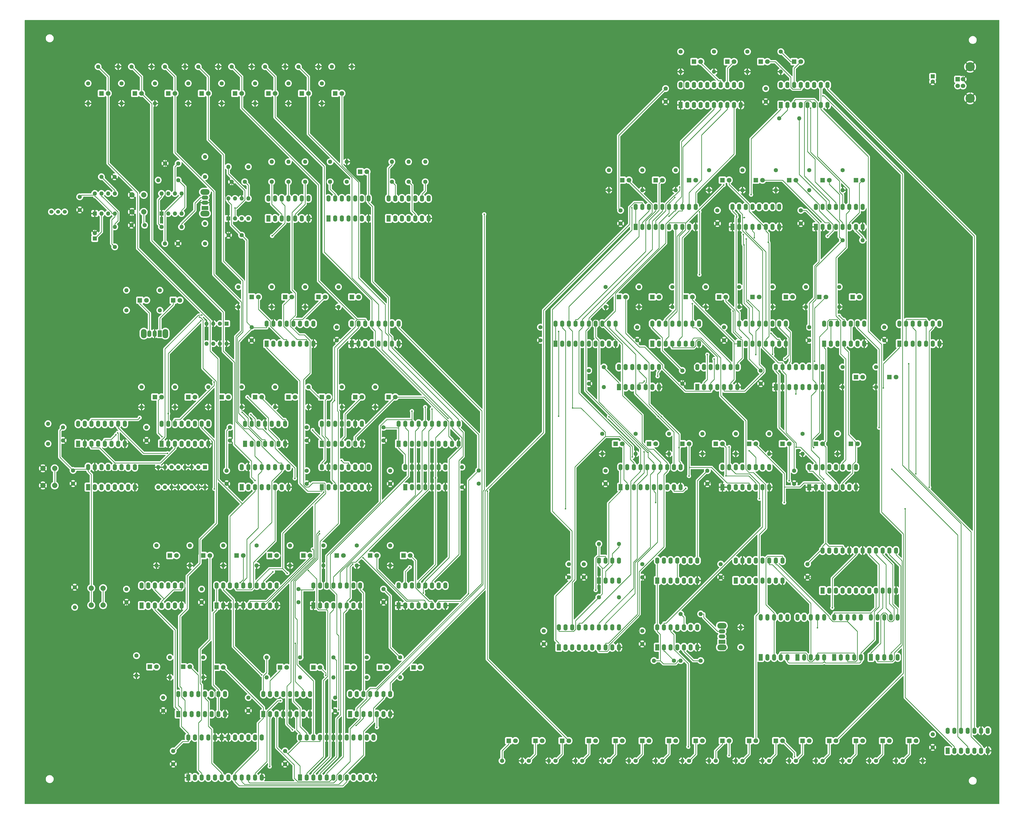
<source format=gbr>
%TF.GenerationSoftware,KiCad,Pcbnew,7.0.9*%
%TF.CreationDate,2023-12-29T18:28:01-05:00*%
%TF.ProjectId,8 Bit Computer,38204269-7420-4436-9f6d-70757465722e,rev?*%
%TF.SameCoordinates,Original*%
%TF.FileFunction,Copper,L2,Bot*%
%TF.FilePolarity,Positive*%
%FSLAX46Y46*%
G04 Gerber Fmt 4.6, Leading zero omitted, Abs format (unit mm)*
G04 Created by KiCad (PCBNEW 7.0.9) date 2023-12-29 18:28:01*
%MOMM*%
%LPD*%
G01*
G04 APERTURE LIST*
%TA.AperFunction,ComponentPad*%
%ADD10C,1.600000*%
%TD*%
%TA.AperFunction,ComponentPad*%
%ADD11C,2.000000*%
%TD*%
%TA.AperFunction,ComponentPad*%
%ADD12R,1.600000X1.600000*%
%TD*%
%TA.AperFunction,ComponentPad*%
%ADD13R,1.800000X1.800000*%
%TD*%
%TA.AperFunction,ComponentPad*%
%ADD14C,1.800000*%
%TD*%
%TA.AperFunction,ComponentPad*%
%ADD15O,1.600000X1.600000*%
%TD*%
%TA.AperFunction,ComponentPad*%
%ADD16C,1.524000*%
%TD*%
%TA.AperFunction,ComponentPad*%
%ADD17O,3.500000X2.200000*%
%TD*%
%TA.AperFunction,ComponentPad*%
%ADD18R,2.500000X1.500000*%
%TD*%
%TA.AperFunction,ComponentPad*%
%ADD19O,2.500000X1.500000*%
%TD*%
%TA.AperFunction,ComponentPad*%
%ADD20O,2.200000X3.500000*%
%TD*%
%TA.AperFunction,ComponentPad*%
%ADD21R,1.500000X2.500000*%
%TD*%
%TA.AperFunction,ComponentPad*%
%ADD22O,1.500000X2.500000*%
%TD*%
%TA.AperFunction,ComponentPad*%
%ADD23R,1.600000X2.400000*%
%TD*%
%TA.AperFunction,ComponentPad*%
%ADD24O,1.600000X2.400000*%
%TD*%
%TA.AperFunction,ComponentPad*%
%ADD25R,1.524000X2.524000*%
%TD*%
%TA.AperFunction,ComponentPad*%
%ADD26O,1.524000X2.524000*%
%TD*%
%TA.AperFunction,ComponentPad*%
%ADD27R,1.700000X1.700000*%
%TD*%
%TA.AperFunction,ComponentPad*%
%ADD28C,1.700000*%
%TD*%
%TA.AperFunction,ComponentPad*%
%ADD29C,3.500000*%
%TD*%
%TA.AperFunction,ViaPad*%
%ADD30C,0.600000*%
%TD*%
%TA.AperFunction,Conductor*%
%ADD31C,0.254000*%
%TD*%
G04 APERTURE END LIST*
D10*
%TO.P,C19,1*%
%TO.N,VCC*%
X193040000Y-130175000D03*
%TO.P,C19,2*%
%TO.N,GND*%
X188040000Y-130175000D03*
%TD*%
D11*
%TO.P,SW3,1,1*%
%TO.N,GND*%
X151290000Y-121313000D03*
X151290000Y-114813000D03*
%TO.P,SW3,2,2*%
%TO.N,Net-(U28-TR)*%
X155790000Y-121313000D03*
X155790000Y-114813000D03*
%TD*%
D10*
%TO.P,C4,1*%
%TO.N,VCC*%
X374015000Y-120730000D03*
%TO.P,C4,2*%
%TO.N,GND*%
X374015000Y-125730000D03*
%TD*%
%TO.P,C5,1*%
%TO.N,VCC*%
X437515000Y-165180000D03*
%TO.P,C5,2*%
%TO.N,GND*%
X437515000Y-170180000D03*
%TD*%
%TO.P,C6,1*%
%TO.N,VCC*%
X306705000Y-165180000D03*
%TO.P,C6,2*%
%TO.N,GND*%
X306705000Y-170180000D03*
%TD*%
%TO.P,C13,1*%
%TO.N,Net-(U27-CV)*%
X139700000Y-107950000D03*
%TO.P,C13,2*%
%TO.N,GND*%
X144700000Y-107950000D03*
%TD*%
D12*
%TO.P,C14,1*%
%TO.N,Net-(U27-THR)*%
X137160000Y-131445000D03*
D10*
%TO.P,C14,2*%
%TO.N,GND*%
X137160000Y-129445000D03*
%TD*%
%TO.P,C16,1*%
%TO.N,Net-(U29-CV)*%
X194230000Y-109855000D03*
%TO.P,C16,2*%
%TO.N,GND*%
X189230000Y-109855000D03*
%TD*%
%TO.P,C18,1*%
%TO.N,VCC*%
X131445000Y-115570000D03*
%TO.P,C18,2*%
%TO.N,GND*%
X131445000Y-120570000D03*
%TD*%
%TO.P,C20,1*%
%TO.N,VCC*%
X196850000Y-165180000D03*
%TO.P,C20,2*%
%TO.N,GND*%
X196850000Y-170180000D03*
%TD*%
%TO.P,C27,1*%
%TO.N,VCC*%
X149225000Y-264875000D03*
%TO.P,C27,2*%
%TO.N,GND*%
X149225000Y-269875000D03*
%TD*%
D13*
%TO.P,D1,1,K*%
%TO.N,Net-(D1-K)*%
X139700000Y-76200000D03*
D14*
%TO.P,D1,2,A*%
%TO.N,/ALU/BUS_7*%
X142240000Y-76200000D03*
%TD*%
D13*
%TO.P,D2,1,K*%
%TO.N,Net-(D2-K)*%
X152400000Y-76200000D03*
D14*
%TO.P,D2,2,A*%
%TO.N,/ALU/BUS_6*%
X154940000Y-76200000D03*
%TD*%
D13*
%TO.P,D3,1,K*%
%TO.N,Net-(D3-K)*%
X165100000Y-76200000D03*
D14*
%TO.P,D3,2,A*%
%TO.N,/ALU/BUS_5*%
X167640000Y-76200000D03*
%TD*%
D13*
%TO.P,D4,1,K*%
%TO.N,Net-(D4-K)*%
X177800000Y-76200000D03*
D14*
%TO.P,D4,2,A*%
%TO.N,/ALU/BUS_4*%
X180340000Y-76200000D03*
%TD*%
D13*
%TO.P,D5,1,K*%
%TO.N,Net-(D5-K)*%
X190500000Y-76200000D03*
D14*
%TO.P,D5,2,A*%
%TO.N,/ALU/BUS_3*%
X193040000Y-76200000D03*
%TD*%
D13*
%TO.P,D6,1,K*%
%TO.N,Net-(D6-K)*%
X203200000Y-76200000D03*
D14*
%TO.P,D6,2,A*%
%TO.N,/ALU/BUS_2*%
X205740000Y-76200000D03*
%TD*%
D13*
%TO.P,D7,1,K*%
%TO.N,Net-(D7-K)*%
X215900000Y-76200000D03*
D14*
%TO.P,D7,2,A*%
%TO.N,/ALU/BUS_1*%
X218440000Y-76200000D03*
%TD*%
D13*
%TO.P,D8,1,K*%
%TO.N,Net-(D8-K)*%
X228600000Y-76200000D03*
D14*
%TO.P,D8,2,A*%
%TO.N,/ALU/BUS_0*%
X231140000Y-76200000D03*
%TD*%
D13*
%TO.P,D13,1,K*%
%TO.N,Net-(D13-K)*%
X337820000Y-109220000D03*
D14*
%TO.P,D13,2,A*%
%TO.N,/ALU/A_7*%
X340360000Y-109220000D03*
%TD*%
D13*
%TO.P,D14,1,K*%
%TO.N,Net-(D14-K)*%
X350520000Y-109220000D03*
D14*
%TO.P,D14,2,A*%
%TO.N,/ALU/A_6*%
X353060000Y-109220000D03*
%TD*%
D13*
%TO.P,D15,1,K*%
%TO.N,Net-(D15-K)*%
X363220000Y-109220000D03*
D14*
%TO.P,D15,2,A*%
%TO.N,/ALU/A_5*%
X365760000Y-109220000D03*
%TD*%
D13*
%TO.P,D16,1,K*%
%TO.N,Net-(D16-K)*%
X375920000Y-109220000D03*
D14*
%TO.P,D16,2,A*%
%TO.N,/ALU/A_4*%
X378460000Y-109220000D03*
%TD*%
D13*
%TO.P,D17,1,K*%
%TO.N,Net-(D17-K)*%
X388620000Y-109220000D03*
D14*
%TO.P,D17,2,A*%
%TO.N,/ALU/A_3*%
X391160000Y-109220000D03*
%TD*%
D13*
%TO.P,D18,1,K*%
%TO.N,Net-(D18-K)*%
X401320000Y-109220000D03*
D14*
%TO.P,D18,2,A*%
%TO.N,/ALU/A_2*%
X403860000Y-109220000D03*
%TD*%
D13*
%TO.P,D19,1,K*%
%TO.N,Net-(D19-K)*%
X414020000Y-109220000D03*
D14*
%TO.P,D19,2,A*%
%TO.N,/ALU/A_1*%
X416560000Y-109220000D03*
%TD*%
D13*
%TO.P,D20,1,K*%
%TO.N,Net-(D20-K)*%
X426720000Y-109220000D03*
D14*
%TO.P,D20,2,A*%
%TO.N,/ALU/A_0*%
X429260000Y-109220000D03*
%TD*%
D13*
%TO.P,D21,1,K*%
%TO.N,Net-(D21-K)*%
X426720000Y-184150000D03*
D14*
%TO.P,D21,2,A*%
%TO.N,/ALU/CF*%
X429260000Y-184150000D03*
%TD*%
D13*
%TO.P,D22,1,K*%
%TO.N,Net-(D22-K)*%
X439420000Y-184150000D03*
D14*
%TO.P,D22,2,A*%
%TO.N,/ALU/ZF*%
X441960000Y-184150000D03*
%TD*%
D13*
%TO.P,D23,1,K*%
%TO.N,Net-(D23-K)*%
X336550000Y-153670000D03*
D14*
%TO.P,D23,2,A*%
%TO.N,Net-(D23-A)*%
X339090000Y-153670000D03*
%TD*%
D13*
%TO.P,D24,1,K*%
%TO.N,Net-(D24-K)*%
X349250000Y-153670000D03*
D14*
%TO.P,D24,2,A*%
%TO.N,Net-(D24-A)*%
X351790000Y-153670000D03*
%TD*%
D13*
%TO.P,D25,1,K*%
%TO.N,Net-(D25-K)*%
X361950000Y-153670000D03*
D14*
%TO.P,D25,2,A*%
%TO.N,Net-(D25-A)*%
X364490000Y-153670000D03*
%TD*%
D13*
%TO.P,D27,1,K*%
%TO.N,Net-(D27-K)*%
X387350000Y-153670000D03*
D14*
%TO.P,D27,2,A*%
%TO.N,Net-(D27-A)*%
X389890000Y-153670000D03*
%TD*%
D13*
%TO.P,D28,1,K*%
%TO.N,Net-(D28-K)*%
X400050000Y-153670000D03*
D14*
%TO.P,D28,2,A*%
%TO.N,Net-(D28-A)*%
X402590000Y-153670000D03*
%TD*%
D13*
%TO.P,D29,1,K*%
%TO.N,Net-(D29-K)*%
X412750000Y-153670000D03*
D14*
%TO.P,D29,2,A*%
%TO.N,Net-(D29-A)*%
X415290000Y-153670000D03*
%TD*%
D13*
%TO.P,D30,1,K*%
%TO.N,Net-(D30-K)*%
X425450000Y-153670000D03*
D14*
%TO.P,D30,2,A*%
%TO.N,Net-(D30-A)*%
X427990000Y-153670000D03*
%TD*%
D13*
%TO.P,D31,1,K*%
%TO.N,Net-(D31-K)*%
X335280000Y-209550000D03*
D14*
%TO.P,D31,2,A*%
%TO.N,/ALU/B_7*%
X337820000Y-209550000D03*
%TD*%
D13*
%TO.P,D33,1,K*%
%TO.N,Net-(D33-K)*%
X360680000Y-209550000D03*
D14*
%TO.P,D33,2,A*%
%TO.N,/ALU/B_5*%
X363220000Y-209550000D03*
%TD*%
D13*
%TO.P,D34,1,K*%
%TO.N,Net-(D34-K)*%
X373380000Y-209550000D03*
D14*
%TO.P,D34,2,A*%
%TO.N,/ALU/B_4*%
X375920000Y-209550000D03*
%TD*%
D13*
%TO.P,D35,1,K*%
%TO.N,Net-(D35-K)*%
X386080000Y-209550000D03*
D14*
%TO.P,D35,2,A*%
%TO.N,/ALU/B_3*%
X388620000Y-209550000D03*
%TD*%
D13*
%TO.P,D36,1,K*%
%TO.N,Net-(D36-K)*%
X398780000Y-209550000D03*
D14*
%TO.P,D36,2,A*%
%TO.N,/ALU/B_2*%
X401320000Y-209550000D03*
%TD*%
D13*
%TO.P,D37,1,K*%
%TO.N,Net-(D37-K)*%
X411480000Y-209550000D03*
D14*
%TO.P,D37,2,A*%
%TO.N,/ALU/B_1*%
X414020000Y-209550000D03*
%TD*%
D13*
%TO.P,D38,1,K*%
%TO.N,Net-(D38-K)*%
X424815000Y-209550000D03*
D14*
%TO.P,D38,2,A*%
%TO.N,/ALU/B_0*%
X427355000Y-209550000D03*
%TD*%
D13*
%TO.P,D44,1,K*%
%TO.N,/MAR/PROG*%
X167005000Y-154940000D03*
D14*
%TO.P,D44,2,A*%
%TO.N,Net-(D44-A)*%
X169545000Y-154940000D03*
%TD*%
D13*
%TO.P,D45,1,K*%
%TO.N,Net-(D45-K)*%
X154305000Y-154940000D03*
D14*
%TO.P,D45,2,A*%
%TO.N,Net-(D45-A)*%
X156845000Y-154940000D03*
%TD*%
D13*
%TO.P,D46,1,K*%
%TO.N,Net-(D46-K)*%
X165735000Y-252095000D03*
D14*
%TO.P,D46,2,A*%
%TO.N,/Control_Logic/IR_7*%
X168275000Y-252095000D03*
%TD*%
D13*
%TO.P,D47,1,K*%
%TO.N,Net-(D47-K)*%
X178435000Y-252095000D03*
D14*
%TO.P,D47,2,A*%
%TO.N,/Control_Logic/IR_6*%
X180975000Y-252095000D03*
%TD*%
D13*
%TO.P,D48,1,K*%
%TO.N,Net-(D48-K)*%
X191135000Y-252095000D03*
D14*
%TO.P,D48,2,A*%
%TO.N,/Control_Logic/IR_5*%
X193675000Y-252095000D03*
%TD*%
D13*
%TO.P,D49,1,K*%
%TO.N,Net-(D49-K)*%
X203835000Y-252095000D03*
D14*
%TO.P,D49,2,A*%
%TO.N,/Control_Logic/IR_4*%
X206375000Y-252095000D03*
%TD*%
D13*
%TO.P,D50,1,K*%
%TO.N,Net-(D50-K)*%
X216535000Y-252095000D03*
D14*
%TO.P,D50,2,A*%
%TO.N,Net-(D50-A)*%
X219075000Y-252095000D03*
%TD*%
D13*
%TO.P,D51,1,K*%
%TO.N,Net-(D51-K)*%
X229235000Y-252095000D03*
D14*
%TO.P,D51,2,A*%
%TO.N,Net-(D51-A)*%
X231775000Y-252095000D03*
%TD*%
D13*
%TO.P,D52,1,K*%
%TO.N,Net-(D52-K)*%
X241935000Y-252095000D03*
D14*
%TO.P,D52,2,A*%
%TO.N,Net-(D52-A)*%
X244475000Y-252095000D03*
%TD*%
D10*
%TO.P,R1,1*%
%TO.N,/ALU/BUS_7*%
X138430000Y-66040000D03*
D15*
%TO.P,R1,2*%
%TO.N,GND*%
X146050000Y-66040000D03*
%TD*%
D10*
%TO.P,R2,1*%
%TO.N,/ALU/BUS_6*%
X151130000Y-66040000D03*
D15*
%TO.P,R2,2*%
%TO.N,GND*%
X158750000Y-66040000D03*
%TD*%
D10*
%TO.P,R3,1*%
%TO.N,/ALU/BUS_5*%
X163830000Y-66040000D03*
D15*
%TO.P,R3,2*%
%TO.N,GND*%
X171450000Y-66040000D03*
%TD*%
D10*
%TO.P,R4,1*%
%TO.N,/ALU/BUS_4*%
X176530000Y-66040000D03*
D15*
%TO.P,R4,2*%
%TO.N,GND*%
X184150000Y-66040000D03*
%TD*%
D10*
%TO.P,R5,1*%
%TO.N,/ALU/BUS_3*%
X189230000Y-66040000D03*
D15*
%TO.P,R5,2*%
%TO.N,GND*%
X196850000Y-66040000D03*
%TD*%
D10*
%TO.P,R6,1*%
%TO.N,/ALU/BUS_2*%
X201930000Y-66040000D03*
D15*
%TO.P,R6,2*%
%TO.N,GND*%
X209550000Y-66040000D03*
%TD*%
D10*
%TO.P,R7,1*%
%TO.N,/ALU/BUS_1*%
X214630000Y-66040000D03*
D15*
%TO.P,R7,2*%
%TO.N,GND*%
X222250000Y-66040000D03*
%TD*%
D10*
%TO.P,R8,1*%
%TO.N,/ALU/BUS_0*%
X227330000Y-66040000D03*
D15*
%TO.P,R8,2*%
%TO.N,GND*%
X234950000Y-66040000D03*
%TD*%
D10*
%TO.P,R9,1*%
%TO.N,Net-(D1-K)*%
X134620000Y-72390000D03*
D15*
%TO.P,R9,2*%
%TO.N,GND*%
X134620000Y-80010000D03*
%TD*%
D10*
%TO.P,R10,1*%
%TO.N,Net-(D2-K)*%
X147320000Y-72390000D03*
D15*
%TO.P,R10,2*%
%TO.N,GND*%
X147320000Y-80010000D03*
%TD*%
D10*
%TO.P,R11,1*%
%TO.N,Net-(D3-K)*%
X160020000Y-72390000D03*
D15*
%TO.P,R11,2*%
%TO.N,GND*%
X160020000Y-80010000D03*
%TD*%
D10*
%TO.P,R12,1*%
%TO.N,Net-(D4-K)*%
X172720000Y-72390000D03*
D15*
%TO.P,R12,2*%
%TO.N,GND*%
X172720000Y-80010000D03*
%TD*%
D10*
%TO.P,R13,1*%
%TO.N,Net-(D5-K)*%
X185420000Y-72390000D03*
D15*
%TO.P,R13,2*%
%TO.N,GND*%
X185420000Y-80010000D03*
%TD*%
D10*
%TO.P,R14,1*%
%TO.N,Net-(D6-K)*%
X198120000Y-72390000D03*
D15*
%TO.P,R14,2*%
%TO.N,GND*%
X198120000Y-80010000D03*
%TD*%
D10*
%TO.P,R15,1*%
%TO.N,Net-(D7-K)*%
X210820000Y-72390000D03*
D15*
%TO.P,R15,2*%
%TO.N,GND*%
X210820000Y-80010000D03*
%TD*%
D10*
%TO.P,R16,1*%
%TO.N,Net-(D8-K)*%
X223520000Y-72390000D03*
D15*
%TO.P,R16,2*%
%TO.N,GND*%
X223520000Y-80010000D03*
%TD*%
D10*
%TO.P,R21,1*%
%TO.N,Net-(D13-K)*%
X332740000Y-105410000D03*
D15*
%TO.P,R21,2*%
%TO.N,GND*%
X332740000Y-113030000D03*
%TD*%
D10*
%TO.P,R22,1*%
%TO.N,Net-(D14-K)*%
X345440000Y-105410000D03*
D15*
%TO.P,R22,2*%
%TO.N,GND*%
X345440000Y-113030000D03*
%TD*%
D10*
%TO.P,R23,1*%
%TO.N,Net-(D15-K)*%
X358140000Y-105410000D03*
D15*
%TO.P,R23,2*%
%TO.N,GND*%
X358140000Y-113030000D03*
%TD*%
D10*
%TO.P,R24,1*%
%TO.N,Net-(D16-K)*%
X370840000Y-105410000D03*
D15*
%TO.P,R24,2*%
%TO.N,GND*%
X370840000Y-113030000D03*
%TD*%
D10*
%TO.P,R25,1*%
%TO.N,Net-(D17-K)*%
X383540000Y-105410000D03*
D15*
%TO.P,R25,2*%
%TO.N,GND*%
X383540000Y-113030000D03*
%TD*%
D10*
%TO.P,R26,1*%
%TO.N,Net-(D18-K)*%
X396240000Y-105410000D03*
D15*
%TO.P,R26,2*%
%TO.N,GND*%
X396240000Y-113030000D03*
%TD*%
D10*
%TO.P,R27,1*%
%TO.N,Net-(D19-K)*%
X408940000Y-105410000D03*
D15*
%TO.P,R27,2*%
%TO.N,GND*%
X408940000Y-113030000D03*
%TD*%
D10*
%TO.P,R28,1*%
%TO.N,Net-(D20-K)*%
X421640000Y-105410000D03*
D15*
%TO.P,R28,2*%
%TO.N,GND*%
X421640000Y-113030000D03*
%TD*%
D10*
%TO.P,R33,1*%
%TO.N,Net-(D21-K)*%
X421640000Y-180340000D03*
D15*
%TO.P,R33,2*%
%TO.N,GND*%
X421640000Y-187960000D03*
%TD*%
D10*
%TO.P,R34,1*%
%TO.N,Net-(D22-K)*%
X434340000Y-180340000D03*
D15*
%TO.P,R34,2*%
%TO.N,GND*%
X434340000Y-187960000D03*
%TD*%
D10*
%TO.P,R35,1*%
%TO.N,Net-(D23-K)*%
X331470000Y-149860000D03*
D15*
%TO.P,R35,2*%
%TO.N,GND*%
X331470000Y-157480000D03*
%TD*%
D10*
%TO.P,R36,1*%
%TO.N,Net-(D24-K)*%
X344170000Y-149860000D03*
D15*
%TO.P,R36,2*%
%TO.N,GND*%
X344170000Y-157480000D03*
%TD*%
D10*
%TO.P,R37,1*%
%TO.N,Net-(D25-K)*%
X356870000Y-149860000D03*
D15*
%TO.P,R37,2*%
%TO.N,GND*%
X356870000Y-157480000D03*
%TD*%
D10*
%TO.P,R38,1*%
%TO.N,Net-(D26-K)*%
X369570000Y-149860000D03*
D15*
%TO.P,R38,2*%
%TO.N,GND*%
X369570000Y-157480000D03*
%TD*%
D10*
%TO.P,R39,1*%
%TO.N,Net-(D27-K)*%
X382270000Y-149860000D03*
D15*
%TO.P,R39,2*%
%TO.N,GND*%
X382270000Y-157480000D03*
%TD*%
D10*
%TO.P,R40,1*%
%TO.N,Net-(D28-K)*%
X394970000Y-149860000D03*
D15*
%TO.P,R40,2*%
%TO.N,GND*%
X394970000Y-157480000D03*
%TD*%
D10*
%TO.P,R41,1*%
%TO.N,Net-(D29-K)*%
X407670000Y-149860000D03*
D15*
%TO.P,R41,2*%
%TO.N,GND*%
X407670000Y-157480000D03*
%TD*%
D10*
%TO.P,R42,1*%
%TO.N,Net-(D30-K)*%
X420370000Y-149860000D03*
D15*
%TO.P,R42,2*%
%TO.N,GND*%
X420370000Y-157480000D03*
%TD*%
D10*
%TO.P,R43,1*%
%TO.N,Net-(D31-K)*%
X330200000Y-205740000D03*
D15*
%TO.P,R43,2*%
%TO.N,GND*%
X330200000Y-213360000D03*
%TD*%
D10*
%TO.P,R44,1*%
%TO.N,Net-(D32-K)*%
X342900000Y-205740000D03*
D15*
%TO.P,R44,2*%
%TO.N,GND*%
X342900000Y-213360000D03*
%TD*%
D10*
%TO.P,R45,1*%
%TO.N,Net-(D33-K)*%
X355600000Y-205740000D03*
D15*
%TO.P,R45,2*%
%TO.N,GND*%
X355600000Y-213360000D03*
%TD*%
D10*
%TO.P,R46,1*%
%TO.N,Net-(D34-K)*%
X368300000Y-205740000D03*
D15*
%TO.P,R46,2*%
%TO.N,GND*%
X368300000Y-213360000D03*
%TD*%
D10*
%TO.P,R47,1*%
%TO.N,Net-(D35-K)*%
X381000000Y-205740000D03*
D15*
%TO.P,R47,2*%
%TO.N,GND*%
X381000000Y-213360000D03*
%TD*%
D10*
%TO.P,R48,1*%
%TO.N,Net-(D36-K)*%
X393700000Y-205740000D03*
D15*
%TO.P,R48,2*%
%TO.N,GND*%
X393700000Y-213360000D03*
%TD*%
D10*
%TO.P,R49,1*%
%TO.N,Net-(D37-K)*%
X406400000Y-205740000D03*
D15*
%TO.P,R49,2*%
%TO.N,GND*%
X406400000Y-213360000D03*
%TD*%
D10*
%TO.P,R50,1*%
%TO.N,Net-(D38-K)*%
X419735000Y-205740000D03*
D15*
%TO.P,R50,2*%
%TO.N,GND*%
X419735000Y-213360000D03*
%TD*%
D10*
%TO.P,R53,1*%
%TO.N,Net-(SW1-A)*%
X382905000Y-287020000D03*
D15*
%TO.P,R53,2*%
%TO.N,GND*%
X382905000Y-279400000D03*
%TD*%
D10*
%TO.P,R54,1*%
%TO.N,VCC*%
X195580000Y-104140000D03*
D15*
%TO.P,R54,2*%
%TO.N,Net-(SW2-A)*%
X187960000Y-104140000D03*
%TD*%
D10*
%TO.P,R55,1*%
%TO.N,VCC*%
X168910000Y-109220000D03*
D15*
%TO.P,R55,2*%
%TO.N,Net-(U28-TR)*%
X161290000Y-109220000D03*
%TD*%
D10*
%TO.P,R57,1*%
%TO.N,VCC*%
X144780000Y-134620000D03*
D15*
%TO.P,R57,2*%
%TO.N,Net-(U27-DIS)*%
X144780000Y-127000000D03*
%TD*%
D10*
%TO.P,R58,1*%
%TO.N,Net-(U27-DIS)*%
X179070000Y-133350000D03*
D15*
%TO.P,R58,2*%
%TO.N,Net-(R58-Pad2)*%
X179070000Y-125730000D03*
%TD*%
D10*
%TO.P,R59,1*%
%TO.N,VCC*%
X179070000Y-107950000D03*
D15*
%TO.P,R59,2*%
%TO.N,Net-(U28-DIS)*%
X179070000Y-100330000D03*
%TD*%
D10*
%TO.P,R60,1*%
%TO.N,Net-(R60-Pad1)*%
X262890000Y-109855000D03*
D15*
%TO.P,R60,2*%
%TO.N,VCC*%
X262890000Y-102235000D03*
%TD*%
D10*
%TO.P,R62,1*%
%TO.N,Net-(R62-Pad1)*%
X256540000Y-109855000D03*
D15*
%TO.P,R62,2*%
%TO.N,VCC*%
X256540000Y-102235000D03*
%TD*%
D10*
%TO.P,R63,1*%
%TO.N,Net-(R63-Pad1)*%
X226695000Y-109855000D03*
D15*
%TO.P,R63,2*%
%TO.N,VCC*%
X226695000Y-102235000D03*
%TD*%
D10*
%TO.P,R64,1*%
%TO.N,Net-(R64-Pad1)*%
X210820000Y-109855000D03*
D15*
%TO.P,R64,2*%
%TO.N,VCC*%
X210820000Y-102235000D03*
%TD*%
D10*
%TO.P,R65,1*%
%TO.N,Net-(R65-Pad1)*%
X204470000Y-109855000D03*
D15*
%TO.P,R65,2*%
%TO.N,VCC*%
X204470000Y-102235000D03*
%TD*%
D10*
%TO.P,R66,1*%
%TO.N,Net-(R66-Pad1)*%
X217170000Y-109855000D03*
D15*
%TO.P,R66,2*%
%TO.N,VCC*%
X217170000Y-102235000D03*
%TD*%
D10*
%TO.P,R67,1*%
%TO.N,Net-(D39-K)*%
X233045000Y-109855000D03*
D15*
%TO.P,R67,2*%
%TO.N,GND*%
X233045000Y-102235000D03*
%TD*%
D10*
%TO.P,R72,1*%
%TO.N,VCC*%
X161925000Y-151130000D03*
D15*
%TO.P,R72,2*%
%TO.N,Net-(D44-A)*%
X161925000Y-158750000D03*
%TD*%
D10*
%TO.P,R76,1*%
%TO.N,Net-(D48-K)*%
X186055000Y-248285000D03*
D15*
%TO.P,R76,2*%
%TO.N,GND*%
X186055000Y-255905000D03*
%TD*%
D10*
%TO.P,R77,1*%
%TO.N,Net-(D49-K)*%
X198755000Y-248285000D03*
D15*
%TO.P,R77,2*%
%TO.N,GND*%
X198755000Y-255905000D03*
%TD*%
D10*
%TO.P,R78,1*%
%TO.N,Net-(D50-K)*%
X211455000Y-248285000D03*
D15*
%TO.P,R78,2*%
%TO.N,GND*%
X211455000Y-255905000D03*
%TD*%
D10*
%TO.P,R79,1*%
%TO.N,Net-(D51-K)*%
X224155000Y-248285000D03*
D15*
%TO.P,R79,2*%
%TO.N,GND*%
X224155000Y-255905000D03*
%TD*%
D10*
%TO.P,R80,1*%
%TO.N,Net-(D52-K)*%
X236855000Y-248285000D03*
D15*
%TO.P,R80,2*%
%TO.N,GND*%
X236855000Y-255905000D03*
%TD*%
D10*
%TO.P,R81,1*%
%TO.N,Net-(D53-K)*%
X249555000Y-248285000D03*
D15*
%TO.P,R81,2*%
%TO.N,GND*%
X249555000Y-255905000D03*
%TD*%
D10*
%TO.P,R91,1*%
%TO.N,GND*%
X129540000Y-264160000D03*
D15*
%TO.P,R91,2*%
%TO.N,Net-(R91-Pad2)*%
X129540000Y-271780000D03*
%TD*%
D16*
%TO.P,RV1,1,1*%
%TO.N,Net-(U27-THR)*%
X125730000Y-121285000D03*
%TO.P,RV1,2,2*%
%TO.N,Net-(R58-Pad2)*%
X123190000Y-121285000D03*
%TO.P,RV1,3,3*%
%TO.N,unconnected-(RV1-Pad3)*%
X120650000Y-121285000D03*
%TD*%
D17*
%TO.P,SW1,*%
%TO.N,*%
X375729000Y-287020000D03*
X375729000Y-278820000D03*
D18*
%TO.P,SW1,1,A*%
%TO.N,Net-(SW1-A)*%
X375729000Y-284920000D03*
D19*
%TO.P,SW1,2,B*%
%TO.N,Net-(SW1-B)*%
X375729000Y-282920000D03*
%TO.P,SW1,3,C*%
%TO.N,VCC*%
X375729000Y-280920000D03*
%TD*%
D17*
%TO.P,SW2,*%
%TO.N,*%
X179070000Y-121920000D03*
X179070000Y-113720000D03*
D18*
%TO.P,SW2,1,A*%
%TO.N,Net-(SW2-A)*%
X179070000Y-119820000D03*
D19*
%TO.P,SW2,2,B*%
%TO.N,GND*%
X179070000Y-117820000D03*
%TO.P,SW2,3,C*%
%TO.N,Net-(SW2-C)*%
X179070000Y-115820000D03*
%TD*%
D20*
%TO.P,SW4,*%
%TO.N,*%
X164025000Y-167640000D03*
X155825000Y-167640000D03*
D21*
%TO.P,SW4,1,A*%
%TO.N,/MAR/PROG*%
X161925000Y-167640000D03*
D22*
%TO.P,SW4,2,B*%
%TO.N,GND*%
X159925000Y-167640000D03*
%TO.P,SW4,3,C*%
%TO.N,Net-(D45-K)*%
X157925000Y-167640000D03*
%TD*%
D23*
%TO.P,U3,1,A->B*%
%TO.N,VCC*%
X342900000Y-127000000D03*
D24*
%TO.P,U3,2,A0*%
%TO.N,/ALU/A_7*%
X345440000Y-127000000D03*
%TO.P,U3,3,A1*%
%TO.N,/ALU/A_6*%
X347980000Y-127000000D03*
%TO.P,U3,4,A2*%
%TO.N,/ALU/A_5*%
X350520000Y-127000000D03*
%TO.P,U3,5,A3*%
%TO.N,/ALU/A_4*%
X353060000Y-127000000D03*
%TO.P,U3,6,A4*%
%TO.N,/ALU/A_3*%
X355600000Y-127000000D03*
%TO.P,U3,7,A5*%
%TO.N,/ALU/A_2*%
X358140000Y-127000000D03*
%TO.P,U3,8,A6*%
%TO.N,/ALU/A_1*%
X360680000Y-127000000D03*
%TO.P,U3,9,A7*%
%TO.N,/ALU/A_0*%
X363220000Y-127000000D03*
%TO.P,U3,10,GND*%
%TO.N,GND*%
X365760000Y-127000000D03*
%TO.P,U3,11,B7*%
%TO.N,/ALU/BUS_0*%
X365760000Y-119380000D03*
%TO.P,U3,12,B6*%
%TO.N,/ALU/BUS_1*%
X363220000Y-119380000D03*
%TO.P,U3,13,B5*%
%TO.N,/ALU/BUS_2*%
X360680000Y-119380000D03*
%TO.P,U3,14,B4*%
%TO.N,/ALU/BUS_3*%
X358140000Y-119380000D03*
%TO.P,U3,15,B3*%
%TO.N,/ALU/BUS_4*%
X355600000Y-119380000D03*
%TO.P,U3,16,B2*%
%TO.N,/ALU/BUS_5*%
X353060000Y-119380000D03*
%TO.P,U3,17,B1*%
%TO.N,/ALU/BUS_6*%
X350520000Y-119380000D03*
%TO.P,U3,18,B0*%
%TO.N,/ALU/BUS_7*%
X347980000Y-119380000D03*
%TO.P,U3,19,CE*%
%TO.N,/A_Register/~{AO}*%
X345440000Y-119380000D03*
%TO.P,U3,20,VCC*%
%TO.N,VCC*%
X342900000Y-119380000D03*
%TD*%
D23*
%TO.P,U4,1,Oe1*%
%TO.N,GND*%
X379730000Y-127000000D03*
D24*
%TO.P,U4,2,Oe2*%
X382270000Y-127000000D03*
%TO.P,U4,3,Q0*%
%TO.N,/ALU/A_7*%
X384810000Y-127000000D03*
%TO.P,U4,4,Q1*%
%TO.N,/ALU/A_6*%
X387350000Y-127000000D03*
%TO.P,U4,5,Q2*%
%TO.N,/ALU/A_5*%
X389890000Y-127000000D03*
%TO.P,U4,6,Q3*%
%TO.N,/ALU/A_4*%
X392430000Y-127000000D03*
%TO.P,U4,7,Cp*%
%TO.N,Net-(U4-Cp)*%
X394970000Y-127000000D03*
%TO.P,U4,8,GND*%
%TO.N,GND*%
X397510000Y-127000000D03*
%TO.P,U4,9,E1*%
%TO.N,/A_Register/~{AI}*%
X397510000Y-119380000D03*
%TO.P,U4,10,E2*%
X394970000Y-119380000D03*
%TO.P,U4,11,D3*%
%TO.N,/ALU/BUS_4*%
X392430000Y-119380000D03*
%TO.P,U4,12,D2*%
%TO.N,/ALU/BUS_5*%
X389890000Y-119380000D03*
%TO.P,U4,13,D1*%
%TO.N,/ALU/BUS_6*%
X387350000Y-119380000D03*
%TO.P,U4,14,D0*%
%TO.N,/ALU/BUS_7*%
X384810000Y-119380000D03*
%TO.P,U4,15,Mr*%
%TO.N,/ALU/CLR*%
X382270000Y-119380000D03*
%TO.P,U4,16,VCC*%
%TO.N,VCC*%
X379730000Y-119380000D03*
%TD*%
D23*
%TO.P,U5,1,Oe1*%
%TO.N,GND*%
X411480000Y-127000000D03*
D24*
%TO.P,U5,2,Oe2*%
X414020000Y-127000000D03*
%TO.P,U5,3,Q0*%
%TO.N,/ALU/A_3*%
X416560000Y-127000000D03*
%TO.P,U5,4,Q1*%
%TO.N,/ALU/A_2*%
X419100000Y-127000000D03*
%TO.P,U5,5,Q2*%
%TO.N,/ALU/A_1*%
X421640000Y-127000000D03*
%TO.P,U5,6,Q3*%
%TO.N,/ALU/A_0*%
X424180000Y-127000000D03*
%TO.P,U5,7,Cp*%
%TO.N,Net-(U4-Cp)*%
X426720000Y-127000000D03*
%TO.P,U5,8,GND*%
%TO.N,GND*%
X429260000Y-127000000D03*
%TO.P,U5,9,E1*%
%TO.N,/A_Register/~{AI}*%
X429260000Y-119380000D03*
%TO.P,U5,10,E2*%
X426720000Y-119380000D03*
%TO.P,U5,11,D3*%
%TO.N,/ALU/BUS_0*%
X424180000Y-119380000D03*
%TO.P,U5,12,D2*%
%TO.N,/ALU/BUS_1*%
X421640000Y-119380000D03*
%TO.P,U5,13,D1*%
%TO.N,/ALU/BUS_2*%
X419100000Y-119380000D03*
%TO.P,U5,14,D0*%
%TO.N,/ALU/BUS_3*%
X416560000Y-119380000D03*
%TO.P,U5,15,Mr*%
%TO.N,/ALU/CLR*%
X414020000Y-119380000D03*
%TO.P,U5,16,VCC*%
%TO.N,VCC*%
X411480000Y-119380000D03*
%TD*%
D23*
%TO.P,U7,1,Oe1*%
%TO.N,GND*%
X396240000Y-187960000D03*
D24*
%TO.P,U7,2,Oe2*%
X398780000Y-187960000D03*
%TO.P,U7,3,Q0*%
%TO.N,/ALU/CF*%
X401320000Y-187960000D03*
%TO.P,U7,4,Q1*%
%TO.N,/ALU/ZF*%
X403860000Y-187960000D03*
%TO.P,U7,5,Q2*%
%TO.N,unconnected-(U7-Q2-Pad5)*%
X406400000Y-187960000D03*
%TO.P,U7,6,Q3*%
%TO.N,unconnected-(U7-Q3-Pad6)*%
X408940000Y-187960000D03*
%TO.P,U7,7,Cp*%
%TO.N,/ALU/CLK*%
X411480000Y-187960000D03*
%TO.P,U7,8,GND*%
%TO.N,GND*%
X414020000Y-187960000D03*
%TO.P,U7,9,E1*%
%TO.N,/ALU/~{FI}*%
X414020000Y-180340000D03*
%TO.P,U7,10,E2*%
X411480000Y-180340000D03*
%TO.P,U7,11,D3*%
%TO.N,unconnected-(U7-D3-Pad11)*%
X408940000Y-180340000D03*
%TO.P,U7,12,D2*%
%TO.N,unconnected-(U7-D2-Pad12)*%
X406400000Y-180340000D03*
%TO.P,U7,13,D1*%
%TO.N,Net-(U7-D1)*%
X403860000Y-180340000D03*
%TO.P,U7,14,D0*%
%TO.N,Net-(U12-C4)*%
X401320000Y-180340000D03*
%TO.P,U7,15,Mr*%
%TO.N,/ALU/CLR*%
X398780000Y-180340000D03*
%TO.P,U7,16,VCC*%
%TO.N,VCC*%
X396240000Y-180340000D03*
%TD*%
D23*
%TO.P,U10,1,A->B*%
%TO.N,VCC*%
X312420000Y-171450000D03*
D24*
%TO.P,U10,2,A0*%
%TO.N,Net-(D23-A)*%
X314960000Y-171450000D03*
%TO.P,U10,3,A1*%
%TO.N,Net-(D24-A)*%
X317500000Y-171450000D03*
%TO.P,U10,4,A2*%
%TO.N,Net-(D25-A)*%
X320040000Y-171450000D03*
%TO.P,U10,5,A3*%
%TO.N,Net-(D26-A)*%
X322580000Y-171450000D03*
%TO.P,U10,6,A4*%
%TO.N,Net-(D27-A)*%
X325120000Y-171450000D03*
%TO.P,U10,7,A5*%
%TO.N,Net-(D28-A)*%
X327660000Y-171450000D03*
%TO.P,U10,8,A6*%
%TO.N,Net-(D29-A)*%
X330200000Y-171450000D03*
%TO.P,U10,9,A7*%
%TO.N,Net-(D30-A)*%
X332740000Y-171450000D03*
%TO.P,U10,10,GND*%
%TO.N,GND*%
X335280000Y-171450000D03*
%TO.P,U10,11,B7*%
%TO.N,/ALU/BUS_0*%
X335280000Y-163830000D03*
%TO.P,U10,12,B6*%
%TO.N,/ALU/BUS_1*%
X332740000Y-163830000D03*
%TO.P,U10,13,B5*%
%TO.N,/ALU/BUS_2*%
X330200000Y-163830000D03*
%TO.P,U10,14,B4*%
%TO.N,/ALU/BUS_3*%
X327660000Y-163830000D03*
%TO.P,U10,15,B3*%
%TO.N,/ALU/BUS_4*%
X325120000Y-163830000D03*
%TO.P,U10,16,B2*%
%TO.N,/ALU/BUS_5*%
X322580000Y-163830000D03*
%TO.P,U10,17,B1*%
%TO.N,/ALU/BUS_6*%
X320040000Y-163830000D03*
%TO.P,U10,18,B0*%
%TO.N,/ALU/BUS_7*%
X317500000Y-163830000D03*
%TO.P,U10,19,CE*%
%TO.N,/ALU/~{EO}*%
X314960000Y-163830000D03*
%TO.P,U10,20,VCC*%
%TO.N,VCC*%
X312420000Y-163830000D03*
%TD*%
D23*
%TO.P,U11,1*%
%TO.N,/ALU/B_5*%
X443230000Y-171450000D03*
D24*
%TO.P,U11,2*%
%TO.N,/ALU/SU*%
X445770000Y-171450000D03*
%TO.P,U11,3*%
%TO.N,Net-(U12-B2)*%
X448310000Y-171450000D03*
%TO.P,U11,4*%
%TO.N,/ALU/B_4*%
X450850000Y-171450000D03*
%TO.P,U11,5*%
%TO.N,/ALU/SU*%
X453390000Y-171450000D03*
%TO.P,U11,6*%
%TO.N,Net-(U12-B1)*%
X455930000Y-171450000D03*
%TO.P,U11,7,GND*%
%TO.N,GND*%
X458470000Y-171450000D03*
%TO.P,U11,8*%
%TO.N,Net-(U12-B4)*%
X458470000Y-163830000D03*
%TO.P,U11,9*%
%TO.N,/ALU/B_7*%
X455930000Y-163830000D03*
%TO.P,U11,10*%
%TO.N,/ALU/SU*%
X453390000Y-163830000D03*
%TO.P,U11,11*%
%TO.N,Net-(U12-B3)*%
X450850000Y-163830000D03*
%TO.P,U11,12*%
%TO.N,/ALU/B_6*%
X448310000Y-163830000D03*
%TO.P,U11,13*%
%TO.N,/ALU/SU*%
X445770000Y-163830000D03*
%TO.P,U11,14,VCC*%
%TO.N,VCC*%
X443230000Y-163830000D03*
%TD*%
D23*
%TO.P,U12,1,S2*%
%TO.N,Net-(D25-A)*%
X382270000Y-171450000D03*
D24*
%TO.P,U12,2,B2*%
%TO.N,Net-(U12-B2)*%
X384810000Y-171450000D03*
%TO.P,U12,3,A2*%
%TO.N,/ALU/A_5*%
X387350000Y-171450000D03*
%TO.P,U12,4,S1*%
%TO.N,Net-(D26-A)*%
X389890000Y-171450000D03*
%TO.P,U12,5,A1*%
%TO.N,/ALU/A_4*%
X392430000Y-171450000D03*
%TO.P,U12,6,B1*%
%TO.N,Net-(U12-B1)*%
X394970000Y-171450000D03*
%TO.P,U12,7,C0*%
%TO.N,Net-(U12-C0)*%
X397510000Y-171450000D03*
%TO.P,U12,8,GND*%
%TO.N,GND*%
X400050000Y-171450000D03*
%TO.P,U12,9,C4*%
%TO.N,Net-(U12-C4)*%
X400050000Y-163830000D03*
%TO.P,U12,10,S4*%
%TO.N,Net-(D23-A)*%
X397510000Y-163830000D03*
%TO.P,U12,11,B4*%
%TO.N,Net-(U12-B4)*%
X394970000Y-163830000D03*
%TO.P,U12,12,A4*%
%TO.N,/ALU/A_7*%
X392430000Y-163830000D03*
%TO.P,U12,13,S3*%
%TO.N,Net-(D24-A)*%
X389890000Y-163830000D03*
%TO.P,U12,14,A3*%
%TO.N,/ALU/A_6*%
X387350000Y-163830000D03*
%TO.P,U12,15,B3*%
%TO.N,Net-(U12-B3)*%
X384810000Y-163830000D03*
%TO.P,U12,16,VCC*%
%TO.N,VCC*%
X382270000Y-163830000D03*
%TD*%
D23*
%TO.P,U13,1,S2*%
%TO.N,Net-(D29-A)*%
X349250000Y-171450000D03*
D24*
%TO.P,U13,2,B2*%
%TO.N,Net-(U13-B2)*%
X351790000Y-171450000D03*
%TO.P,U13,3,A2*%
%TO.N,/ALU/A_1*%
X354330000Y-171450000D03*
%TO.P,U13,4,S1*%
%TO.N,Net-(D30-A)*%
X356870000Y-171450000D03*
%TO.P,U13,5,A1*%
%TO.N,/ALU/A_0*%
X359410000Y-171450000D03*
%TO.P,U13,6,B1*%
%TO.N,Net-(U13-B1)*%
X361950000Y-171450000D03*
%TO.P,U13,7,C0*%
%TO.N,/ALU/SU*%
X364490000Y-171450000D03*
%TO.P,U13,8,GND*%
%TO.N,GND*%
X367030000Y-171450000D03*
%TO.P,U13,9,C4*%
%TO.N,Net-(U12-C0)*%
X367030000Y-163830000D03*
%TO.P,U13,10,S4*%
%TO.N,Net-(D27-A)*%
X364490000Y-163830000D03*
%TO.P,U13,11,B4*%
%TO.N,Net-(U13-B4)*%
X361950000Y-163830000D03*
%TO.P,U13,12,A4*%
%TO.N,/ALU/A_3*%
X359410000Y-163830000D03*
%TO.P,U13,13,S3*%
%TO.N,Net-(D28-A)*%
X356870000Y-163830000D03*
%TO.P,U13,14,A3*%
%TO.N,/ALU/A_2*%
X354330000Y-163830000D03*
%TO.P,U13,15,B3*%
%TO.N,Net-(U13-B3)*%
X351790000Y-163830000D03*
%TO.P,U13,16,VCC*%
%TO.N,VCC*%
X349250000Y-163830000D03*
%TD*%
D23*
%TO.P,U14,1*%
%TO.N,/ALU/B_1*%
X414655000Y-171450000D03*
D24*
%TO.P,U14,2*%
%TO.N,/ALU/SU*%
X417195000Y-171450000D03*
%TO.P,U14,3*%
%TO.N,Net-(U13-B2)*%
X419735000Y-171450000D03*
%TO.P,U14,4*%
%TO.N,/ALU/B_0*%
X422275000Y-171450000D03*
%TO.P,U14,5*%
%TO.N,/ALU/SU*%
X424815000Y-171450000D03*
%TO.P,U14,6*%
%TO.N,Net-(U13-B1)*%
X427355000Y-171450000D03*
%TO.P,U14,7,GND*%
%TO.N,GND*%
X429895000Y-171450000D03*
%TO.P,U14,8*%
%TO.N,Net-(U13-B4)*%
X429895000Y-163830000D03*
%TO.P,U14,9*%
%TO.N,/ALU/B_3*%
X427355000Y-163830000D03*
%TO.P,U14,10*%
%TO.N,/ALU/SU*%
X424815000Y-163830000D03*
%TO.P,U14,11*%
%TO.N,Net-(U13-B3)*%
X422275000Y-163830000D03*
%TO.P,U14,12*%
%TO.N,/ALU/B_2*%
X419735000Y-163830000D03*
%TO.P,U14,13*%
%TO.N,/ALU/SU*%
X417195000Y-163830000D03*
%TO.P,U14,14,VCC*%
%TO.N,VCC*%
X414655000Y-163830000D03*
%TD*%
D23*
%TO.P,U19,1,J*%
%TO.N,VCC*%
X351155000Y-261620000D03*
D24*
%TO.P,U19,2,~{Q}*%
%TO.N,unconnected-(U19A-~{Q}-Pad2)*%
X353695000Y-261620000D03*
%TO.P,U19,3,Q*%
%TO.N,Net-(U19A-Q)*%
X356235000Y-261620000D03*
%TO.P,U19,4,K*%
%TO.N,VCC*%
X358775000Y-261620000D03*
%TO.P,U19,5,Q*%
%TO.N,Net-(U19B-Q)*%
X361315000Y-261620000D03*
%TO.P,U19,6,~{Q}*%
%TO.N,unconnected-(U19B-~{Q}-Pad6)*%
X363855000Y-261620000D03*
%TO.P,U19,7,GND*%
%TO.N,GND*%
X366395000Y-261620000D03*
%TO.P,U19,8,J*%
%TO.N,VCC*%
X366395000Y-254000000D03*
%TO.P,U19,9,C*%
%TO.N,Net-(U19A-Q)*%
X363855000Y-254000000D03*
%TO.P,U19,10,~{R}*%
%TO.N,VCC*%
X361315000Y-254000000D03*
%TO.P,U19,11,K*%
X358775000Y-254000000D03*
%TO.P,U19,12,C*%
%TO.N,Net-(U18-Q)*%
X356235000Y-254000000D03*
%TO.P,U19,13,~{R}*%
%TO.N,VCC*%
X353695000Y-254000000D03*
%TO.P,U19,14,VCC*%
X351155000Y-254000000D03*
%TD*%
D23*
%TO.P,U20,1,~{Mr}*%
%TO.N,/Control_Logic/~{CLR}*%
X313690000Y-287020000D03*
D24*
%TO.P,U20,2,Q0*%
%TO.N,Net-(U20-Q0)*%
X316230000Y-287020000D03*
%TO.P,U20,3,D0*%
%TO.N,/ALU/BUS_0*%
X318770000Y-287020000D03*
%TO.P,U20,4,D1*%
%TO.N,/ALU/BUS_1*%
X321310000Y-287020000D03*
%TO.P,U20,5,Q1*%
%TO.N,Net-(U20-Q1)*%
X323850000Y-287020000D03*
%TO.P,U20,6,Q2*%
%TO.N,Net-(U20-Q2)*%
X326390000Y-287020000D03*
%TO.P,U20,7,D2*%
%TO.N,/ALU/BUS_2*%
X328930000Y-287020000D03*
%TO.P,U20,8,D3*%
%TO.N,/ALU/BUS_3*%
X331470000Y-287020000D03*
%TO.P,U20,9,Q3*%
%TO.N,Net-(U20-Q3)*%
X334010000Y-287020000D03*
%TO.P,U20,10,GND*%
%TO.N,GND*%
X336550000Y-287020000D03*
%TO.P,U20,11,Cp*%
%TO.N,Net-(U20-Cp)*%
X336550000Y-279400000D03*
%TO.P,U20,12,Q4*%
%TO.N,Net-(U20-Q4)*%
X334010000Y-279400000D03*
%TO.P,U20,13,D4*%
%TO.N,/ALU/BUS_4*%
X331470000Y-279400000D03*
%TO.P,U20,14,D5*%
%TO.N,/ALU/BUS_5*%
X328930000Y-279400000D03*
%TO.P,U20,15,Q5*%
%TO.N,Net-(U20-Q5)*%
X326390000Y-279400000D03*
%TO.P,U20,16,Q6*%
%TO.N,Net-(U20-Q6)*%
X323850000Y-279400000D03*
%TO.P,U20,17,D6*%
%TO.N,/ALU/BUS_6*%
X321310000Y-279400000D03*
%TO.P,U20,18,D7*%
%TO.N,/ALU/BUS_7*%
X318770000Y-279400000D03*
%TO.P,U20,19,Q7*%
%TO.N,Net-(U20-Q7)*%
X316230000Y-279400000D03*
%TO.P,U20,20,VCC*%
%TO.N,VCC*%
X313690000Y-279400000D03*
%TD*%
D23*
%TO.P,U21,1,A7*%
%TO.N,Net-(U20-Q7)*%
X414020000Y-265430000D03*
D24*
%TO.P,U21,2,A6*%
%TO.N,Net-(U20-Q6)*%
X416560000Y-265430000D03*
%TO.P,U21,3,A5*%
%TO.N,Net-(U20-Q5)*%
X419100000Y-265430000D03*
%TO.P,U21,4,A4*%
%TO.N,Net-(U20-Q4)*%
X421640000Y-265430000D03*
%TO.P,U21,5,A3*%
%TO.N,Net-(U20-Q3)*%
X424180000Y-265430000D03*
%TO.P,U21,6,A2*%
%TO.N,Net-(U20-Q2)*%
X426720000Y-265430000D03*
%TO.P,U21,7,A1*%
%TO.N,Net-(U20-Q1)*%
X429260000Y-265430000D03*
%TO.P,U21,8,A0*%
%TO.N,Net-(U20-Q0)*%
X431800000Y-265430000D03*
%TO.P,U21,9,D0*%
%TO.N,Net-(U21-D0)*%
X434340000Y-265430000D03*
%TO.P,U21,10,D1*%
%TO.N,Net-(U21-D1)*%
X436880000Y-265430000D03*
%TO.P,U21,11,D2*%
%TO.N,Net-(U21-D2)*%
X439420000Y-265430000D03*
%TO.P,U21,12,GND*%
%TO.N,GND*%
X441960000Y-265430000D03*
%TO.P,U21,13,D3*%
%TO.N,Net-(U21-D3)*%
X441960000Y-250190000D03*
%TO.P,U21,14,D4*%
%TO.N,Net-(U21-D4)*%
X439420000Y-250190000D03*
%TO.P,U21,15,D5*%
%TO.N,Net-(U21-D5)*%
X436880000Y-250190000D03*
%TO.P,U21,16,D6*%
%TO.N,Net-(U21-D6)*%
X434340000Y-250190000D03*
%TO.P,U21,17,D7*%
%TO.N,Net-(U21-D7)*%
X431800000Y-250190000D03*
%TO.P,U21,18,~{CE}*%
%TO.N,GND*%
X429260000Y-250190000D03*
%TO.P,U21,19,A10*%
%TO.N,Net-(SW1-B)*%
X426720000Y-250190000D03*
%TO.P,U21,20,~{OE}*%
%TO.N,GND*%
X424180000Y-250190000D03*
%TO.P,U21,21,~{WE}*%
%TO.N,VCC*%
X421640000Y-250190000D03*
%TO.P,U21,22,A9*%
%TO.N,Net-(U19A-Q)*%
X419100000Y-250190000D03*
%TO.P,U21,23,A8*%
%TO.N,Net-(U19B-Q)*%
X416560000Y-250190000D03*
%TO.P,U21,24,VCC*%
%TO.N,VCC*%
X414020000Y-250190000D03*
%TD*%
D23*
%TO.P,U22,1,E*%
%TO.N,unconnected-(U22A-E-Pad1)*%
X381000000Y-261620000D03*
D24*
%TO.P,U22,2,A0*%
%TO.N,unconnected-(U22A-A0-Pad2)*%
X383540000Y-261620000D03*
%TO.P,U22,3,A1*%
%TO.N,unconnected-(U22A-A1-Pad3)*%
X386080000Y-261620000D03*
%TO.P,U22,4,O0*%
%TO.N,unconnected-(U22A-O0-Pad4)*%
X388620000Y-261620000D03*
%TO.P,U22,5,O1*%
%TO.N,unconnected-(U22A-O1-Pad5)*%
X391160000Y-261620000D03*
%TO.P,U22,6,O2*%
%TO.N,unconnected-(U22A-O2-Pad6)*%
X393700000Y-261620000D03*
%TO.P,U22,7,O3*%
%TO.N,unconnected-(U22A-O3-Pad7)*%
X396240000Y-261620000D03*
%TO.P,U22,8,GND*%
%TO.N,GND*%
X398780000Y-261620000D03*
%TO.P,U22,9,O3*%
%TO.N,Net-(U22B-O3)*%
X398780000Y-254000000D03*
%TO.P,U22,10,O2*%
%TO.N,Net-(U22B-O2)*%
X396240000Y-254000000D03*
%TO.P,U22,11,O1*%
%TO.N,Net-(U22B-O1)*%
X393700000Y-254000000D03*
%TO.P,U22,12,O0*%
%TO.N,Net-(U22B-O0)*%
X391160000Y-254000000D03*
%TO.P,U22,13,A1*%
%TO.N,Net-(U19B-Q)*%
X388620000Y-254000000D03*
%TO.P,U22,14,A0*%
%TO.N,Net-(U19A-Q)*%
X386080000Y-254000000D03*
%TO.P,U22,15,E*%
%TO.N,GND*%
X383540000Y-254000000D03*
%TO.P,U22,16,VCC*%
%TO.N,VCC*%
X381000000Y-254000000D03*
%TD*%
D25*
%TO.P,U23,1,E*%
%TO.N,Net-(U21-D2)*%
X390525000Y-290830000D03*
D26*
%TO.P,U23,2,D*%
%TO.N,Net-(U21-D3)*%
X393065000Y-290830000D03*
%TO.P,U23,3,CC*%
%TO.N,Net-(U22B-O3)*%
X395605000Y-290830000D03*
%TO.P,U23,4,C*%
%TO.N,Net-(U21-D4)*%
X398145000Y-290830000D03*
%TO.P,U23,5,DP*%
%TO.N,Net-(U21-D7)*%
X400685000Y-290830000D03*
%TO.P,U23,6,B*%
%TO.N,Net-(U21-D5)*%
X400685000Y-275590000D03*
%TO.P,U23,7,A*%
%TO.N,Net-(U21-D6)*%
X398145000Y-275590000D03*
%TO.P,U23,8,CC*%
%TO.N,Net-(U22B-O3)*%
X395605000Y-275590000D03*
%TO.P,U23,9,F*%
%TO.N,Net-(U21-D1)*%
X393065000Y-275590000D03*
%TO.P,U23,10,G*%
%TO.N,Net-(U21-D0)*%
X390525000Y-275590000D03*
%TD*%
D25*
%TO.P,U24,1,E*%
%TO.N,Net-(U21-D2)*%
X404495000Y-290830000D03*
D26*
%TO.P,U24,2,D*%
%TO.N,Net-(U21-D3)*%
X407035000Y-290830000D03*
%TO.P,U24,3,CC*%
%TO.N,Net-(U22B-O1)*%
X409575000Y-290830000D03*
%TO.P,U24,4,C*%
%TO.N,Net-(U21-D4)*%
X412115000Y-290830000D03*
%TO.P,U24,5,DP*%
%TO.N,Net-(U21-D7)*%
X414655000Y-290830000D03*
%TO.P,U24,6,B*%
%TO.N,Net-(U21-D5)*%
X414655000Y-275590000D03*
%TO.P,U24,7,A*%
%TO.N,Net-(U21-D6)*%
X412115000Y-275590000D03*
%TO.P,U24,8,CC*%
%TO.N,Net-(U22B-O1)*%
X409575000Y-275590000D03*
%TO.P,U24,9,F*%
%TO.N,Net-(U21-D1)*%
X407035000Y-275590000D03*
%TO.P,U24,10,G*%
%TO.N,Net-(U21-D0)*%
X404495000Y-275590000D03*
%TD*%
D25*
%TO.P,U25,1,E*%
%TO.N,Net-(U21-D2)*%
X418465000Y-290830000D03*
D26*
%TO.P,U25,2,D*%
%TO.N,Net-(U21-D3)*%
X421005000Y-290830000D03*
%TO.P,U25,3,CC*%
%TO.N,Net-(U22B-O2)*%
X423545000Y-290830000D03*
%TO.P,U25,4,C*%
%TO.N,Net-(U21-D4)*%
X426085000Y-290830000D03*
%TO.P,U25,5,DP*%
%TO.N,Net-(U21-D7)*%
X428625000Y-290830000D03*
%TO.P,U25,6,B*%
%TO.N,Net-(U21-D5)*%
X428625000Y-275590000D03*
%TO.P,U25,7,A*%
%TO.N,Net-(U21-D6)*%
X426085000Y-275590000D03*
%TO.P,U25,8,CC*%
%TO.N,Net-(U22B-O2)*%
X423545000Y-275590000D03*
%TO.P,U25,9,F*%
%TO.N,Net-(U21-D1)*%
X421005000Y-275590000D03*
%TO.P,U25,10,G*%
%TO.N,Net-(U21-D0)*%
X418465000Y-275590000D03*
%TD*%
D25*
%TO.P,U26,1,E*%
%TO.N,Net-(U21-D2)*%
X432435000Y-290830000D03*
D26*
%TO.P,U26,2,D*%
%TO.N,Net-(U21-D3)*%
X434975000Y-290830000D03*
%TO.P,U26,3,CC*%
%TO.N,Net-(U22B-O0)*%
X437515000Y-290830000D03*
%TO.P,U26,4,C*%
%TO.N,Net-(U21-D4)*%
X440055000Y-290830000D03*
%TO.P,U26,5,DP*%
%TO.N,Net-(U21-D7)*%
X442595000Y-290830000D03*
%TO.P,U26,6,B*%
%TO.N,Net-(U21-D5)*%
X442595000Y-275590000D03*
%TO.P,U26,7,A*%
%TO.N,Net-(U21-D6)*%
X440055000Y-275590000D03*
%TO.P,U26,8,CC*%
%TO.N,Net-(U22B-O0)*%
X437515000Y-275590000D03*
%TO.P,U26,9,F*%
%TO.N,Net-(U21-D1)*%
X434975000Y-275590000D03*
%TO.P,U26,10,G*%
%TO.N,Net-(U21-D0)*%
X432435000Y-275590000D03*
%TD*%
D12*
%TO.P,U27,1,GND*%
%TO.N,GND*%
X137160000Y-121920000D03*
D15*
%TO.P,U27,2,TR*%
%TO.N,Net-(U27-THR)*%
X139700000Y-121920000D03*
%TO.P,U27,3,Q*%
%TO.N,Net-(U27-Q)*%
X142240000Y-121920000D03*
%TO.P,U27,4,R*%
%TO.N,VCC*%
X144780000Y-121920000D03*
%TO.P,U27,5,CV*%
%TO.N,Net-(U27-CV)*%
X144780000Y-114300000D03*
%TO.P,U27,6,THR*%
%TO.N,Net-(U27-THR)*%
X142240000Y-114300000D03*
%TO.P,U27,7,DIS*%
%TO.N,Net-(U27-DIS)*%
X139700000Y-114300000D03*
%TO.P,U27,8,VCC*%
%TO.N,VCC*%
X137160000Y-114300000D03*
%TD*%
D12*
%TO.P,U28,1,GND*%
%TO.N,GND*%
X162560000Y-121920000D03*
D15*
%TO.P,U28,2,TR*%
%TO.N,Net-(U28-TR)*%
X165100000Y-121920000D03*
%TO.P,U28,3,Q*%
%TO.N,Net-(U28-Q)*%
X167640000Y-121920000D03*
%TO.P,U28,4,R*%
%TO.N,VCC*%
X170180000Y-121920000D03*
%TO.P,U28,5,CV*%
%TO.N,Net-(U28-CV)*%
X170180000Y-114300000D03*
%TO.P,U28,6,THR*%
%TO.N,Net-(U28-DIS)*%
X167640000Y-114300000D03*
%TO.P,U28,7,DIS*%
X165100000Y-114300000D03*
%TO.P,U28,8,VCC*%
%TO.N,VCC*%
X162560000Y-114300000D03*
%TD*%
D12*
%TO.P,U29,1,GND*%
%TO.N,GND*%
X187960000Y-123825000D03*
D15*
%TO.P,U29,2,TR*%
%TO.N,Net-(SW2-A)*%
X190500000Y-123825000D03*
%TO.P,U29,3,Q*%
%TO.N,Net-(U29-Q)*%
X193040000Y-123825000D03*
%TO.P,U29,4,R*%
%TO.N,Net-(SW2-C)*%
X195580000Y-123825000D03*
%TO.P,U29,5,CV*%
%TO.N,Net-(U29-CV)*%
X195580000Y-116205000D03*
%TO.P,U29,6,THR*%
%TO.N,GND*%
X193040000Y-116205000D03*
%TO.P,U29,7,DIS*%
%TO.N,unconnected-(U29-DIS-Pad7)*%
X190500000Y-116205000D03*
%TO.P,U29,8,VCC*%
%TO.N,VCC*%
X187960000Y-116205000D03*
%TD*%
D23*
%TO.P,U30,1*%
%TO.N,Net-(U30-Pad1)*%
X248920000Y-123825000D03*
D24*
%TO.P,U30,2*%
%TO.N,Net-(U30-Pad2)*%
X251460000Y-123825000D03*
%TO.P,U30,3*%
%TO.N,Net-(U30-Pad3)*%
X254000000Y-123825000D03*
%TO.P,U30,4*%
%TO.N,Net-(R62-Pad1)*%
X256540000Y-123825000D03*
%TO.P,U30,5*%
X259080000Y-123825000D03*
%TO.P,U30,6*%
%TO.N,unconnected-(U30-Pad6)*%
X261620000Y-123825000D03*
%TO.P,U30,7,GND*%
%TO.N,GND*%
X264160000Y-123825000D03*
%TO.P,U30,8*%
%TO.N,unconnected-(U30-Pad8)*%
X264160000Y-116205000D03*
%TO.P,U30,9*%
%TO.N,Net-(R60-Pad1)*%
X261620000Y-116205000D03*
%TO.P,U30,10*%
X259080000Y-116205000D03*
%TO.P,U30,11*%
%TO.N,unconnected-(U30-Pad11)*%
X256540000Y-116205000D03*
%TO.P,U30,12*%
%TO.N,Net-(R61-Pad1)*%
X254000000Y-116205000D03*
%TO.P,U30,13*%
X251460000Y-116205000D03*
%TO.P,U30,14,VCC*%
%TO.N,VCC*%
X248920000Y-116205000D03*
%TD*%
D23*
%TO.P,U31,1*%
%TO.N,Net-(U27-Q)*%
X226060000Y-123825000D03*
D24*
%TO.P,U31,2*%
%TO.N,Net-(U29-Q)*%
X228600000Y-123825000D03*
%TO.P,U31,3*%
%TO.N,Net-(U30-Pad1)*%
X231140000Y-123825000D03*
%TO.P,U31,4*%
%TO.N,Net-(U31-Pad4)*%
X233680000Y-123825000D03*
%TO.P,U31,5*%
%TO.N,Net-(U28-Q)*%
X236220000Y-123825000D03*
%TO.P,U31,6*%
%TO.N,Net-(U30-Pad2)*%
X238760000Y-123825000D03*
%TO.P,U31,7,GND*%
%TO.N,GND*%
X241300000Y-123825000D03*
%TO.P,U31,8*%
%TO.N,/ALU/CLK*%
X241300000Y-116205000D03*
%TO.P,U31,9*%
%TO.N,Net-(U30-Pad3)*%
X238760000Y-116205000D03*
%TO.P,U31,10*%
%TO.N,Net-(U31-Pad10)*%
X236220000Y-116205000D03*
%TO.P,U31,11*%
%TO.N,unconnected-(U31-Pad11)*%
X233680000Y-116205000D03*
%TO.P,U31,12*%
%TO.N,Net-(R63-Pad1)*%
X231140000Y-116205000D03*
%TO.P,U31,13*%
X228600000Y-116205000D03*
%TO.P,U31,14,VCC*%
%TO.N,VCC*%
X226060000Y-116205000D03*
%TD*%
D23*
%TO.P,U32,1*%
%TO.N,Net-(U29-Q)*%
X203200000Y-123825000D03*
D24*
%TO.P,U32,2*%
%TO.N,Net-(U31-Pad4)*%
X205740000Y-123825000D03*
%TO.P,U32,3*%
%TO.N,Net-(R65-Pad1)*%
X208280000Y-123825000D03*
%TO.P,U32,4*%
%TO.N,unconnected-(U32-Pad4)*%
X210820000Y-123825000D03*
%TO.P,U32,5*%
%TO.N,Net-(R66-Pad1)*%
X213360000Y-123825000D03*
%TO.P,U32,6*%
%TO.N,unconnected-(U32-Pad6)*%
X215900000Y-123825000D03*
%TO.P,U32,7,GND*%
%TO.N,GND*%
X218440000Y-123825000D03*
%TO.P,U32,8*%
%TO.N,Net-(U31-Pad10)*%
X218440000Y-116205000D03*
%TO.P,U32,9*%
%TO.N,/ClockModule/HLT*%
X215900000Y-116205000D03*
%TO.P,U32,10*%
%TO.N,unconnected-(U32-Pad10)*%
X213360000Y-116205000D03*
%TO.P,U32,11*%
%TO.N,Net-(R64-Pad1)*%
X210820000Y-116205000D03*
%TO.P,U32,12*%
%TO.N,/ClockModule/~{CLK}*%
X208280000Y-116205000D03*
%TO.P,U32,13*%
%TO.N,/ALU/CLK*%
X205740000Y-116205000D03*
%TO.P,U32,14,VCC*%
%TO.N,VCC*%
X203200000Y-116205000D03*
%TD*%
D23*
%TO.P,U33,1,S*%
%TO.N,/MAR/PROG*%
X202565000Y-171450000D03*
D24*
%TO.P,U33,2,I0a*%
%TO.N,Net-(U33-I0a)*%
X205105000Y-171450000D03*
%TO.P,U33,3,I1a*%
%TO.N,Net-(U33-I1a)*%
X207645000Y-171450000D03*
%TO.P,U33,4,Za*%
%TO.N,/MAR/A3*%
X210185000Y-171450000D03*
%TO.P,U33,5,I0b*%
%TO.N,Net-(U33-I0b)*%
X212725000Y-171450000D03*
%TO.P,U33,6,I1b*%
%TO.N,Net-(U33-I1b)*%
X215265000Y-171450000D03*
%TO.P,U33,7,Zb*%
%TO.N,/MAR/A2*%
X217805000Y-171450000D03*
%TO.P,U33,8,GND*%
%TO.N,GND*%
X220345000Y-171450000D03*
%TO.P,U33,9,Zc*%
%TO.N,/MAR/A0*%
X220345000Y-163830000D03*
%TO.P,U33,10,I1c*%
%TO.N,Net-(U33-I1c)*%
X217805000Y-163830000D03*
%TO.P,U33,11,I0c*%
%TO.N,Net-(U33-I0c)*%
X215265000Y-163830000D03*
%TO.P,U33,12,Zd*%
%TO.N,/MAR/A1*%
X212725000Y-163830000D03*
%TO.P,U33,13,I1d*%
%TO.N,Net-(U33-I1d)*%
X210185000Y-163830000D03*
%TO.P,U33,14,I0d*%
%TO.N,Net-(U33-I0d)*%
X207645000Y-163830000D03*
%TO.P,U33,15,E*%
%TO.N,GND*%
X205105000Y-163830000D03*
%TO.P,U33,16,VCC*%
%TO.N,VCC*%
X202565000Y-163830000D03*
%TD*%
D23*
%TO.P,U34,1,Oe1*%
%TO.N,GND*%
X234950000Y-171450000D03*
D24*
%TO.P,U34,2,Oe2*%
X237490000Y-171450000D03*
%TO.P,U34,3,Q0*%
%TO.N,Net-(U33-I1a)*%
X240030000Y-171450000D03*
%TO.P,U34,4,Q1*%
%TO.N,Net-(U33-I1b)*%
X242570000Y-171450000D03*
%TO.P,U34,5,Q2*%
%TO.N,Net-(U33-I1d)*%
X245110000Y-171450000D03*
%TO.P,U34,6,Q3*%
%TO.N,Net-(U33-I1c)*%
X247650000Y-171450000D03*
%TO.P,U34,7,Cp*%
%TO.N,/ALU/CLK*%
X250190000Y-171450000D03*
%TO.P,U34,8,GND*%
%TO.N,GND*%
X252730000Y-171450000D03*
%TO.P,U34,9,E1*%
%TO.N,/Control_Logic/~{MI}*%
X252730000Y-163830000D03*
%TO.P,U34,10,E2*%
X250190000Y-163830000D03*
%TO.P,U34,11,D3*%
%TO.N,/ALU/BUS_0*%
X247650000Y-163830000D03*
%TO.P,U34,12,D2*%
%TO.N,/ALU/BUS_1*%
X245110000Y-163830000D03*
%TO.P,U34,13,D1*%
%TO.N,/ALU/BUS_2*%
X242570000Y-163830000D03*
%TO.P,U34,14,D0*%
%TO.N,/ALU/BUS_3*%
X240030000Y-163830000D03*
%TO.P,U34,15,Mr*%
%TO.N,/ALU/CLR*%
X237490000Y-163830000D03*
%TO.P,U34,16,VCC*%
%TO.N,VCC*%
X234950000Y-163830000D03*
%TD*%
D23*
%TO.P,U35,1,A->B*%
%TO.N,VCC*%
X183515000Y-271145000D03*
D24*
%TO.P,U35,2,A0*%
%TO.N,GND*%
X186055000Y-271145000D03*
%TO.P,U35,3,A1*%
X188595000Y-271145000D03*
%TO.P,U35,4,A2*%
X191135000Y-271145000D03*
%TO.P,U35,5,A3*%
X193675000Y-271145000D03*
%TO.P,U35,6,A4*%
%TO.N,Net-(D50-A)*%
X196215000Y-271145000D03*
%TO.P,U35,7,A5*%
%TO.N,Net-(D51-A)*%
X198755000Y-271145000D03*
%TO.P,U35,8,A6*%
%TO.N,Net-(D52-A)*%
X201295000Y-271145000D03*
%TO.P,U35,9,A7*%
%TO.N,Net-(D53-A)*%
X203835000Y-271145000D03*
%TO.P,U35,10,GND*%
%TO.N,GND*%
X206375000Y-271145000D03*
%TO.P,U35,11,B7*%
%TO.N,/ALU/BUS_0*%
X206375000Y-263525000D03*
%TO.P,U35,12,B6*%
%TO.N,/ALU/BUS_1*%
X203835000Y-263525000D03*
%TO.P,U35,13,B5*%
%TO.N,/ALU/BUS_2*%
X201295000Y-263525000D03*
%TO.P,U35,14,B4*%
%TO.N,/ALU/BUS_3*%
X198755000Y-263525000D03*
%TO.P,U35,15,B3*%
%TO.N,/ALU/BUS_4*%
X196215000Y-263525000D03*
%TO.P,U35,16,B2*%
%TO.N,/ALU/BUS_5*%
X193675000Y-263525000D03*
%TO.P,U35,17,B1*%
%TO.N,/ALU/BUS_6*%
X191135000Y-263525000D03*
%TO.P,U35,18,B0*%
%TO.N,/ALU/BUS_7*%
X188595000Y-263525000D03*
%TO.P,U35,19,CE*%
%TO.N,/Control_Logic/~{IO}*%
X186055000Y-263525000D03*
%TO.P,U35,20,VCC*%
%TO.N,VCC*%
X183515000Y-263525000D03*
%TD*%
D23*
%TO.P,U36,1,Oe1*%
%TO.N,GND*%
X220345000Y-271145000D03*
D24*
%TO.P,U36,2,Oe2*%
X222885000Y-271145000D03*
%TO.P,U36,3,Q0*%
%TO.N,/Control_Logic/IR_7*%
X225425000Y-271145000D03*
%TO.P,U36,4,Q1*%
%TO.N,/Control_Logic/IR_6*%
X227965000Y-271145000D03*
%TO.P,U36,5,Q2*%
%TO.N,/Control_Logic/IR_5*%
X230505000Y-271145000D03*
%TO.P,U36,6,Q3*%
%TO.N,/Control_Logic/IR_4*%
X233045000Y-271145000D03*
%TO.P,U36,7,Cp*%
%TO.N,/ALU/CLK*%
X235585000Y-271145000D03*
%TO.P,U36,8,GND*%
%TO.N,GND*%
X238125000Y-271145000D03*
%TO.P,U36,9,E1*%
%TO.N,/Control_Logic/~{II}*%
X238125000Y-263525000D03*
%TO.P,U36,10,E2*%
X235585000Y-263525000D03*
%TO.P,U36,11,D3*%
%TO.N,/ALU/BUS_4*%
X233045000Y-263525000D03*
%TO.P,U36,12,D2*%
%TO.N,/ALU/BUS_5*%
X230505000Y-263525000D03*
%TO.P,U36,13,D1*%
%TO.N,/ALU/BUS_6*%
X227965000Y-263525000D03*
%TO.P,U36,14,D0*%
%TO.N,/ALU/BUS_7*%
X225425000Y-263525000D03*
%TO.P,U36,15,Mr*%
%TO.N,/ALU/CLR*%
X222885000Y-263525000D03*
%TO.P,U36,16,VCC*%
%TO.N,VCC*%
X220345000Y-263525000D03*
%TD*%
D23*
%TO.P,U37,1,Oe1*%
%TO.N,GND*%
X252730000Y-271145000D03*
D24*
%TO.P,U37,2,Oe2*%
X255270000Y-271145000D03*
%TO.P,U37,3,Q0*%
%TO.N,Net-(D50-A)*%
X257810000Y-271145000D03*
%TO.P,U37,4,Q1*%
%TO.N,Net-(D51-A)*%
X260350000Y-271145000D03*
%TO.P,U37,5,Q2*%
%TO.N,Net-(D52-A)*%
X262890000Y-271145000D03*
%TO.P,U37,6,Q3*%
%TO.N,Net-(D53-A)*%
X265430000Y-271145000D03*
%TO.P,U37,7,Cp*%
%TO.N,/ALU/CLK*%
X267970000Y-271145000D03*
%TO.P,U37,8,GND*%
%TO.N,GND*%
X270510000Y-271145000D03*
%TO.P,U37,9,E1*%
%TO.N,/Control_Logic/~{II}*%
X270510000Y-263525000D03*
%TO.P,U37,10,E2*%
X267970000Y-263525000D03*
%TO.P,U37,11,D3*%
%TO.N,/ALU/BUS_0*%
X265430000Y-263525000D03*
%TO.P,U37,12,D2*%
%TO.N,/ALU/BUS_1*%
X262890000Y-263525000D03*
%TO.P,U37,13,D1*%
%TO.N,/ALU/BUS_2*%
X260350000Y-263525000D03*
%TO.P,U37,14,D0*%
%TO.N,/ALU/BUS_3*%
X257810000Y-263525000D03*
%TO.P,U37,15,Mr*%
%TO.N,/ALU/CLR*%
X255270000Y-263525000D03*
%TO.P,U37,16,VCC*%
%TO.N,VCC*%
X252730000Y-263525000D03*
%TD*%
D23*
%TO.P,U47,1*%
%TO.N,Net-(U47-Pad1)*%
X154940000Y-271145000D03*
D24*
%TO.P,U47,2*%
X157480000Y-271145000D03*
%TO.P,U47,3*%
%TO.N,Net-(U48-~{MR})*%
X160020000Y-271145000D03*
%TO.P,U47,4*%
%TO.N,/Control_Logic/~{CLR}*%
X162560000Y-271145000D03*
%TO.P,U47,5*%
%TO.N,Net-(U49-O5)*%
X165100000Y-271145000D03*
%TO.P,U47,6*%
%TO.N,Net-(U47-Pad1)*%
X167640000Y-271145000D03*
%TO.P,U47,7,GND*%
%TO.N,GND*%
X170180000Y-271145000D03*
%TO.P,U47,8*%
%TO.N,/Control_Logic/~{CLR}*%
X170180000Y-263525000D03*
%TO.P,U47,9*%
%TO.N,Net-(R91-Pad2)*%
X167640000Y-263525000D03*
%TO.P,U47,10*%
X165100000Y-263525000D03*
%TO.P,U47,11*%
%TO.N,/ALU/CLR*%
X162560000Y-263525000D03*
%TO.P,U47,12*%
%TO.N,/Control_Logic/~{CLR}*%
X160020000Y-263525000D03*
%TO.P,U47,13*%
X157480000Y-263525000D03*
%TO.P,U47,14,VCC*%
%TO.N,VCC*%
X154940000Y-263525000D03*
%TD*%
D13*
%TO.P,D39,1,K*%
%TO.N,Net-(D39-K)*%
X238125000Y-106045000D03*
D14*
%TO.P,D39,2,A*%
%TO.N,/ALU/CLK*%
X240665000Y-106045000D03*
%TD*%
D10*
%TO.P,R73,1*%
%TO.N,VCC*%
X149225000Y-158750000D03*
D15*
%TO.P,R73,2*%
%TO.N,Net-(D45-A)*%
X149225000Y-151130000D03*
%TD*%
D10*
%TO.P,C21,1*%
%TO.N,VCC*%
X229235000Y-165180000D03*
%TO.P,C21,2*%
%TO.N,GND*%
X229235000Y-170180000D03*
%TD*%
D23*
%TO.P,U51,1,A7*%
%TO.N,VCC*%
X215265000Y-336550000D03*
D24*
%TO.P,U51,2,A6*%
%TO.N,/Control_Logic/IR_7*%
X217805000Y-336550000D03*
%TO.P,U51,3,A5*%
%TO.N,/Control_Logic/IR_6*%
X220345000Y-336550000D03*
%TO.P,U51,4,A4*%
%TO.N,/Control_Logic/IR_5*%
X222885000Y-336550000D03*
%TO.P,U51,5,A3*%
%TO.N,/Control_Logic/IR_4*%
X225425000Y-336550000D03*
%TO.P,U51,6,A2*%
%TO.N,Net-(D69-A)*%
X227965000Y-336550000D03*
%TO.P,U51,7,A1*%
%TO.N,Net-(D68-A)*%
X230505000Y-336550000D03*
%TO.P,U51,8,A0*%
%TO.N,Net-(D67-A)*%
X233045000Y-336550000D03*
%TO.P,U51,9,D0*%
%TO.N,Net-(D85-A)*%
X235585000Y-336550000D03*
%TO.P,U51,10,D1*%
%TO.N,Net-(D84-A)*%
X238125000Y-336550000D03*
%TO.P,U51,11,D2*%
%TO.N,Net-(D83-A)*%
X240665000Y-336550000D03*
%TO.P,U51,12,GND*%
%TO.N,GND*%
X243205000Y-336550000D03*
%TO.P,U51,13,D3*%
%TO.N,/Control_Logic/CE*%
X243205000Y-321310000D03*
%TO.P,U51,14,D4*%
%TO.N,/Control_Logic/OI*%
X240665000Y-321310000D03*
%TO.P,U51,15,D5*%
%TO.N,Net-(D80-A)*%
X238125000Y-321310000D03*
%TO.P,U51,16,D6*%
%TO.N,/ALU/SU*%
X235585000Y-321310000D03*
%TO.P,U51,17,D7*%
%TO.N,Net-(D78-A)*%
X233045000Y-321310000D03*
%TO.P,U51,18,~{CE}*%
%TO.N,GND*%
X230505000Y-321310000D03*
%TO.P,U51,19,A10*%
X227965000Y-321310000D03*
%TO.P,U51,20,~{OE}*%
X225425000Y-321310000D03*
%TO.P,U51,21,~{WE}*%
%TO.N,VCC*%
X222885000Y-321310000D03*
%TO.P,U51,22,A9*%
%TO.N,/ALU/ZF*%
X220345000Y-321310000D03*
%TO.P,U51,23,A8*%
%TO.N,/ALU/CF*%
X217805000Y-321310000D03*
%TO.P,U51,24,VCC*%
%TO.N,VCC*%
X215265000Y-321310000D03*
%TD*%
D11*
%TO.P,SW8,1,1*%
%TO.N,Net-(R91-Pad2)*%
X140335000Y-264499000D03*
X140335000Y-270999000D03*
%TO.P,SW8,2,2*%
%TO.N,VCC*%
X135835000Y-264499000D03*
X135835000Y-270999000D03*
%TD*%
D10*
%TO.P,C11,1*%
%TO.N,VCC*%
X345440000Y-255350000D03*
%TO.P,C11,2*%
%TO.N,GND*%
X345440000Y-260350000D03*
%TD*%
%TO.P,R101,1*%
%TO.N,Net-(D71-K)*%
X302260000Y-330200000D03*
D15*
%TO.P,R101,2*%
%TO.N,GND*%
X309880000Y-330200000D03*
%TD*%
D10*
%TO.P,R108,1*%
%TO.N,Net-(D78-K)*%
X373380000Y-330200000D03*
D15*
%TO.P,R108,2*%
%TO.N,GND*%
X381000000Y-330200000D03*
%TD*%
D10*
%TO.P,R110,1*%
%TO.N,Net-(D80-K)*%
X393700000Y-330200000D03*
D15*
%TO.P,R110,2*%
%TO.N,GND*%
X401320000Y-330200000D03*
%TD*%
D10*
%TO.P,R115,1*%
%TO.N,Net-(D85-K)*%
X444500000Y-330200000D03*
D15*
%TO.P,R115,2*%
%TO.N,GND*%
X452120000Y-330200000D03*
%TD*%
D10*
%TO.P,R112,1*%
%TO.N,Net-(D82-K)*%
X414020000Y-330200000D03*
D15*
%TO.P,R112,2*%
%TO.N,GND*%
X421640000Y-330200000D03*
%TD*%
D10*
%TO.P,R106,1*%
%TO.N,Net-(D76-K)*%
X353060000Y-330200000D03*
D15*
%TO.P,R106,2*%
%TO.N,GND*%
X360680000Y-330200000D03*
%TD*%
D10*
%TO.P,R100,1*%
%TO.N,Net-(D70-K)*%
X292100000Y-330200000D03*
D15*
%TO.P,R100,2*%
%TO.N,GND*%
X299720000Y-330200000D03*
%TD*%
D10*
%TO.P,R111,1*%
%TO.N,Net-(D81-K)*%
X403860000Y-330200000D03*
D15*
%TO.P,R111,2*%
%TO.N,GND*%
X411480000Y-330200000D03*
%TD*%
D10*
%TO.P,R103,1*%
%TO.N,Net-(D73-K)*%
X322580000Y-330200000D03*
D15*
%TO.P,R103,2*%
%TO.N,GND*%
X330200000Y-330200000D03*
%TD*%
D10*
%TO.P,R102,1*%
%TO.N,Net-(D72-K)*%
X312420000Y-330200000D03*
D15*
%TO.P,R102,2*%
%TO.N,GND*%
X320040000Y-330200000D03*
%TD*%
D10*
%TO.P,R107,1*%
%TO.N,Net-(D77-K)*%
X363220000Y-330200000D03*
D15*
%TO.P,R107,2*%
%TO.N,GND*%
X370840000Y-330200000D03*
%TD*%
D10*
%TO.P,R104,1*%
%TO.N,Net-(D74-K)*%
X332740000Y-330200000D03*
D15*
%TO.P,R104,2*%
%TO.N,GND*%
X340360000Y-330200000D03*
%TD*%
D10*
%TO.P,R113,1*%
%TO.N,Net-(D83-K)*%
X424180000Y-330200000D03*
D15*
%TO.P,R113,2*%
%TO.N,GND*%
X431800000Y-330200000D03*
%TD*%
D10*
%TO.P,R109,1*%
%TO.N,Net-(D79-K)*%
X383540000Y-330200000D03*
D15*
%TO.P,R109,2*%
%TO.N,GND*%
X391160000Y-330200000D03*
%TD*%
D10*
%TO.P,R114,1*%
%TO.N,Net-(D84-K)*%
X434340000Y-330200000D03*
D15*
%TO.P,R114,2*%
%TO.N,GND*%
X441960000Y-330200000D03*
%TD*%
D10*
%TO.P,R105,1*%
%TO.N,Net-(D75-K)*%
X342900000Y-330200000D03*
D15*
%TO.P,R105,2*%
%TO.N,GND*%
X350520000Y-330200000D03*
%TD*%
D13*
%TO.P,D72,1,K*%
%TO.N,Net-(D72-K)*%
X314960000Y-322580000D03*
D14*
%TO.P,D72,2,A*%
%TO.N,/Control_Logic/RI*%
X317500000Y-322580000D03*
%TD*%
D13*
%TO.P,D71,1,K*%
%TO.N,Net-(D71-K)*%
X304800000Y-322580000D03*
D14*
%TO.P,D71,2,A*%
%TO.N,Net-(D71-A)*%
X307340000Y-322580000D03*
%TD*%
D13*
%TO.P,D70,1,K*%
%TO.N,Net-(D70-K)*%
X294640000Y-322580000D03*
D14*
%TO.P,D70,2,A*%
%TO.N,/ClockModule/HLT*%
X297180000Y-322580000D03*
%TD*%
D13*
%TO.P,D73,1,K*%
%TO.N,Net-(D73-K)*%
X325120000Y-322580000D03*
D14*
%TO.P,D73,2,A*%
%TO.N,Net-(D73-A)*%
X327660000Y-322580000D03*
%TD*%
D13*
%TO.P,D74,1,K*%
%TO.N,Net-(D74-K)*%
X335280000Y-322580000D03*
D14*
%TO.P,D74,2,A*%
%TO.N,Net-(D74-A)*%
X337820000Y-322580000D03*
%TD*%
D13*
%TO.P,D82,1,K*%
%TO.N,Net-(D82-K)*%
X416560000Y-322580000D03*
D14*
%TO.P,D82,2,A*%
%TO.N,/Control_Logic/CE*%
X419100000Y-322580000D03*
%TD*%
D13*
%TO.P,D80,1,K*%
%TO.N,Net-(D80-K)*%
X396240000Y-322580000D03*
D14*
%TO.P,D80,2,A*%
%TO.N,Net-(D80-A)*%
X398780000Y-322580000D03*
%TD*%
D13*
%TO.P,D85,1,K*%
%TO.N,Net-(D85-K)*%
X447040000Y-322580000D03*
D14*
%TO.P,D85,2,A*%
%TO.N,Net-(D85-A)*%
X449580000Y-322580000D03*
%TD*%
D13*
%TO.P,D83,1,K*%
%TO.N,Net-(D83-K)*%
X426720000Y-322580000D03*
D14*
%TO.P,D83,2,A*%
%TO.N,Net-(D83-A)*%
X429260000Y-322580000D03*
%TD*%
D13*
%TO.P,D77,1,K*%
%TO.N,Net-(D77-K)*%
X365760000Y-322580000D03*
D14*
%TO.P,D77,2,A*%
%TO.N,Net-(D77-A)*%
X368300000Y-322580000D03*
%TD*%
D13*
%TO.P,D75,1,K*%
%TO.N,Net-(D75-K)*%
X345440000Y-322580000D03*
D14*
%TO.P,D75,2,A*%
%TO.N,Net-(D75-A)*%
X347980000Y-322580000D03*
%TD*%
D13*
%TO.P,D79,1,K*%
%TO.N,Net-(D79-K)*%
X386080000Y-322580000D03*
D14*
%TO.P,D79,2,A*%
%TO.N,/ALU/SU*%
X388620000Y-322580000D03*
%TD*%
D13*
%TO.P,D78,1,K*%
%TO.N,Net-(D78-K)*%
X375920000Y-322580000D03*
D14*
%TO.P,D78,2,A*%
%TO.N,Net-(D78-A)*%
X378460000Y-322580000D03*
%TD*%
D13*
%TO.P,D76,1,K*%
%TO.N,Net-(D76-K)*%
X355600000Y-322580000D03*
D14*
%TO.P,D76,2,A*%
%TO.N,Net-(D76-A)*%
X358140000Y-322580000D03*
%TD*%
D13*
%TO.P,D84,1,K*%
%TO.N,Net-(D84-K)*%
X436880000Y-322580000D03*
D14*
%TO.P,D84,2,A*%
%TO.N,Net-(D84-A)*%
X439420000Y-322580000D03*
%TD*%
D13*
%TO.P,D81,1,K*%
%TO.N,Net-(D81-K)*%
X406400000Y-322580000D03*
D14*
%TO.P,D81,2,A*%
%TO.N,/Control_Logic/OI*%
X408940000Y-322580000D03*
%TD*%
D10*
%TO.P,R74,1*%
%TO.N,Net-(D46-K)*%
X160655000Y-248285000D03*
D15*
%TO.P,R74,2*%
%TO.N,GND*%
X160655000Y-255905000D03*
%TD*%
D10*
%TO.P,R75,1*%
%TO.N,Net-(D47-K)*%
X173355000Y-248285000D03*
D15*
%TO.P,R75,2*%
%TO.N,GND*%
X173355000Y-255905000D03*
%TD*%
D13*
%TO.P,D53,1,K*%
%TO.N,Net-(D53-K)*%
X254635000Y-252095000D03*
D14*
%TO.P,D53,2,A*%
%TO.N,Net-(D53-A)*%
X257175000Y-252095000D03*
%TD*%
D11*
%TO.P,SW6,1,1*%
%TO.N,GND*%
X117420000Y-225425000D03*
X117420000Y-218925000D03*
%TO.P,SW6,2,2*%
%TO.N,Net-(U40-I0d)*%
X121920000Y-225425000D03*
X121920000Y-218925000D03*
%TD*%
D12*
%TO.P,SW7,1*%
%TO.N,Net-(U46-I0c)*%
X179070000Y-218440000D03*
D15*
%TO.P,SW7,2*%
%TO.N,Net-(U46-I0d)*%
X176530000Y-218440000D03*
%TO.P,SW7,3*%
%TO.N,GND*%
X173990000Y-218440000D03*
%TO.P,SW7,4*%
X171450000Y-218440000D03*
%TO.P,SW7,5*%
%TO.N,Net-(U45-I0c)*%
X168910000Y-218440000D03*
%TO.P,SW7,6*%
%TO.N,Net-(U45-I0d)*%
X166370000Y-218440000D03*
%TO.P,SW7,7*%
%TO.N,GND*%
X163830000Y-218440000D03*
%TO.P,SW7,8*%
X161290000Y-218440000D03*
%TO.P,SW7,9*%
%TO.N,Net-(U45-I0a)*%
X161290000Y-226060000D03*
%TO.P,SW7,10*%
%TO.N,Net-(U45-I0b)*%
X163830000Y-226060000D03*
%TO.P,SW7,11*%
%TO.N,GND*%
X166370000Y-226060000D03*
%TO.P,SW7,12*%
X168910000Y-226060000D03*
%TO.P,SW7,13*%
%TO.N,Net-(U46-I0a)*%
X171450000Y-226060000D03*
%TO.P,SW7,14*%
%TO.N,Net-(U46-I0b)*%
X173990000Y-226060000D03*
%TO.P,SW7,15*%
%TO.N,GND*%
X176530000Y-226060000D03*
%TO.P,SW7,16*%
X179070000Y-226060000D03*
%TD*%
D23*
%TO.P,U46,1,S*%
%TO.N,/MAR/PROG*%
X223520000Y-226060000D03*
D24*
%TO.P,U46,2,I0a*%
%TO.N,Net-(U46-I0a)*%
X226060000Y-226060000D03*
%TO.P,U46,3,I1a*%
%TO.N,/ALU/BUS_3*%
X228600000Y-226060000D03*
%TO.P,U46,4,Za*%
%TO.N,Net-(U44-D4)*%
X231140000Y-226060000D03*
%TO.P,U46,5,I0b*%
%TO.N,Net-(U46-I0b)*%
X233680000Y-226060000D03*
%TO.P,U46,6,I1b*%
%TO.N,/ALU/BUS_2*%
X236220000Y-226060000D03*
%TO.P,U46,7,Zb*%
%TO.N,Net-(U44-D3)*%
X238760000Y-226060000D03*
%TO.P,U46,8,GND*%
%TO.N,GND*%
X241300000Y-226060000D03*
%TO.P,U46,9,Zc*%
%TO.N,Net-(U44-D1)*%
X241300000Y-218440000D03*
%TO.P,U46,10,I1c*%
%TO.N,/ALU/BUS_0*%
X238760000Y-218440000D03*
%TO.P,U46,11,I0c*%
%TO.N,Net-(U46-I0c)*%
X236220000Y-218440000D03*
%TO.P,U46,12,Zd*%
%TO.N,Net-(U44-D2)*%
X233680000Y-218440000D03*
%TO.P,U46,13,I1d*%
%TO.N,/ALU/BUS_1*%
X231140000Y-218440000D03*
%TO.P,U46,14,I0d*%
%TO.N,Net-(U46-I0d)*%
X228600000Y-218440000D03*
%TO.P,U46,15,E*%
%TO.N,GND*%
X226060000Y-218440000D03*
%TO.P,U46,16,VCC*%
%TO.N,VCC*%
X223520000Y-218440000D03*
%TD*%
D23*
%TO.P,U44,1,A0*%
%TO.N,/MAR/A0*%
X162560000Y-209550000D03*
D24*
%TO.P,U44,2,~{CS}*%
%TO.N,GND*%
X165100000Y-209550000D03*
%TO.P,U44,3,~{WE}*%
%TO.N,Net-(U40-Zd)*%
X167640000Y-209550000D03*
%TO.P,U44,4,D1*%
%TO.N,Net-(U44-D1)*%
X170180000Y-209550000D03*
%TO.P,U44,5,~{O1}*%
%TO.N,Net-(U44-~{O1})*%
X172720000Y-209550000D03*
%TO.P,U44,6,D2*%
%TO.N,Net-(U44-D2)*%
X175260000Y-209550000D03*
%TO.P,U44,7,~{O2}*%
%TO.N,Net-(U44-~{O2})*%
X177800000Y-209550000D03*
%TO.P,U44,8,GND*%
%TO.N,GND*%
X180340000Y-209550000D03*
%TO.P,U44,9,~{O3}*%
%TO.N,Net-(U44-~{O3})*%
X180340000Y-201930000D03*
%TO.P,U44,10,D3*%
%TO.N,Net-(U44-D3)*%
X177800000Y-201930000D03*
%TO.P,U44,11,~{O4}*%
%TO.N,Net-(U44-~{O4})*%
X175260000Y-201930000D03*
%TO.P,U44,12,D4*%
%TO.N,Net-(U44-D4)*%
X172720000Y-201930000D03*
%TO.P,U44,13,A3*%
%TO.N,/MAR/A3*%
X170180000Y-201930000D03*
%TO.P,U44,14,A2*%
%TO.N,/MAR/A2*%
X167640000Y-201930000D03*
%TO.P,U44,15,A1*%
%TO.N,/MAR/A1*%
X165100000Y-201930000D03*
%TO.P,U44,16,VCC*%
%TO.N,VCC*%
X162560000Y-201930000D03*
%TD*%
D23*
%TO.P,U43,1,A->B*%
%TO.N,VCC*%
X252730000Y-209550000D03*
D24*
%TO.P,U43,2,A0*%
%TO.N,Net-(D54-A)*%
X255270000Y-209550000D03*
%TO.P,U43,3,A1*%
%TO.N,Net-(D55-A)*%
X257810000Y-209550000D03*
%TO.P,U43,4,A2*%
%TO.N,Net-(D56-A)*%
X260350000Y-209550000D03*
%TO.P,U43,5,A3*%
%TO.N,Net-(D57-A)*%
X262890000Y-209550000D03*
%TO.P,U43,6,A4*%
%TO.N,Net-(D58-A)*%
X265430000Y-209550000D03*
%TO.P,U43,7,A5*%
%TO.N,Net-(D59-A)*%
X267970000Y-209550000D03*
%TO.P,U43,8,A6*%
%TO.N,Net-(D60-A)*%
X270510000Y-209550000D03*
%TO.P,U43,9,A7*%
%TO.N,Net-(D61-A)*%
X273050000Y-209550000D03*
%TO.P,U43,10,GND*%
%TO.N,GND*%
X275590000Y-209550000D03*
%TO.P,U43,11,B7*%
%TO.N,/ALU/BUS_0*%
X275590000Y-201930000D03*
%TO.P,U43,12,B6*%
%TO.N,/ALU/BUS_1*%
X273050000Y-201930000D03*
%TO.P,U43,13,B5*%
%TO.N,/ALU/BUS_2*%
X270510000Y-201930000D03*
%TO.P,U43,14,B4*%
%TO.N,/ALU/BUS_3*%
X267970000Y-201930000D03*
%TO.P,U43,15,B3*%
%TO.N,/ALU/BUS_4*%
X265430000Y-201930000D03*
%TO.P,U43,16,B2*%
%TO.N,/ALU/BUS_5*%
X262890000Y-201930000D03*
%TO.P,U43,17,B1*%
%TO.N,/ALU/BUS_6*%
X260350000Y-201930000D03*
%TO.P,U43,18,B0*%
%TO.N,/ALU/BUS_7*%
X257810000Y-201930000D03*
%TO.P,U43,19,CE*%
%TO.N,/Control_Logic/~{RO}*%
X255270000Y-201930000D03*
%TO.P,U43,20,VCC*%
%TO.N,VCC*%
X252730000Y-201930000D03*
%TD*%
D23*
%TO.P,U42,1*%
%TO.N,Net-(C24-Pad2)*%
X255270000Y-226060000D03*
D24*
%TO.P,U42,2*%
%TO.N,/Control_Logic/RI*%
X257810000Y-226060000D03*
%TO.P,U42,3*%
%TO.N,Net-(U40-I1d)*%
X260350000Y-226060000D03*
%TO.P,U42,4*%
%TO.N,GND*%
X262890000Y-226060000D03*
%TO.P,U42,5*%
X265430000Y-226060000D03*
%TO.P,U42,6*%
%TO.N,unconnected-(U42-Pad6)*%
X267970000Y-226060000D03*
%TO.P,U42,7,GND*%
%TO.N,GND*%
X270510000Y-226060000D03*
%TO.P,U42,8*%
%TO.N,unconnected-(U42-Pad8)*%
X270510000Y-218440000D03*
%TO.P,U42,9*%
%TO.N,GND*%
X267970000Y-218440000D03*
%TO.P,U42,10*%
X265430000Y-218440000D03*
%TO.P,U42,11*%
%TO.N,unconnected-(U42-Pad11)*%
X262890000Y-218440000D03*
%TO.P,U42,12*%
%TO.N,GND*%
X260350000Y-218440000D03*
%TO.P,U42,13*%
X257810000Y-218440000D03*
%TO.P,U42,14,VCC*%
%TO.N,VCC*%
X255270000Y-218440000D03*
%TD*%
D23*
%TO.P,U41,1,A0*%
%TO.N,/MAR/A0*%
X130810000Y-209550000D03*
D24*
%TO.P,U41,2,~{CS}*%
%TO.N,GND*%
X133350000Y-209550000D03*
%TO.P,U41,3,~{WE}*%
%TO.N,Net-(U40-Zd)*%
X135890000Y-209550000D03*
%TO.P,U41,4,D1*%
%TO.N,Net-(U41-D1)*%
X138430000Y-209550000D03*
%TO.P,U41,5,~{O1}*%
%TO.N,Net-(U41-~{O1})*%
X140970000Y-209550000D03*
%TO.P,U41,6,D2*%
%TO.N,Net-(U41-D2)*%
X143510000Y-209550000D03*
%TO.P,U41,7,~{O2}*%
%TO.N,Net-(U41-~{O2})*%
X146050000Y-209550000D03*
%TO.P,U41,8,GND*%
%TO.N,GND*%
X148590000Y-209550000D03*
%TO.P,U41,9,~{O3}*%
%TO.N,Net-(U41-~{O3})*%
X148590000Y-201930000D03*
%TO.P,U41,10,D3*%
%TO.N,Net-(U41-D3)*%
X146050000Y-201930000D03*
%TO.P,U41,11,~{O4}*%
%TO.N,Net-(U41-~{O4})*%
X143510000Y-201930000D03*
%TO.P,U41,12,D4*%
%TO.N,Net-(U41-D4)*%
X140970000Y-201930000D03*
%TO.P,U41,13,A3*%
%TO.N,/MAR/A3*%
X138430000Y-201930000D03*
%TO.P,U41,14,A2*%
%TO.N,/MAR/A2*%
X135890000Y-201930000D03*
%TO.P,U41,15,A1*%
%TO.N,/MAR/A1*%
X133350000Y-201930000D03*
%TO.P,U41,16,VCC*%
%TO.N,VCC*%
X130810000Y-201930000D03*
%TD*%
D23*
%TO.P,U39,1*%
%TO.N,Net-(U44-~{O3})*%
X223520000Y-209550000D03*
D24*
%TO.P,U39,2*%
%TO.N,Net-(D59-A)*%
X226060000Y-209550000D03*
%TO.P,U39,3*%
%TO.N,Net-(U44-~{O2})*%
X228600000Y-209550000D03*
%TO.P,U39,4*%
%TO.N,Net-(D60-A)*%
X231140000Y-209550000D03*
%TO.P,U39,5*%
%TO.N,Net-(U44-~{O1})*%
X233680000Y-209550000D03*
%TO.P,U39,6*%
%TO.N,Net-(D61-A)*%
X236220000Y-209550000D03*
%TO.P,U39,7,GND*%
%TO.N,GND*%
X238760000Y-209550000D03*
%TO.P,U39,8*%
%TO.N,unconnected-(U39-Pad8)*%
X238760000Y-201930000D03*
%TO.P,U39,9*%
%TO.N,GND*%
X236220000Y-201930000D03*
%TO.P,U39,10*%
%TO.N,unconnected-(U39-Pad10)*%
X233680000Y-201930000D03*
%TO.P,U39,11*%
%TO.N,GND*%
X231140000Y-201930000D03*
%TO.P,U39,12*%
%TO.N,Net-(D58-A)*%
X228600000Y-201930000D03*
%TO.P,U39,13*%
%TO.N,Net-(U44-~{O4})*%
X226060000Y-201930000D03*
%TO.P,U39,14,VCC*%
%TO.N,VCC*%
X223520000Y-201930000D03*
%TD*%
D23*
%TO.P,U40,1,S*%
%TO.N,/MAR/PROG*%
X134620000Y-226060000D03*
D24*
%TO.P,U40,2,I0a*%
%TO.N,unconnected-(U40-I0a-Pad2)*%
X137160000Y-226060000D03*
%TO.P,U40,3,I1a*%
%TO.N,unconnected-(U40-I1a-Pad3)*%
X139700000Y-226060000D03*
%TO.P,U40,4,Za*%
%TO.N,unconnected-(U40-Za-Pad4)*%
X142240000Y-226060000D03*
%TO.P,U40,5,I0b*%
%TO.N,unconnected-(U40-I0b-Pad5)*%
X144780000Y-226060000D03*
%TO.P,U40,6,I1b*%
%TO.N,unconnected-(U40-I1b-Pad6)*%
X147320000Y-226060000D03*
%TO.P,U40,7,Zb*%
%TO.N,unconnected-(U40-Zb-Pad7)*%
X149860000Y-226060000D03*
%TO.P,U40,8,GND*%
%TO.N,GND*%
X152400000Y-226060000D03*
%TO.P,U40,9,Zc*%
%TO.N,unconnected-(U40-Zc-Pad9)*%
X152400000Y-218440000D03*
%TO.P,U40,10,I1c*%
%TO.N,unconnected-(U40-I1c-Pad10)*%
X149860000Y-218440000D03*
%TO.P,U40,11,I0c*%
%TO.N,unconnected-(U40-I0c-Pad11)*%
X147320000Y-218440000D03*
%TO.P,U40,12,Zd*%
%TO.N,Net-(U40-Zd)*%
X144780000Y-218440000D03*
%TO.P,U40,13,I1d*%
%TO.N,Net-(U40-I1d)*%
X142240000Y-218440000D03*
%TO.P,U40,14,I0d*%
%TO.N,Net-(U40-I0d)*%
X139700000Y-218440000D03*
%TO.P,U40,15,E*%
%TO.N,GND*%
X137160000Y-218440000D03*
%TO.P,U40,16,VCC*%
%TO.N,VCC*%
X134620000Y-218440000D03*
%TD*%
D13*
%TO.P,D60,1,K*%
%TO.N,Net-(D60-K)*%
X236220000Y-191770000D03*
D14*
%TO.P,D60,2,A*%
%TO.N,Net-(D60-A)*%
X238760000Y-191770000D03*
%TD*%
D13*
%TO.P,D58,1,K*%
%TO.N,Net-(D58-K)*%
X210820000Y-191770000D03*
D14*
%TO.P,D58,2,A*%
%TO.N,Net-(D58-A)*%
X213360000Y-191770000D03*
%TD*%
D13*
%TO.P,D56,1,K*%
%TO.N,Net-(D56-K)*%
X185420000Y-191770000D03*
D14*
%TO.P,D56,2,A*%
%TO.N,Net-(D56-A)*%
X187960000Y-191770000D03*
%TD*%
D13*
%TO.P,D59,1,K*%
%TO.N,Net-(D59-K)*%
X223520000Y-191770000D03*
D14*
%TO.P,D59,2,A*%
%TO.N,Net-(D59-A)*%
X226060000Y-191770000D03*
%TD*%
D13*
%TO.P,D61,1,K*%
%TO.N,Net-(D61-K)*%
X248920000Y-191770000D03*
D14*
%TO.P,D61,2,A*%
%TO.N,Net-(D61-A)*%
X251460000Y-191770000D03*
%TD*%
D13*
%TO.P,D57,1,K*%
%TO.N,Net-(D57-K)*%
X198120000Y-191770000D03*
D14*
%TO.P,D57,2,A*%
%TO.N,Net-(D57-A)*%
X200660000Y-191770000D03*
%TD*%
D13*
%TO.P,D55,1,K*%
%TO.N,Net-(D55-K)*%
X172720000Y-191770000D03*
D14*
%TO.P,D55,2,A*%
%TO.N,Net-(D55-A)*%
X175260000Y-191770000D03*
%TD*%
D13*
%TO.P,D54,1,K*%
%TO.N,Net-(D54-K)*%
X160020000Y-191770000D03*
D14*
%TO.P,D54,2,A*%
%TO.N,Net-(D54-A)*%
X162560000Y-191770000D03*
%TD*%
D10*
%TO.P,C24,1*%
%TO.N,/ALU/CLK*%
X283210000Y-219710000D03*
%TO.P,C24,2*%
%TO.N,Net-(C24-Pad2)*%
X283210000Y-224710000D03*
%TD*%
%TO.P,C25,1*%
%TO.N,VCC*%
X128905000Y-219710000D03*
%TO.P,C25,2*%
%TO.N,GND*%
X128905000Y-224710000D03*
%TD*%
%TO.P,C26,1*%
%TO.N,VCC*%
X125095000Y-203280000D03*
%TO.P,C26,2*%
%TO.N,GND*%
X125095000Y-208280000D03*
%TD*%
%TO.P,R89,1*%
%TO.N,Net-(D61-K)*%
X243840000Y-187960000D03*
D15*
%TO.P,R89,2*%
%TO.N,GND*%
X243840000Y-195580000D03*
%TD*%
D10*
%TO.P,R85,1*%
%TO.N,Net-(D57-K)*%
X193040000Y-187960000D03*
D15*
%TO.P,R85,2*%
%TO.N,GND*%
X193040000Y-195580000D03*
%TD*%
D10*
%TO.P,R86,1*%
%TO.N,Net-(D58-K)*%
X205740000Y-187960000D03*
D15*
%TO.P,R86,2*%
%TO.N,GND*%
X205740000Y-195580000D03*
%TD*%
D10*
%TO.P,R90,1*%
%TO.N,GND*%
X276860000Y-226060000D03*
D15*
%TO.P,R90,2*%
%TO.N,Net-(C24-Pad2)*%
X276860000Y-218440000D03*
%TD*%
D10*
%TO.P,R88,1*%
%TO.N,Net-(D60-K)*%
X231140000Y-187960000D03*
D15*
%TO.P,R88,2*%
%TO.N,GND*%
X231140000Y-195580000D03*
%TD*%
D10*
%TO.P,R87,1*%
%TO.N,Net-(D59-K)*%
X218440000Y-187960000D03*
D15*
%TO.P,R87,2*%
%TO.N,GND*%
X218440000Y-195580000D03*
%TD*%
D10*
%TO.P,R83,1*%
%TO.N,Net-(D55-K)*%
X167640000Y-187960000D03*
D15*
%TO.P,R83,2*%
%TO.N,GND*%
X167640000Y-195580000D03*
%TD*%
D10*
%TO.P,R84,1*%
%TO.N,Net-(D56-K)*%
X180340000Y-187960000D03*
D15*
%TO.P,R84,2*%
%TO.N,GND*%
X180340000Y-195580000D03*
%TD*%
D10*
%TO.P,R82,1*%
%TO.N,Net-(D54-K)*%
X154940000Y-187960000D03*
D15*
%TO.P,R82,2*%
%TO.N,GND*%
X154940000Y-195580000D03*
%TD*%
D23*
%TO.P,U45,1,S*%
%TO.N,/MAR/PROG*%
X193040000Y-226060000D03*
D24*
%TO.P,U45,2,I0a*%
%TO.N,Net-(U45-I0a)*%
X195580000Y-226060000D03*
%TO.P,U45,3,I1a*%
%TO.N,/ALU/BUS_7*%
X198120000Y-226060000D03*
%TO.P,U45,4,Za*%
%TO.N,Net-(U41-D1)*%
X200660000Y-226060000D03*
%TO.P,U45,5,I0b*%
%TO.N,Net-(U45-I0b)*%
X203200000Y-226060000D03*
%TO.P,U45,6,I1b*%
%TO.N,/ALU/BUS_6*%
X205740000Y-226060000D03*
%TO.P,U45,7,Zb*%
%TO.N,Net-(U41-D2)*%
X208280000Y-226060000D03*
%TO.P,U45,8,GND*%
%TO.N,GND*%
X210820000Y-226060000D03*
%TO.P,U45,9,Zc*%
%TO.N,Net-(U41-D4)*%
X210820000Y-218440000D03*
%TO.P,U45,10,I1c*%
%TO.N,/ALU/BUS_4*%
X208280000Y-218440000D03*
%TO.P,U45,11,I0c*%
%TO.N,Net-(U45-I0c)*%
X205740000Y-218440000D03*
%TO.P,U45,12,Zd*%
%TO.N,Net-(U41-D3)*%
X203200000Y-218440000D03*
%TO.P,U45,13,I1d*%
%TO.N,/ALU/BUS_5*%
X200660000Y-218440000D03*
%TO.P,U45,14,I0d*%
%TO.N,Net-(U45-I0d)*%
X198120000Y-218440000D03*
%TO.P,U45,15,E*%
%TO.N,GND*%
X195580000Y-218440000D03*
%TO.P,U45,16,VCC*%
%TO.N,VCC*%
X193040000Y-218440000D03*
%TD*%
D23*
%TO.P,U1,1,A->B*%
%TO.N,GND*%
X360045000Y-80645000D03*
D24*
%TO.P,U1,2,A0*%
%TO.N,unconnected-(U1-A0-Pad2)*%
X362585000Y-80645000D03*
%TO.P,U1,3,A1*%
%TO.N,unconnected-(U1-A1-Pad3)*%
X365125000Y-80645000D03*
%TO.P,U1,4,A2*%
%TO.N,unconnected-(U1-A2-Pad4)*%
X367665000Y-80645000D03*
%TO.P,U1,5,A3*%
%TO.N,unconnected-(U1-A3-Pad5)*%
X370205000Y-80645000D03*
%TO.P,U1,6,A4*%
%TO.N,/ALU/BUS_3*%
X372745000Y-80645000D03*
%TO.P,U1,7,A5*%
%TO.N,/ALU/BUS_2*%
X375285000Y-80645000D03*
%TO.P,U1,8,A6*%
%TO.N,/ALU/BUS_1*%
X377825000Y-80645000D03*
%TO.P,U1,9,A7*%
%TO.N,/ALU/BUS_0*%
X380365000Y-80645000D03*
%TO.P,U1,10,GND*%
%TO.N,GND*%
X382905000Y-80645000D03*
%TO.P,U1,11,B7*%
%TO.N,Net-(D12-A)*%
X382905000Y-73025000D03*
%TO.P,U1,12,B6*%
%TO.N,Net-(D11-A)*%
X380365000Y-73025000D03*
%TO.P,U1,13,B5*%
%TO.N,Net-(D10-A)*%
X377825000Y-73025000D03*
%TO.P,U1,14,B4*%
%TO.N,Net-(D9-A)*%
X375285000Y-73025000D03*
%TO.P,U1,15,B3*%
%TO.N,unconnected-(U1-B3-Pad15)*%
X372745000Y-73025000D03*
%TO.P,U1,16,B2*%
%TO.N,unconnected-(U1-B2-Pad16)*%
X370205000Y-73025000D03*
%TO.P,U1,17,B1*%
%TO.N,unconnected-(U1-B1-Pad17)*%
X367665000Y-73025000D03*
%TO.P,U1,18,B0*%
%TO.N,unconnected-(U1-B0-Pad18)*%
X365125000Y-73025000D03*
%TO.P,U1,19,CE*%
%TO.N,/Control_Logic/~{CO}*%
X362585000Y-73025000D03*
%TO.P,U1,20,VCC*%
%TO.N,VCC*%
X360045000Y-73025000D03*
%TD*%
D23*
%TO.P,U2,1,~{MR}*%
%TO.N,/Control_Logic/~{CLR}*%
X398145000Y-80645000D03*
D24*
%TO.P,U2,2,CP*%
%TO.N,Net-(U2-CP)*%
X400685000Y-80645000D03*
%TO.P,U2,3,D0*%
%TO.N,/ALU/BUS_0*%
X403225000Y-80645000D03*
%TO.P,U2,4,D1*%
%TO.N,/ALU/BUS_1*%
X405765000Y-80645000D03*
%TO.P,U2,5,D2*%
%TO.N,/ALU/BUS_2*%
X408305000Y-80645000D03*
%TO.P,U2,6,D3*%
%TO.N,/ALU/BUS_3*%
X410845000Y-80645000D03*
%TO.P,U2,7,CEP*%
%TO.N,/Control_Logic/CE*%
X413385000Y-80645000D03*
%TO.P,U2,8,GND*%
%TO.N,GND*%
X415925000Y-80645000D03*
%TO.P,U2,9,~{PE}*%
%TO.N,/Control_Logic/~{J}*%
X415925000Y-73025000D03*
%TO.P,U2,10,CET*%
%TO.N,/Control_Logic/CE*%
X413385000Y-73025000D03*
%TO.P,U2,11,Q3*%
%TO.N,Net-(D9-A)*%
X410845000Y-73025000D03*
%TO.P,U2,12,Q2*%
%TO.N,Net-(D10-A)*%
X408305000Y-73025000D03*
%TO.P,U2,13,Q1*%
%TO.N,Net-(D11-A)*%
X405765000Y-73025000D03*
%TO.P,U2,14,Q0*%
%TO.N,Net-(D12-A)*%
X403225000Y-73025000D03*
%TO.P,U2,15,TC*%
%TO.N,unconnected-(U2-TC-Pad15)*%
X400685000Y-73025000D03*
%TO.P,U2,16,VCC*%
%TO.N,VCC*%
X398145000Y-73025000D03*
%TD*%
D13*
%TO.P,D10,1,K*%
%TO.N,Net-(D10-K)*%
X377825000Y-64135000D03*
D14*
%TO.P,D10,2,A*%
%TO.N,Net-(D10-A)*%
X380365000Y-64135000D03*
%TD*%
D13*
%TO.P,D11,1,K*%
%TO.N,Net-(D11-K)*%
X390525000Y-64135000D03*
D14*
%TO.P,D11,2,A*%
%TO.N,Net-(D11-A)*%
X393065000Y-64135000D03*
%TD*%
D13*
%TO.P,D12,1,K*%
%TO.N,Net-(D12-K)*%
X403225000Y-64135000D03*
D14*
%TO.P,D12,2,A*%
%TO.N,Net-(D12-A)*%
X405765000Y-64135000D03*
%TD*%
D13*
%TO.P,D9,1,K*%
%TO.N,Net-(D9-K)*%
X365125000Y-64135000D03*
D14*
%TO.P,D9,2,A*%
%TO.N,Net-(D9-A)*%
X367665000Y-64135000D03*
%TD*%
D10*
%TO.P,C2,1*%
%TO.N,VCC*%
X354330000Y-74375000D03*
%TO.P,C2,2*%
%TO.N,GND*%
X354330000Y-79375000D03*
%TD*%
%TO.P,C1,1*%
%TO.N,VCC*%
X392430000Y-74375000D03*
%TO.P,C1,2*%
%TO.N,GND*%
X392430000Y-79375000D03*
%TD*%
%TO.P,R20,1*%
%TO.N,Net-(D12-K)*%
X398145000Y-60325000D03*
D15*
%TO.P,R20,2*%
%TO.N,GND*%
X398145000Y-67945000D03*
%TD*%
D10*
%TO.P,R19,1*%
%TO.N,Net-(D11-K)*%
X385445000Y-60325000D03*
D15*
%TO.P,R19,2*%
%TO.N,GND*%
X385445000Y-67945000D03*
%TD*%
D10*
%TO.P,R17,1*%
%TO.N,Net-(D9-K)*%
X360045000Y-60325000D03*
D15*
%TO.P,R17,2*%
%TO.N,GND*%
X360045000Y-67945000D03*
%TD*%
D10*
%TO.P,R18,1*%
%TO.N,Net-(D10-K)*%
X372745000Y-60325000D03*
D15*
%TO.P,R18,2*%
%TO.N,GND*%
X372745000Y-67945000D03*
%TD*%
D12*
%TO.P,SW5,1*%
%TO.N,Net-(U33-I0c)*%
X187325000Y-163830000D03*
D15*
%TO.P,SW5,2*%
%TO.N,Net-(U33-I0d)*%
X184785000Y-163830000D03*
%TO.P,SW5,3*%
%TO.N,GND*%
X182245000Y-163830000D03*
%TO.P,SW5,4*%
X179705000Y-163830000D03*
%TO.P,SW5,5*%
%TO.N,Net-(U33-I0a)*%
X179705000Y-171450000D03*
%TO.P,SW5,6*%
%TO.N,Net-(U33-I0b)*%
X182245000Y-171450000D03*
%TO.P,SW5,7*%
%TO.N,GND*%
X184785000Y-171450000D03*
%TO.P,SW5,8*%
X187325000Y-171450000D03*
%TD*%
D10*
%TO.P,R71,1*%
%TO.N,Net-(D43-K)*%
X229870000Y-149860000D03*
D15*
%TO.P,R71,2*%
%TO.N,GND*%
X229870000Y-157480000D03*
%TD*%
D10*
%TO.P,R70,1*%
%TO.N,Net-(D42-K)*%
X217170000Y-149860000D03*
D15*
%TO.P,R70,2*%
%TO.N,GND*%
X217170000Y-157480000D03*
%TD*%
D10*
%TO.P,R69,1*%
%TO.N,Net-(D41-K)*%
X204470000Y-149860000D03*
D15*
%TO.P,R69,2*%
%TO.N,GND*%
X204470000Y-157480000D03*
%TD*%
D13*
%TO.P,D41,1,K*%
%TO.N,Net-(D41-K)*%
X209550000Y-153670000D03*
D14*
%TO.P,D41,2,A*%
%TO.N,/MAR/A2*%
X212090000Y-153670000D03*
%TD*%
D13*
%TO.P,D40,1,K*%
%TO.N,Net-(D40-K)*%
X196850000Y-153670000D03*
D14*
%TO.P,D40,2,A*%
%TO.N,/MAR/A3*%
X199390000Y-153670000D03*
%TD*%
D13*
%TO.P,D42,1,K*%
%TO.N,Net-(D42-K)*%
X222250000Y-153670000D03*
D14*
%TO.P,D42,2,A*%
%TO.N,/MAR/A1*%
X224790000Y-153670000D03*
%TD*%
D13*
%TO.P,D43,1,K*%
%TO.N,Net-(D43-K)*%
X234950000Y-153670000D03*
D14*
%TO.P,D43,2,A*%
%TO.N,/MAR/A0*%
X237490000Y-153670000D03*
%TD*%
D10*
%TO.P,R68,1*%
%TO.N,Net-(D40-K)*%
X191770000Y-149860000D03*
D15*
%TO.P,R68,2*%
%TO.N,GND*%
X191770000Y-157480000D03*
%TD*%
D13*
%TO.P,D32,1,K*%
%TO.N,Net-(D32-K)*%
X347980000Y-209550000D03*
D14*
%TO.P,D32,2,A*%
%TO.N,/ALU/B_6*%
X350520000Y-209550000D03*
%TD*%
D10*
%TO.P,C3,1*%
%TO.N,VCC*%
X337185000Y-120730000D03*
%TO.P,C3,2*%
%TO.N,GND*%
X337185000Y-125730000D03*
%TD*%
D23*
%TO.P,U17,1,Oe1*%
%TO.N,GND*%
X408940000Y-226060000D03*
D24*
%TO.P,U17,2,Oe2*%
X411480000Y-226060000D03*
%TO.P,U17,3,Q0*%
%TO.N,/ALU/B_3*%
X414020000Y-226060000D03*
%TO.P,U17,4,Q1*%
%TO.N,/ALU/B_2*%
X416560000Y-226060000D03*
%TO.P,U17,5,Q2*%
%TO.N,/ALU/B_1*%
X419100000Y-226060000D03*
%TO.P,U17,6,Q3*%
%TO.N,/ALU/B_0*%
X421640000Y-226060000D03*
%TO.P,U17,7,Cp*%
%TO.N,/ALU/CLK*%
X424180000Y-226060000D03*
%TO.P,U17,8,GND*%
%TO.N,GND*%
X426720000Y-226060000D03*
%TO.P,U17,9,E1*%
%TO.N,/B_Register/~{BI}*%
X426720000Y-218440000D03*
%TO.P,U17,10,E2*%
X424180000Y-218440000D03*
%TO.P,U17,11,D3*%
%TO.N,/ALU/BUS_0*%
X421640000Y-218440000D03*
%TO.P,U17,12,D2*%
%TO.N,/ALU/BUS_1*%
X419100000Y-218440000D03*
%TO.P,U17,13,D1*%
%TO.N,/ALU/BUS_2*%
X416560000Y-218440000D03*
%TO.P,U17,14,D0*%
%TO.N,/ALU/BUS_3*%
X414020000Y-218440000D03*
%TO.P,U17,15,Mr*%
%TO.N,/ALU/CLR*%
X411480000Y-218440000D03*
%TO.P,U17,16,VCC*%
%TO.N,VCC*%
X408940000Y-218440000D03*
%TD*%
D23*
%TO.P,U16,1,Oe1*%
%TO.N,GND*%
X375920000Y-226060000D03*
D24*
%TO.P,U16,2,Oe2*%
X378460000Y-226060000D03*
%TO.P,U16,3,Q0*%
%TO.N,/ALU/B_7*%
X381000000Y-226060000D03*
%TO.P,U16,4,Q1*%
%TO.N,/ALU/B_6*%
X383540000Y-226060000D03*
%TO.P,U16,5,Q2*%
%TO.N,/ALU/B_5*%
X386080000Y-226060000D03*
%TO.P,U16,6,Q3*%
%TO.N,/ALU/B_4*%
X388620000Y-226060000D03*
%TO.P,U16,7,Cp*%
%TO.N,/ALU/CLK*%
X391160000Y-226060000D03*
%TO.P,U16,8,GND*%
%TO.N,GND*%
X393700000Y-226060000D03*
%TO.P,U16,9,E1*%
%TO.N,/B_Register/~{BI}*%
X393700000Y-218440000D03*
%TO.P,U16,10,E2*%
X391160000Y-218440000D03*
%TO.P,U16,11,D3*%
%TO.N,/ALU/BUS_4*%
X388620000Y-218440000D03*
%TO.P,U16,12,D2*%
%TO.N,/ALU/BUS_5*%
X386080000Y-218440000D03*
%TO.P,U16,13,D1*%
%TO.N,/ALU/BUS_6*%
X383540000Y-218440000D03*
%TO.P,U16,14,D0*%
%TO.N,/ALU/BUS_7*%
X381000000Y-218440000D03*
%TO.P,U16,15,Mr*%
%TO.N,/ALU/CLR*%
X378460000Y-218440000D03*
%TO.P,U16,16,VCC*%
%TO.N,VCC*%
X375920000Y-218440000D03*
%TD*%
D23*
%TO.P,U15,1,A->B*%
%TO.N,VCC*%
X337185000Y-226060000D03*
D24*
%TO.P,U15,2,A0*%
%TO.N,/ALU/B_7*%
X339725000Y-226060000D03*
%TO.P,U15,3,A1*%
%TO.N,/ALU/B_6*%
X342265000Y-226060000D03*
%TO.P,U15,4,A2*%
%TO.N,/ALU/B_5*%
X344805000Y-226060000D03*
%TO.P,U15,5,A3*%
%TO.N,/ALU/B_4*%
X347345000Y-226060000D03*
%TO.P,U15,6,A4*%
%TO.N,/ALU/B_3*%
X349885000Y-226060000D03*
%TO.P,U15,7,A5*%
%TO.N,/ALU/B_2*%
X352425000Y-226060000D03*
%TO.P,U15,8,A6*%
%TO.N,/ALU/B_1*%
X354965000Y-226060000D03*
%TO.P,U15,9,A7*%
%TO.N,/ALU/B_0*%
X357505000Y-226060000D03*
%TO.P,U15,10,GND*%
%TO.N,GND*%
X360045000Y-226060000D03*
%TO.P,U15,11,B7*%
%TO.N,/ALU/BUS_0*%
X360045000Y-218440000D03*
%TO.P,U15,12,B6*%
%TO.N,/ALU/BUS_1*%
X357505000Y-218440000D03*
%TO.P,U15,13,B5*%
%TO.N,/ALU/BUS_2*%
X354965000Y-218440000D03*
%TO.P,U15,14,B4*%
%TO.N,/ALU/BUS_3*%
X352425000Y-218440000D03*
%TO.P,U15,15,B3*%
%TO.N,/ALU/BUS_4*%
X349885000Y-218440000D03*
%TO.P,U15,16,B2*%
%TO.N,/ALU/BUS_5*%
X347345000Y-218440000D03*
%TO.P,U15,17,B1*%
%TO.N,/ALU/BUS_6*%
X344805000Y-218440000D03*
%TO.P,U15,18,B0*%
%TO.N,/ALU/BUS_7*%
X342265000Y-218440000D03*
%TO.P,U15,19,CE*%
%TO.N,VCC*%
X339725000Y-218440000D03*
%TO.P,U15,20,VCC*%
X337185000Y-218440000D03*
%TD*%
D10*
%TO.P,C8,1*%
%TO.N,VCC*%
X403225000Y-219790000D03*
%TO.P,C8,2*%
%TO.N,GND*%
X403225000Y-224790000D03*
%TD*%
%TO.P,C7,1*%
%TO.N,VCC*%
X331470000Y-219790000D03*
%TO.P,C7,2*%
%TO.N,GND*%
X331470000Y-224790000D03*
%TD*%
D13*
%TO.P,D26,1,K*%
%TO.N,Net-(D26-K)*%
X374650000Y-153670000D03*
D14*
%TO.P,D26,2,A*%
%TO.N,Net-(D26-A)*%
X377190000Y-153670000D03*
%TD*%
D10*
%TO.P,R61,1*%
%TO.N,Net-(R61-Pad1)*%
X250190000Y-109855000D03*
D15*
%TO.P,R61,2*%
%TO.N,VCC*%
X250190000Y-102235000D03*
%TD*%
D10*
%TO.P,C17,1*%
%TO.N,Net-(U28-DIS)*%
X168910000Y-102870000D03*
%TO.P,C17,2*%
%TO.N,GND*%
X163910000Y-102870000D03*
%TD*%
%TO.P,R99,1*%
%TO.N,Net-(D69-K)*%
X153035000Y-290195000D03*
D15*
%TO.P,R99,2*%
%TO.N,GND*%
X153035000Y-297815000D03*
%TD*%
D10*
%TO.P,R98,1*%
%TO.N,Net-(D68-K)*%
X165735000Y-290830000D03*
D15*
%TO.P,R98,2*%
%TO.N,GND*%
X165735000Y-298450000D03*
%TD*%
D10*
%TO.P,R97,1*%
%TO.N,Net-(D67-K)*%
X178435000Y-290830000D03*
D15*
%TO.P,R97,2*%
%TO.N,GND*%
X178435000Y-298450000D03*
%TD*%
D23*
%TO.P,U48,1,~{MR}*%
%TO.N,Net-(U48-~{MR})*%
X168910000Y-312420000D03*
D24*
%TO.P,U48,2,CP*%
%TO.N,/ClockModule/~{CLK}*%
X171450000Y-312420000D03*
%TO.P,U48,3,D0*%
%TO.N,unconnected-(U48-D0-Pad3)*%
X173990000Y-312420000D03*
%TO.P,U48,4,D1*%
%TO.N,unconnected-(U48-D1-Pad4)*%
X176530000Y-312420000D03*
%TO.P,U48,5,D2*%
%TO.N,unconnected-(U48-D2-Pad5)*%
X179070000Y-312420000D03*
%TO.P,U48,6,D3*%
%TO.N,unconnected-(U48-D3-Pad6)*%
X181610000Y-312420000D03*
%TO.P,U48,7,CEP*%
%TO.N,VCC*%
X184150000Y-312420000D03*
%TO.P,U48,8,GND*%
%TO.N,GND*%
X186690000Y-312420000D03*
%TO.P,U48,9,~{PE}*%
%TO.N,VCC*%
X186690000Y-304800000D03*
%TO.P,U48,10,CET*%
X184150000Y-304800000D03*
%TO.P,U48,11,Q3*%
%TO.N,unconnected-(U48-Q3-Pad11)*%
X181610000Y-304800000D03*
%TO.P,U48,12,Q2*%
%TO.N,Net-(D69-A)*%
X179070000Y-304800000D03*
%TO.P,U48,13,Q1*%
%TO.N,Net-(D68-A)*%
X176530000Y-304800000D03*
%TO.P,U48,14,Q0*%
%TO.N,Net-(D67-A)*%
X173990000Y-304800000D03*
%TO.P,U48,15,TC*%
%TO.N,unconnected-(U48-TC-Pad15)*%
X171450000Y-304800000D03*
%TO.P,U48,16,VCC*%
%TO.N,VCC*%
X168910000Y-304800000D03*
%TD*%
D23*
%TO.P,U50,1,A7*%
%TO.N,GND*%
X172720000Y-336550000D03*
D24*
%TO.P,U50,2,A6*%
%TO.N,/Control_Logic/IR_7*%
X175260000Y-336550000D03*
%TO.P,U50,3,A5*%
%TO.N,/Control_Logic/IR_6*%
X177800000Y-336550000D03*
%TO.P,U50,4,A4*%
%TO.N,/Control_Logic/IR_5*%
X180340000Y-336550000D03*
%TO.P,U50,5,A3*%
%TO.N,/Control_Logic/IR_4*%
X182880000Y-336550000D03*
%TO.P,U50,6,A2*%
%TO.N,Net-(D69-A)*%
X185420000Y-336550000D03*
%TO.P,U50,7,A1*%
%TO.N,Net-(D68-A)*%
X187960000Y-336550000D03*
%TO.P,U50,8,A0*%
%TO.N,Net-(D67-A)*%
X190500000Y-336550000D03*
%TO.P,U50,9,D0*%
%TO.N,Net-(D77-A)*%
X193040000Y-336550000D03*
%TO.P,U50,10,D1*%
%TO.N,Net-(D76-A)*%
X195580000Y-336550000D03*
%TO.P,U50,11,D2*%
%TO.N,Net-(D75-A)*%
X198120000Y-336550000D03*
%TO.P,U50,12,GND*%
%TO.N,GND*%
X200660000Y-336550000D03*
%TO.P,U50,13,D3*%
%TO.N,Net-(D74-A)*%
X200660000Y-321310000D03*
%TO.P,U50,14,D4*%
%TO.N,Net-(D73-A)*%
X198120000Y-321310000D03*
%TO.P,U50,15,D5*%
%TO.N,/Control_Logic/RI*%
X195580000Y-321310000D03*
%TO.P,U50,16,D6*%
%TO.N,Net-(D71-A)*%
X193040000Y-321310000D03*
%TO.P,U50,17,D7*%
%TO.N,/ClockModule/HLT*%
X190500000Y-321310000D03*
%TO.P,U50,18,~{CE}*%
%TO.N,GND*%
X187960000Y-321310000D03*
%TO.P,U50,19,A10*%
X185420000Y-321310000D03*
%TO.P,U50,20,~{OE}*%
X182880000Y-321310000D03*
%TO.P,U50,21,~{WE}*%
%TO.N,VCC*%
X180340000Y-321310000D03*
%TO.P,U50,22,A9*%
%TO.N,/ALU/ZF*%
X177800000Y-321310000D03*
%TO.P,U50,23,A8*%
%TO.N,/ALU/CF*%
X175260000Y-321310000D03*
%TO.P,U50,24,VCC*%
%TO.N,VCC*%
X172720000Y-321310000D03*
%TD*%
D23*
%TO.P,U49,1,A0*%
%TO.N,Net-(D67-A)*%
X201295000Y-312420000D03*
D24*
%TO.P,U49,2,A1*%
%TO.N,Net-(D68-A)*%
X203835000Y-312420000D03*
%TO.P,U49,3,A2*%
%TO.N,Net-(D69-A)*%
X206375000Y-312420000D03*
%TO.P,U49,4,E1*%
%TO.N,GND*%
X208915000Y-312420000D03*
%TO.P,U49,5,E2*%
X211455000Y-312420000D03*
%TO.P,U49,6,E3*%
%TO.N,VCC*%
X213995000Y-312420000D03*
%TO.P,U49,7,O7*%
%TO.N,unconnected-(U49-O7-Pad7)*%
X216535000Y-312420000D03*
%TO.P,U49,8,GND*%
%TO.N,GND*%
X219075000Y-312420000D03*
%TO.P,U49,9,O6*%
%TO.N,unconnected-(U49-O6-Pad9)*%
X219075000Y-304800000D03*
%TO.P,U49,10,O5*%
%TO.N,Net-(U49-O5)*%
X216535000Y-304800000D03*
%TO.P,U49,11,O4*%
%TO.N,Net-(D62-K)*%
X213995000Y-304800000D03*
%TO.P,U49,12,O3*%
%TO.N,Net-(D63-K)*%
X211455000Y-304800000D03*
%TO.P,U49,13,O2*%
%TO.N,Net-(D64-K)*%
X208915000Y-304800000D03*
%TO.P,U49,14,O1*%
%TO.N,Net-(D65-K)*%
X206375000Y-304800000D03*
%TO.P,U49,15,O0*%
%TO.N,Net-(D66-K)*%
X203835000Y-304800000D03*
%TO.P,U49,16,VCC*%
%TO.N,VCC*%
X201295000Y-304800000D03*
%TD*%
D23*
%TO.P,U52,1*%
%TO.N,Net-(D71-A)*%
X234315000Y-312420000D03*
D24*
%TO.P,U52,2*%
%TO.N,/Control_Logic/~{MI}*%
X236855000Y-312420000D03*
%TO.P,U52,3*%
%TO.N,Net-(D73-A)*%
X239395000Y-312420000D03*
%TO.P,U52,4*%
%TO.N,/Control_Logic/~{RO}*%
X241935000Y-312420000D03*
%TO.P,U52,5*%
%TO.N,Net-(D74-A)*%
X244475000Y-312420000D03*
%TO.P,U52,6*%
%TO.N,/Control_Logic/~{IO}*%
X247015000Y-312420000D03*
%TO.P,U52,7,GND*%
%TO.N,GND*%
X249555000Y-312420000D03*
%TO.P,U52,8*%
%TO.N,/A_Register/~{AO}*%
X249555000Y-304800000D03*
%TO.P,U52,9*%
%TO.N,Net-(D77-A)*%
X247015000Y-304800000D03*
%TO.P,U52,10*%
%TO.N,/A_Register/~{AI}*%
X244475000Y-304800000D03*
%TO.P,U52,11*%
%TO.N,Net-(D76-A)*%
X241935000Y-304800000D03*
%TO.P,U52,12*%
%TO.N,/Control_Logic/~{II}*%
X239395000Y-304800000D03*
%TO.P,U52,13*%
%TO.N,Net-(D75-A)*%
X236855000Y-304800000D03*
%TO.P,U52,14,VCC*%
%TO.N,VCC*%
X234315000Y-304800000D03*
%TD*%
D13*
%TO.P,D62,1,K*%
%TO.N,Net-(D62-K)*%
X258445000Y-294640000D03*
D14*
%TO.P,D62,2,A*%
%TO.N,Net-(D62-A)*%
X260985000Y-294640000D03*
%TD*%
D13*
%TO.P,D63,1,K*%
%TO.N,Net-(D63-K)*%
X245745000Y-294640000D03*
D14*
%TO.P,D63,2,A*%
%TO.N,Net-(D63-A)*%
X248285000Y-294640000D03*
%TD*%
D13*
%TO.P,D69,1,K*%
%TO.N,Net-(D69-K)*%
X158115000Y-294448000D03*
D14*
%TO.P,D69,2,A*%
%TO.N,Net-(D69-A)*%
X160655000Y-294448000D03*
%TD*%
D13*
%TO.P,D67,1,K*%
%TO.N,Net-(D67-K)*%
X183515000Y-294640000D03*
D14*
%TO.P,D67,2,A*%
%TO.N,Net-(D67-A)*%
X186055000Y-294640000D03*
%TD*%
D13*
%TO.P,D64,1,K*%
%TO.N,Net-(D64-K)*%
X233045000Y-294640000D03*
D14*
%TO.P,D64,2,A*%
%TO.N,Net-(D64-A)*%
X235585000Y-294640000D03*
%TD*%
D13*
%TO.P,D66,1,K*%
%TO.N,Net-(D66-K)*%
X207645000Y-294640000D03*
D14*
%TO.P,D66,2,A*%
%TO.N,Net-(D66-A)*%
X210185000Y-294640000D03*
%TD*%
D13*
%TO.P,D68,1,K*%
%TO.N,Net-(D68-K)*%
X170815000Y-294448000D03*
D14*
%TO.P,D68,2,A*%
%TO.N,Net-(D68-A)*%
X173355000Y-294448000D03*
%TD*%
D10*
%TO.P,R96,1*%
%TO.N,VCC*%
X253365000Y-290830000D03*
D15*
%TO.P,R96,2*%
%TO.N,Net-(D66-A)*%
X253365000Y-298450000D03*
%TD*%
D10*
%TO.P,R95,1*%
%TO.N,VCC*%
X240665000Y-290830000D03*
D15*
%TO.P,R95,2*%
%TO.N,Net-(D65-A)*%
X240665000Y-298450000D03*
%TD*%
D10*
%TO.P,R94,1*%
%TO.N,VCC*%
X227965000Y-290830000D03*
D15*
%TO.P,R94,2*%
%TO.N,Net-(D64-A)*%
X227965000Y-298450000D03*
%TD*%
D10*
%TO.P,R93,1*%
%TO.N,VCC*%
X215265000Y-290830000D03*
D15*
%TO.P,R93,2*%
%TO.N,Net-(D63-A)*%
X215265000Y-298450000D03*
%TD*%
D10*
%TO.P,R92,1*%
%TO.N,VCC*%
X202565000Y-290830000D03*
D15*
%TO.P,R92,2*%
%TO.N,Net-(D62-A)*%
X202565000Y-298450000D03*
%TD*%
D10*
%TO.P,R29,1*%
%TO.N,Net-(R29-Pad1)*%
X330835000Y-180340000D03*
D15*
%TO.P,R29,2*%
%TO.N,VCC*%
X330835000Y-187960000D03*
%TD*%
D10*
%TO.P,R30,1*%
%TO.N,Net-(R30-Pad1)*%
X367665000Y-292100000D03*
D15*
%TO.P,R30,2*%
%TO.N,VCC*%
X360045000Y-292100000D03*
%TD*%
D10*
%TO.P,R31,1*%
%TO.N,Net-(R31-Pad1)*%
X360045000Y-274320000D03*
D15*
%TO.P,R31,2*%
%TO.N,VCC*%
X367665000Y-274320000D03*
%TD*%
D10*
%TO.P,R32,1*%
%TO.N,Net-(R32-Pad1)*%
X357505000Y-292100000D03*
D15*
%TO.P,R32,2*%
%TO.N,VCC*%
X349885000Y-292100000D03*
%TD*%
D23*
%TO.P,U6,1*%
%TO.N,Net-(R32-Pad1)*%
X351155000Y-287020000D03*
D24*
%TO.P,U6,2*%
X353695000Y-287020000D03*
%TO.P,U6,3*%
%TO.N,unconnected-(U6-Pad3)*%
X356235000Y-287020000D03*
%TO.P,U6,4*%
%TO.N,Net-(R30-Pad1)*%
X358775000Y-287020000D03*
%TO.P,U6,5*%
X361315000Y-287020000D03*
%TO.P,U6,6*%
%TO.N,unconnected-(U6-Pad6)*%
X363855000Y-287020000D03*
%TO.P,U6,7,GND*%
%TO.N,GND*%
X366395000Y-287020000D03*
%TO.P,U6,8*%
%TO.N,unconnected-(U6-Pad8)*%
X366395000Y-279400000D03*
%TO.P,U6,9*%
%TO.N,Net-(R31-Pad1)*%
X363855000Y-279400000D03*
%TO.P,U6,10*%
X361315000Y-279400000D03*
%TO.P,U6,11*%
%TO.N,Net-(U20-Cp)*%
X358775000Y-279400000D03*
%TO.P,U6,12*%
%TO.N,/Control_Logic/OI*%
X356235000Y-279400000D03*
%TO.P,U6,13*%
%TO.N,/ALU/CLK*%
X353695000Y-279400000D03*
%TO.P,U6,14,VCC*%
%TO.N,VCC*%
X351155000Y-279400000D03*
%TD*%
D23*
%TO.P,U8,1*%
%TO.N,Net-(R29-Pad1)*%
X336550000Y-187960000D03*
D24*
%TO.P,U8,2*%
X339090000Y-187960000D03*
%TO.P,U8,3*%
%TO.N,unconnected-(U8-Pad3)*%
X341630000Y-187960000D03*
%TO.P,U8,4*%
%TO.N,Net-(U8-Pad4)*%
X344170000Y-187960000D03*
%TO.P,U8,5*%
%TO.N,Net-(U8-Pad11)*%
X346710000Y-187960000D03*
%TO.P,U8,6*%
%TO.N,Net-(U7-D1)*%
X349250000Y-187960000D03*
%TO.P,U8,7,GND*%
%TO.N,GND*%
X351790000Y-187960000D03*
%TO.P,U8,8*%
%TO.N,Net-(U8-Pad4)*%
X351790000Y-180340000D03*
%TO.P,U8,9*%
%TO.N,Net-(U8-Pad9)*%
X349250000Y-180340000D03*
%TO.P,U8,10*%
%TO.N,Net-(U8-Pad10)*%
X346710000Y-180340000D03*
%TO.P,U8,11*%
%TO.N,Net-(U8-Pad11)*%
X344170000Y-180340000D03*
%TO.P,U8,12*%
%TO.N,Net-(U8-Pad12)*%
X341630000Y-180340000D03*
%TO.P,U8,13*%
%TO.N,Net-(U8-Pad13)*%
X339090000Y-180340000D03*
%TO.P,U8,14,VCC*%
%TO.N,VCC*%
X336550000Y-180340000D03*
%TD*%
D10*
%TO.P,R116,1*%
%TO.N,Net-(U2-CP)*%
X397510000Y-85725000D03*
D15*
%TO.P,R116,2*%
%TO.N,/ALU/CLK*%
X405130000Y-85725000D03*
%TD*%
D10*
%TO.P,R117,1*%
%TO.N,/ALU/CLK*%
X421640000Y-132080000D03*
D15*
%TO.P,R117,2*%
%TO.N,Net-(U4-Cp)*%
X429260000Y-132080000D03*
%TD*%
D10*
%TO.P,C22,1*%
%TO.N,VCC*%
X405765000Y-120730000D03*
%TO.P,C22,2*%
%TO.N,GND*%
X405765000Y-125730000D03*
%TD*%
%TO.P,C29,1*%
%TO.N,VCC*%
X376555000Y-165180000D03*
%TO.P,C29,2*%
%TO.N,GND*%
X376555000Y-170180000D03*
%TD*%
%TO.P,C30,1*%
%TO.N,VCC*%
X390525000Y-181690000D03*
%TO.P,C30,2*%
%TO.N,GND*%
X390525000Y-186690000D03*
%TD*%
%TO.P,C31,1*%
%TO.N,VCC*%
X343535000Y-165180000D03*
%TO.P,C31,2*%
%TO.N,GND*%
X343535000Y-170180000D03*
%TD*%
%TO.P,C32,1*%
%TO.N,VCC*%
X325120000Y-181690000D03*
%TO.P,C32,2*%
%TO.N,GND*%
X325120000Y-186690000D03*
%TD*%
%TO.P,C33,1*%
%TO.N,VCC*%
X360680000Y-181690000D03*
%TO.P,C33,2*%
%TO.N,GND*%
X360680000Y-186690000D03*
%TD*%
%TO.P,C34,1*%
%TO.N,VCC*%
X370205000Y-219790000D03*
%TO.P,C34,2*%
%TO.N,GND*%
X370205000Y-224790000D03*
%TD*%
%TO.P,C35,1*%
%TO.N,VCC*%
X345440000Y-280750000D03*
%TO.P,C35,2*%
%TO.N,GND*%
X345440000Y-285750000D03*
%TD*%
%TO.P,C36,1*%
%TO.N,VCC*%
X307975000Y-280750000D03*
%TO.P,C36,2*%
%TO.N,GND*%
X307975000Y-285750000D03*
%TD*%
%TO.P,C37,1*%
%TO.N,VCC*%
X408305000Y-255350000D03*
%TO.P,C37,2*%
%TO.N,GND*%
X408305000Y-260350000D03*
%TD*%
%TO.P,C38,1*%
%TO.N,VCC*%
X177800000Y-264875000D03*
%TO.P,C38,2*%
%TO.N,GND*%
X177800000Y-269875000D03*
%TD*%
%TO.P,C39,1*%
%TO.N,VCC*%
X247015000Y-264875000D03*
%TO.P,C39,2*%
%TO.N,GND*%
X247015000Y-269875000D03*
%TD*%
%TO.P,C41,1*%
%TO.N,VCC*%
X156845000Y-203280000D03*
%TO.P,C41,2*%
%TO.N,GND*%
X156845000Y-208280000D03*
%TD*%
%TO.P,C42,1*%
%TO.N,VCC*%
X188595000Y-203280000D03*
%TO.P,C42,2*%
%TO.N,GND*%
X188595000Y-208280000D03*
%TD*%
%TO.P,C43,1*%
%TO.N,VCC*%
X217805000Y-203280000D03*
%TO.P,C43,2*%
%TO.N,GND*%
X217805000Y-208280000D03*
%TD*%
%TO.P,C44,1*%
%TO.N,VCC*%
X187325000Y-219790000D03*
%TO.P,C44,2*%
%TO.N,GND*%
X187325000Y-224790000D03*
%TD*%
%TO.P,C45,1*%
%TO.N,VCC*%
X217805000Y-219790000D03*
%TO.P,C45,2*%
%TO.N,GND*%
X217805000Y-224790000D03*
%TD*%
%TO.P,C46,1*%
%TO.N,VCC*%
X247015000Y-203280000D03*
%TO.P,C46,2*%
%TO.N,GND*%
X247015000Y-208280000D03*
%TD*%
%TO.P,C47,1*%
%TO.N,VCC*%
X249555000Y-219790000D03*
%TO.P,C47,2*%
%TO.N,GND*%
X249555000Y-224790000D03*
%TD*%
%TO.P,C48,1*%
%TO.N,VCC*%
X163195000Y-306150000D03*
%TO.P,C48,2*%
%TO.N,GND*%
X163195000Y-311150000D03*
%TD*%
%TO.P,C49,1*%
%TO.N,VCC*%
X195580000Y-306150000D03*
%TO.P,C49,2*%
%TO.N,GND*%
X195580000Y-311150000D03*
%TD*%
%TO.P,C50,1*%
%TO.N,VCC*%
X228600000Y-306150000D03*
%TO.P,C50,2*%
%TO.N,GND*%
X228600000Y-311150000D03*
%TD*%
%TO.P,C51,1*%
%TO.N,VCC*%
X167005000Y-326470000D03*
%TO.P,C51,2*%
%TO.N,GND*%
X167005000Y-331470000D03*
%TD*%
%TO.P,C52,1*%
%TO.N,VCC*%
X209550000Y-326470000D03*
%TO.P,C52,2*%
%TO.N,GND*%
X209550000Y-331470000D03*
%TD*%
D23*
%TO.P,U9,1*%
%TO.N,Net-(U8-Pad13)*%
X366395000Y-187960000D03*
D24*
%TO.P,U9,2*%
%TO.N,Net-(D24-A)*%
X368935000Y-187960000D03*
%TO.P,U9,3*%
%TO.N,Net-(D23-A)*%
X371475000Y-187960000D03*
%TO.P,U9,4*%
%TO.N,Net-(U8-Pad12)*%
X374015000Y-187960000D03*
%TO.P,U9,5*%
%TO.N,Net-(D26-A)*%
X376555000Y-187960000D03*
%TO.P,U9,6*%
%TO.N,Net-(D25-A)*%
X379095000Y-187960000D03*
%TO.P,U9,7,GND*%
%TO.N,GND*%
X381635000Y-187960000D03*
%TO.P,U9,8*%
%TO.N,Net-(D28-A)*%
X381635000Y-180340000D03*
%TO.P,U9,9*%
%TO.N,Net-(D27-A)*%
X379095000Y-180340000D03*
%TO.P,U9,10*%
%TO.N,Net-(U8-Pad10)*%
X376555000Y-180340000D03*
%TO.P,U9,11*%
%TO.N,Net-(D30-A)*%
X374015000Y-180340000D03*
%TO.P,U9,12*%
%TO.N,Net-(D29-A)*%
X371475000Y-180340000D03*
%TO.P,U9,13*%
%TO.N,Net-(U8-Pad9)*%
X368935000Y-180340000D03*
%TO.P,U9,14,VCC*%
%TO.N,VCC*%
X366395000Y-180340000D03*
%TD*%
D23*
%TO.P,U38,1*%
%TO.N,Net-(U41-~{O1})*%
X194310000Y-209550000D03*
D24*
%TO.P,U38,2*%
%TO.N,Net-(D54-A)*%
X196850000Y-209550000D03*
%TO.P,U38,3*%
%TO.N,Net-(U41-~{O2})*%
X199390000Y-209550000D03*
%TO.P,U38,4*%
%TO.N,Net-(D55-A)*%
X201930000Y-209550000D03*
%TO.P,U38,5*%
%TO.N,Net-(U41-~{O3})*%
X204470000Y-209550000D03*
%TO.P,U38,6*%
%TO.N,Net-(D56-A)*%
X207010000Y-209550000D03*
%TO.P,U38,7,GND*%
%TO.N,GND*%
X209550000Y-209550000D03*
%TO.P,U38,8*%
%TO.N,Net-(D57-A)*%
X209550000Y-201930000D03*
%TO.P,U38,9*%
%TO.N,Net-(U41-~{O4})*%
X207010000Y-201930000D03*
%TO.P,U38,10*%
%TO.N,unconnected-(U38-Pad10)*%
X204470000Y-201930000D03*
%TO.P,U38,11*%
%TO.N,GND*%
X201930000Y-201930000D03*
%TO.P,U38,12*%
%TO.N,unconnected-(U38-Pad12)*%
X199390000Y-201930000D03*
%TO.P,U38,13*%
%TO.N,GND*%
X196850000Y-201930000D03*
%TO.P,U38,14,VCC*%
%TO.N,VCC*%
X194310000Y-201930000D03*
%TD*%
D10*
%TO.P,C23,1*%
%TO.N,VCC*%
X408940000Y-165180000D03*
%TO.P,C23,2*%
%TO.N,GND*%
X408940000Y-170180000D03*
%TD*%
%TO.P,C9,1*%
%TO.N,Net-(U18-THR)*%
X323215000Y-255350000D03*
%TO.P,C9,2*%
%TO.N,GND*%
X323215000Y-260350000D03*
%TD*%
%TO.P,C10,1*%
%TO.N,Net-(U18-CV)*%
X317500000Y-255350000D03*
%TO.P,C10,2*%
%TO.N,GND*%
X317500000Y-260350000D03*
%TD*%
%TO.P,R52,1*%
%TO.N,VCC*%
X328930000Y-267970000D03*
D15*
%TO.P,R52,2*%
%TO.N,Net-(U18-DIS)*%
X336550000Y-267970000D03*
%TD*%
D10*
%TO.P,R51,1*%
%TO.N,Net-(U18-DIS)*%
X328930000Y-247650000D03*
D15*
%TO.P,R51,2*%
%TO.N,Net-(U18-THR)*%
X336550000Y-247650000D03*
%TD*%
D23*
%TO.P,U18,1,GND*%
%TO.N,GND*%
X328930000Y-261620000D03*
D24*
%TO.P,U18,2,TR*%
%TO.N,Net-(U18-THR)*%
X331470000Y-261620000D03*
%TO.P,U18,3,Q*%
%TO.N,Net-(U18-Q)*%
X334010000Y-261620000D03*
%TO.P,U18,4,R*%
%TO.N,unconnected-(U18-R-Pad4)*%
X336550000Y-261620000D03*
%TO.P,U18,5,CV*%
%TO.N,Net-(U18-CV)*%
X336550000Y-254000000D03*
%TO.P,U18,6,THR*%
%TO.N,Net-(U18-THR)*%
X334010000Y-254000000D03*
%TO.P,U18,7,DIS*%
%TO.N,Net-(U18-DIS)*%
X331470000Y-254000000D03*
%TO.P,U18,8,VCC*%
%TO.N,VCC*%
X328930000Y-254000000D03*
%TD*%
D10*
%TO.P,C28,1*%
%TO.N,VCC*%
X214630000Y-264875000D03*
%TO.P,C28,2*%
%TO.N,GND*%
X214630000Y-269875000D03*
%TD*%
D12*
%TO.P,C54,1*%
%TO.N,VCC*%
X455930000Y-69755000D03*
D10*
%TO.P,C54,2*%
%TO.N,GND*%
X455930000Y-71755000D03*
%TD*%
D27*
%TO.P,J1,1,VBUS*%
%TO.N,VCC*%
X465455000Y-70835000D03*
D28*
%TO.P,J1,2,D-*%
%TO.N,unconnected-(J1-D--Pad2)*%
X465455000Y-73335000D03*
%TO.P,J1,3,D+*%
%TO.N,unconnected-(J1-D+-Pad3)*%
X467455000Y-73335000D03*
%TO.P,J1,4,GND*%
%TO.N,GND*%
X467455000Y-70835000D03*
D29*
%TO.P,J1,5,Shield*%
X470165000Y-66065000D03*
X470165000Y-78105000D03*
%TD*%
D10*
%TO.P,C53,1*%
%TO.N,GND*%
X151130000Y-126365000D03*
%TO.P,C53,2*%
%TO.N,Net-(U28-TR)*%
X156130000Y-126365000D03*
%TD*%
%TO.P,C40,1*%
%TO.N,VCC*%
X455930000Y-320120000D03*
%TO.P,C40,2*%
%TO.N,GND*%
X455930000Y-325120000D03*
%TD*%
D23*
%TO.P,U53,1*%
%TO.N,Net-(D78-A)*%
X461645000Y-326390000D03*
D24*
%TO.P,U53,2*%
%TO.N,/ALU/~{EO}*%
X464185000Y-326390000D03*
%TO.P,U53,3*%
%TO.N,Net-(D80-A)*%
X466725000Y-326390000D03*
%TO.P,U53,4*%
%TO.N,/B_Register/~{BI}*%
X469265000Y-326390000D03*
%TO.P,U53,5*%
%TO.N,Net-(D85-A)*%
X471805000Y-326390000D03*
%TO.P,U53,6*%
%TO.N,/ALU/~{FI}*%
X474345000Y-326390000D03*
%TO.P,U53,7,GND*%
%TO.N,GND*%
X476885000Y-326390000D03*
%TO.P,U53,8*%
%TO.N,unconnected-(U53-Pad8)*%
X476885000Y-318770000D03*
%TO.P,U53,9*%
%TO.N,GND*%
X474345000Y-318770000D03*
%TO.P,U53,10*%
%TO.N,/Control_Logic/~{J}*%
X471805000Y-318770000D03*
%TO.P,U53,11*%
%TO.N,Net-(D84-A)*%
X469265000Y-318770000D03*
%TO.P,U53,12*%
%TO.N,/Control_Logic/~{CO}*%
X466725000Y-318770000D03*
%TO.P,U53,13*%
%TO.N,Net-(D83-A)*%
X464185000Y-318770000D03*
%TO.P,U53,14,VCC*%
%TO.N,VCC*%
X461645000Y-318770000D03*
%TD*%
D13*
%TO.P,D65,1,K*%
%TO.N,Net-(D65-K)*%
X220345000Y-294640000D03*
D14*
%TO.P,D65,2,A*%
%TO.N,Net-(D65-A)*%
X222885000Y-294640000D03*
%TD*%
D10*
%TO.P,C12,1*%
%TO.N,VCC*%
X375285000Y-255350000D03*
%TO.P,C12,2*%
%TO.N,GND*%
X375285000Y-260350000D03*
%TD*%
%TO.P,R56,1*%
%TO.N,VCC*%
X162560000Y-127000000D03*
D15*
%TO.P,R56,2*%
%TO.N,Net-(SW2-C)*%
X170180000Y-127000000D03*
%TD*%
D10*
%TO.P,C15,1*%
%TO.N,Net-(U28-CV)*%
X163830000Y-133350000D03*
%TO.P,C15,2*%
%TO.N,GND*%
X168830000Y-133350000D03*
%TD*%
%TO.P,R118,1*%
%TO.N,Net-(U40-I0d)*%
X119380000Y-209550000D03*
D15*
%TO.P,R118,2*%
%TO.N,VCC*%
X119380000Y-201930000D03*
%TD*%
D30*
%TO.N,VCC*%
X381317900Y-123257500D03*
%TO.N,/ALU/CLK*%
X279362900Y-266648300D03*
X414467000Y-223003400D03*
%TO.N,/ALU/BUS_0*%
X352727300Y-199263500D03*
X359398600Y-210988900D03*
%TO.N,/ALU/BUS_6*%
X332754600Y-199293200D03*
X313601400Y-199114700D03*
X198112800Y-223594900D03*
X313601400Y-166798500D03*
%TO.N,/ALU/BUS_4*%
X265430000Y-196370300D03*
X357863200Y-115767400D03*
X386083600Y-212204700D03*
X347663800Y-212788300D03*
%TO.N,/ALU/BUS_3*%
X228352100Y-193063300D03*
X210427700Y-258842000D03*
X224335900Y-227976500D03*
X355653000Y-122939900D03*
%TO.N,/ALU/BUS_1*%
X351556800Y-199133800D03*
X367185700Y-145221200D03*
X262121400Y-266364400D03*
X409501200Y-81812900D03*
X367185700Y-121254000D03*
%TO.N,/ALU/A_6*%
X385026700Y-131569700D03*
X388082300Y-131199100D03*
%TO.N,/ALU/A_5*%
X359697200Y-111889700D03*
X384185500Y-133889000D03*
X383890400Y-129920400D03*
%TO.N,/ALU/A_4*%
X393348000Y-132882500D03*
%TO.N,/ALU/A_3*%
X376409400Y-111066900D03*
%TO.N,/ALU/A_2*%
X415911200Y-130517800D03*
%TO.N,/ALU/CF*%
X222622400Y-242879100D03*
%TO.N,/ALU/ZF*%
X403860000Y-190590100D03*
X222702800Y-243775700D03*
%TO.N,Net-(D23-A)*%
X399741300Y-177308000D03*
X372825300Y-177308000D03*
%TO.N,Net-(D24-A)*%
X388620000Y-175631300D03*
X370205000Y-175631300D03*
X385713100Y-154951400D03*
%TO.N,Net-(D26-A)*%
X383063500Y-169084200D03*
%TO.N,Net-(D27-A)*%
X364490000Y-156268200D03*
%TO.N,Net-(D28-A)*%
X379986100Y-159043100D03*
%TO.N,Net-(D29-A)*%
X410988000Y-178163600D03*
%TO.N,/ALU/B_7*%
X454590900Y-226135600D03*
%TO.N,/ALU/B_6*%
X346160200Y-212600300D03*
X449499900Y-221040900D03*
%TO.N,/ALU/B_5*%
X363220000Y-221832600D03*
X437158000Y-188364500D03*
%TO.N,/ALU/B_4*%
X377272300Y-221764100D03*
%TO.N,/ALU/B_3*%
X399438000Y-231928400D03*
X435538400Y-203418100D03*
X350541900Y-231928400D03*
%TO.N,/ALU/B_2*%
X401320000Y-223608600D03*
X410624900Y-211034100D03*
%TO.N,/ALU/B_0*%
X361973800Y-226507000D03*
%TO.N,/MAR/A2*%
X182567600Y-186073100D03*
X154230300Y-199653700D03*
%TO.N,/MAR/A1*%
X165100000Y-198090900D03*
X177585600Y-162697800D03*
%TO.N,/MAR/A0*%
X177921400Y-160602300D03*
%TO.N,/Control_Logic/IR_7*%
X218379600Y-257793900D03*
%TO.N,/Control_Logic/IR_5*%
X192493600Y-262384800D03*
%TO.N,/Control_Logic/IR_4*%
X235287300Y-255333100D03*
%TO.N,Net-(D51-A)*%
X239208700Y-252964200D03*
%TO.N,Net-(D52-A)*%
X220116600Y-249742900D03*
%TO.N,Net-(D54-A)*%
X162743200Y-206896800D03*
%TO.N,Net-(D55-A)*%
X193211300Y-197521000D03*
%TO.N,Net-(D56-A)*%
X195227900Y-191770000D03*
%TO.N,Net-(D65-A)*%
X225067700Y-297688800D03*
%TO.N,Net-(D68-A)*%
X203689800Y-332394500D03*
%TO.N,/ClockModule/HLT*%
X212394900Y-318438800D03*
%TO.N,/Control_Logic/RI*%
X286501200Y-227641300D03*
%TO.N,Net-(D73-A)*%
X236605600Y-316740800D03*
%TO.N,Net-(D74-A)*%
X244475000Y-317492100D03*
%TO.N,Net-(D75-A)*%
X207840200Y-307348900D03*
%TO.N,Net-(D78-A)*%
X378460000Y-328207600D03*
%TO.N,/Control_Logic/OI*%
X362955200Y-324895800D03*
%TO.N,Net-(D80-A)*%
X403393400Y-328693600D03*
%TO.N,Net-(U18-DIS)*%
X327748700Y-265254700D03*
%TO.N,Net-(SW2-A)*%
X190500000Y-119820000D03*
%TO.N,Net-(SW1-B)*%
X417745300Y-272004800D03*
%TO.N,/Control_Logic/~{CO}*%
X414099900Y-77128400D03*
%TO.N,/A_Register/~{AI}*%
X285311600Y-122223200D03*
%TO.N,/ALU/~{FI}*%
X446785400Y-179104900D03*
%TO.N,Net-(U8-Pad4)*%
X351270200Y-183874900D03*
X346261400Y-185678500D03*
%TO.N,/ALU/~{EO}*%
X445475100Y-234292900D03*
X316230000Y-234292900D03*
%TO.N,/B_Register/~{BI}*%
X440397600Y-219230600D03*
%TO.N,Net-(U12-B1)*%
X394970000Y-175555300D03*
%TO.N,Net-(U12-C0)*%
X394389800Y-167513800D03*
%TO.N,Net-(U13-B3)*%
X420309800Y-160804900D03*
%TO.N,Net-(U21-D6)*%
X412115000Y-279613600D03*
%TO.N,/ClockModule/~{CLK}*%
X204647500Y-130451300D03*
X176936400Y-161327000D03*
%TO.N,/Control_Logic/~{IO}*%
X200703400Y-297532700D03*
%TO.N,Net-(U41-~{O1})*%
X145231100Y-206090000D03*
%TO.N,Net-(U41-~{O2})*%
X145861700Y-205408600D03*
%TO.N,Net-(U44-~{O3})*%
X220066900Y-204331200D03*
%TO.N,/Control_Logic/~{RO}*%
X229996600Y-310838700D03*
%TO.N,Net-(U41-D3)*%
X164858000Y-213195800D03*
%TO.N,Net-(U44-D3)*%
X182684900Y-226734700D03*
%TO.N,Net-(U44-D4)*%
X196489300Y-198475800D03*
X213273900Y-222749600D03*
%TO.N,/ALU/BUS_7*%
X318960600Y-195922400D03*
X257810000Y-197139800D03*
%TO.N,/ALU/BUS_5*%
X341667600Y-214588600D03*
X262890000Y-195607800D03*
%TO.N,/ALU/BUS_2*%
X271505600Y-199873700D03*
X204948700Y-258286100D03*
X266788700Y-222504900D03*
%TO.N,/ALU/CLR*%
X384344900Y-123462200D03*
X390000000Y-230500000D03*
X378460000Y-210809000D03*
X403963000Y-210867400D03*
X257000000Y-256500000D03*
%TO.N,Net-(U44-D2)*%
X231023800Y-215946300D03*
%TO.N,Net-(U49-O5)*%
X213432100Y-285493200D03*
%TO.N,/Control_Logic/~{CLR}*%
X386840500Y-114751700D03*
X341448600Y-119750000D03*
%TD*%
D31*
%TO.N,GND*%
X170503700Y-334968700D02*
X167005000Y-331470000D01*
X200660000Y-334968700D02*
X206051300Y-334968700D01*
X424180000Y-230181300D02*
X423648500Y-230181300D01*
X171361400Y-256495600D02*
X171361400Y-268382300D01*
X229235000Y-170180000D02*
X230422600Y-168992400D01*
X420370000Y-157480000D02*
X421551300Y-157480000D01*
X474345000Y-322268700D02*
X476885000Y-324808700D01*
X343535000Y-170180000D02*
X344766500Y-168948500D01*
X360680000Y-183750000D02*
X367030000Y-177400000D01*
X385445000Y-76523700D02*
X382905000Y-79063700D01*
X193415100Y-196761300D02*
X193040000Y-196761300D01*
X195580000Y-218440000D02*
X195580000Y-216858700D01*
X355600000Y-214541300D02*
X356170100Y-215111400D01*
X173990000Y-218440000D02*
X173990000Y-217258700D01*
X193040000Y-115023700D02*
X190216100Y-112199700D01*
X176589500Y-205426000D02*
X176589500Y-200511800D01*
X407670000Y-157480000D02*
X407670000Y-156298700D01*
X222250000Y-66040000D02*
X223431300Y-66040000D01*
X180340000Y-209550000D02*
X180340000Y-211131300D01*
X375285000Y-260350000D02*
X378771300Y-260350000D01*
X240030000Y-212401300D02*
X238760000Y-211131300D01*
X165100000Y-209550000D02*
X165100000Y-207968700D01*
X326390000Y-162985300D02*
X327126700Y-162248600D01*
X176530000Y-226060000D02*
X175348700Y-226060000D01*
X378771300Y-260350000D02*
X378771300Y-274085000D01*
X420370000Y-215176300D02*
X419735000Y-214541300D01*
X195580000Y-220021300D02*
X192093700Y-220021300D01*
X149744700Y-293343400D02*
X149744700Y-271127700D01*
X383540000Y-254000000D02*
X383540000Y-255581300D01*
X408305000Y-260350000D02*
X415601300Y-260350000D01*
X234950000Y-66040000D02*
X233768700Y-66040000D01*
X186690000Y-312420000D02*
X186690000Y-314001300D01*
X231140000Y-194398700D02*
X234950000Y-190588700D01*
X184785000Y-170268700D02*
X182245000Y-167728700D01*
X383540000Y-113030000D02*
X383540000Y-111848700D01*
X196850000Y-201930000D02*
X196850000Y-200348700D01*
X236220000Y-202344400D02*
X236220000Y-203511300D01*
X403225000Y-224790000D02*
X406400000Y-221615000D01*
X307975000Y-285750000D02*
X311450700Y-282274300D01*
X326390000Y-185420000D02*
X326390000Y-162985300D01*
X173355000Y-255905000D02*
X173355000Y-254723700D01*
X236855000Y-268293700D02*
X236855000Y-255905000D01*
X163830000Y-218440000D02*
X163830000Y-222338700D01*
X219032200Y-207052800D02*
X217805000Y-208280000D01*
X219032200Y-197353500D02*
X219032200Y-207052800D01*
X165100000Y-211131300D02*
X159696400Y-211131300D01*
X176530000Y-251548700D02*
X176530000Y-226060000D01*
X161290000Y-218440000D02*
X160108700Y-218440000D01*
X329009400Y-162248600D02*
X329009400Y-161121900D01*
X180340000Y-207968700D02*
X177797300Y-205426000D01*
X249555000Y-328618700D02*
X249555000Y-312420000D01*
X137160000Y-218440000D02*
X137160000Y-220021300D01*
X356170100Y-215111400D02*
X356170100Y-220603800D01*
X179070000Y-117820000D02*
X177438700Y-117820000D01*
X235718300Y-211131300D02*
X238760000Y-211131300D01*
X421551300Y-157480000D02*
X426085000Y-162013700D01*
X327126700Y-162248600D02*
X329009400Y-162248600D01*
X127946300Y-211131300D02*
X133350000Y-211131300D01*
X426085000Y-166058700D02*
X429895000Y-169868700D01*
X231140000Y-195580000D02*
X231140000Y-194398700D01*
X407670000Y-168910000D02*
X407670000Y-157480000D01*
X408940000Y-170180000D02*
X407670000Y-168910000D01*
X265430000Y-218440000D02*
X265430000Y-226060000D01*
X378771300Y-260350000D02*
X383540000Y-255581300D01*
X429895000Y-171450000D02*
X429895000Y-169868700D01*
X410263100Y-153705600D02*
X407670000Y-156298700D01*
X191770000Y-165823700D02*
X187325000Y-170268700D01*
X163195000Y-327660000D02*
X167005000Y-331470000D01*
X419735000Y-213950600D02*
X421640000Y-212045600D01*
X243205000Y-336550000D02*
X243205000Y-334968700D01*
X171583100Y-256495600D02*
X172173700Y-255905000D01*
X180340000Y-195580000D02*
X180340000Y-196761300D01*
X382310600Y-110619300D02*
X382310600Y-82820700D01*
X182880000Y-313220500D02*
X183660800Y-314001300D01*
X397510000Y-125418700D02*
X396240000Y-124148700D01*
X178435000Y-299631300D02*
X178582700Y-299631300D01*
X370516300Y-224478700D02*
X370205000Y-224790000D01*
X218440000Y-196761300D02*
X219032200Y-197353500D01*
X224617100Y-67225800D02*
X232582900Y-67225800D01*
X153035000Y-296633700D02*
X149744700Y-293343400D01*
X125095000Y-208280000D02*
X127946300Y-211131300D01*
X382905000Y-279400000D02*
X382905000Y-278218700D01*
X331470000Y-157480000D02*
X331470000Y-158661300D01*
X366395000Y-287020000D02*
X366395000Y-288601300D01*
X375920000Y-226060000D02*
X375920000Y-224478700D01*
X238125000Y-271145000D02*
X238125000Y-269563700D01*
X220780000Y-220021300D02*
X220780000Y-221815000D01*
X160655000Y-256495600D02*
X160655000Y-257086300D01*
X394970000Y-158661300D02*
X396151300Y-159842600D01*
X241300000Y-122243700D02*
X240030000Y-120973700D01*
X187960000Y-122643700D02*
X186757200Y-121440900D01*
X394646400Y-72624900D02*
X398145000Y-69126300D01*
X187325000Y-171450000D02*
X187325000Y-170268700D01*
X160020000Y-81191300D02*
X163910000Y-85081300D01*
X331470000Y-224790000D02*
X330200000Y-223520000D01*
X311450700Y-266399300D02*
X317500000Y-260350000D01*
X205105000Y-159296300D02*
X204470000Y-158661300D01*
X275590000Y-211131300D02*
X273697400Y-211131300D01*
X168910000Y-226060000D02*
X168910000Y-224878700D01*
X233045000Y-104874900D02*
X233045000Y-102235000D01*
X163910000Y-102870000D02*
X163910000Y-119388700D01*
X187960000Y-130095000D02*
X187960000Y-123825000D01*
X182880000Y-303928600D02*
X182880000Y-313220500D01*
X238125000Y-269563700D02*
X236855000Y-268293700D01*
X166449400Y-197951900D02*
X166449400Y-204232700D01*
X147942600Y-220021300D02*
X152400000Y-224478700D01*
X151290000Y-126205000D02*
X151130000Y-126365000D01*
X172720000Y-334968700D02*
X170503700Y-334968700D01*
X467455000Y-70835000D02*
X467455000Y-68775000D01*
X232582900Y-67225800D02*
X233768700Y-66040000D01*
X396151300Y-165970000D02*
X400050000Y-169868700D01*
X178582700Y-299631300D02*
X182880000Y-303928600D01*
X133350000Y-209550000D02*
X133350000Y-211004200D01*
X165735000Y-298450000D02*
X165735000Y-308610000D01*
X174212600Y-217258700D02*
X180340000Y-211131300D01*
X175348700Y-226060000D02*
X175348700Y-225690800D01*
X234950000Y-190588700D02*
X234950000Y-171450000D01*
X243205000Y-334968700D02*
X249555000Y-328618700D01*
X176589500Y-205426000D02*
X167642700Y-205426000D01*
X360045000Y-80645000D02*
X360045000Y-79063700D01*
X167642700Y-205426000D02*
X165100000Y-207968700D01*
X361226300Y-77882400D02*
X360045000Y-79063700D01*
X166449400Y-204232700D02*
X167642700Y-205426000D01*
X429895000Y-171450000D02*
X429895000Y-182333700D01*
X336550000Y-287020000D02*
X336550000Y-288601300D01*
X235005000Y-210418000D02*
X235718300Y-211131300D01*
X158270700Y-209705600D02*
X156845000Y-208280000D01*
X396240000Y-124148700D02*
X396240000Y-113030000D01*
X332740000Y-121285000D02*
X332740000Y-113030000D01*
X426720000Y-226060000D02*
X426720000Y-227641300D01*
X476885000Y-326390000D02*
X476885000Y-324808700D01*
X434340000Y-187960000D02*
X434340000Y-186778700D01*
X353910900Y-159257800D02*
X355688700Y-157480000D01*
X188595000Y-208280000D02*
X188595000Y-209873700D01*
X329009400Y-161121900D02*
X331470000Y-158661300D01*
X415601300Y-260350000D02*
X424180000Y-251771300D01*
X133350000Y-211004200D02*
X133350000Y-211131300D01*
X467455000Y-68775000D02*
X470165000Y-66065000D01*
X178435000Y-298450000D02*
X178435000Y-299631300D01*
X137160000Y-214941300D02*
X137160000Y-218440000D01*
X361226300Y-70307600D02*
X361226300Y-77882400D01*
X392430000Y-79375000D02*
X394646400Y-77158600D01*
X200660000Y-336550000D02*
X200660000Y-334968700D01*
X344766500Y-168948500D02*
X344766500Y-159257800D01*
X223431300Y-66040000D02*
X224617100Y-67225800D01*
X162560000Y-121920000D02*
X162560000Y-120738700D01*
X356870000Y-157480000D02*
X355688700Y-157480000D01*
X423648500Y-230181300D02*
X420370000Y-226902800D01*
X149225000Y-269875000D02*
X149225000Y-271127700D01*
X240030000Y-120973700D02*
X240030000Y-111859900D01*
X186757200Y-115658600D02*
X190216100Y-112199700D01*
X195580000Y-218440000D02*
X195580000Y-220021300D01*
X172720000Y-336550000D02*
X172720000Y-334968700D01*
X163830000Y-222338700D02*
X166370000Y-224878700D01*
X173355000Y-255905000D02*
X172173700Y-255905000D01*
X171450000Y-222681600D02*
X171450000Y-218440000D01*
X275590000Y-209550000D02*
X275590000Y-211131300D01*
X398145000Y-67945000D02*
X398145000Y-69126300D01*
X229870000Y-157480000D02*
X229870000Y-158661300D01*
X382905000Y-80645000D02*
X382905000Y-79063700D01*
X467455000Y-70835000D02*
X470165000Y-73545000D01*
X240030000Y-223208700D02*
X240030000Y-212401300D01*
X406400000Y-221615000D02*
X406400000Y-213360000D01*
X227965000Y-311785000D02*
X228600000Y-311150000D01*
X344258300Y-275365500D02*
X344258300Y-284568300D01*
X452120000Y-329018700D02*
X455930000Y-325208700D01*
X376940400Y-288601300D02*
X366395000Y-288601300D01*
X183660800Y-314001300D02*
X186690000Y-314001300D01*
X311450700Y-282274300D02*
X311450700Y-266399300D01*
X426085000Y-162013700D02*
X426085000Y-166058700D01*
X375920000Y-224478700D02*
X370516300Y-224478700D01*
X424180000Y-250190000D02*
X424180000Y-251771300D01*
X241300000Y-123825000D02*
X241300000Y-122243700D01*
X345440000Y-274183800D02*
X344258300Y-275365500D01*
X236220000Y-203511300D02*
X235005000Y-204726300D01*
X273697400Y-211131300D02*
X267970000Y-216858700D01*
X226060000Y-220021300D02*
X220780000Y-220021300D01*
X177797300Y-205426000D02*
X176589500Y-205426000D01*
X192093700Y-220021300D02*
X187325000Y-224790000D01*
X224155000Y-268293700D02*
X224155000Y-255905000D01*
X240030000Y-111859900D02*
X233045000Y-104874900D01*
X394970000Y-157480000D02*
X394970000Y-158661300D01*
X267970000Y-218440000D02*
X267970000Y-216858700D01*
X226060000Y-218440000D02*
X226060000Y-220021300D01*
X231140000Y-201930000D02*
X231140000Y-195580000D01*
X173990000Y-217258700D02*
X174212600Y-217258700D01*
X235005000Y-204726300D02*
X235005000Y-210418000D01*
X334168100Y-169868700D02*
X329009400Y-164710000D01*
X420370000Y-226902800D02*
X420370000Y-215176300D01*
X382310600Y-82820700D02*
X382905000Y-82226300D01*
X411480000Y-128581300D02*
X410263100Y-129798200D01*
X159696400Y-211131300D02*
X158270700Y-209705600D01*
X419735000Y-213950600D02*
X419735000Y-214541300D01*
X144700000Y-107950000D02*
X144700000Y-108223000D01*
X149225000Y-271127700D02*
X149744700Y-271127700D01*
X166370000Y-226060000D02*
X166370000Y-224878700D01*
X397510000Y-127000000D02*
X397510000Y-125418700D01*
X217805000Y-208280000D02*
X220780000Y-211255000D01*
X236220000Y-200348700D02*
X237890000Y-200348700D01*
X396151300Y-159842600D02*
X396151300Y-165970000D01*
X188595000Y-209873700D02*
X195580000Y-216858700D01*
X153035000Y-297815000D02*
X153035000Y-296633700D01*
X227965000Y-321310000D02*
X227965000Y-311785000D01*
X177438700Y-117820000D02*
X176192500Y-119066200D01*
X429895000Y-182333700D02*
X434340000Y-186778700D01*
X419735000Y-213360000D02*
X419735000Y-213950600D01*
X193040000Y-195580000D02*
X193040000Y-196761300D01*
X170180000Y-271145000D02*
X170180000Y-269563700D01*
X196850000Y-200196200D02*
X193415100Y-196761300D01*
X424180000Y-230181300D02*
X426720000Y-227641300D01*
X163910000Y-85081300D02*
X163910000Y-102870000D01*
X344258300Y-284568300D02*
X345440000Y-285750000D01*
X360045000Y-226060000D02*
X360045000Y-224478700D01*
X204470000Y-157480000D02*
X204470000Y-158661300D01*
X193040000Y-116205000D02*
X193040000Y-115023700D01*
X385445000Y-67945000D02*
X385445000Y-76523700D01*
X156210000Y-261531300D02*
X160655000Y-257086300D01*
X167640000Y-195580000D02*
X167640000Y-196761300D01*
X220780000Y-211255000D02*
X220780000Y-220021300D01*
X344170000Y-157480000D02*
X344170000Y-158661300D01*
X382905000Y-282636700D02*
X376940400Y-288601300D01*
X243840000Y-195580000D02*
X242658700Y-195580000D01*
X133350000Y-211131300D02*
X137160000Y-214941300D01*
X190216100Y-112199700D02*
X189230000Y-111213700D01*
X335280000Y-169868700D02*
X334168100Y-169868700D01*
X400050000Y-171450000D02*
X400050000Y-169868700D01*
X144700000Y-108223000D02*
X151290000Y-114813000D01*
X337185000Y-125730000D02*
X332740000Y-121285000D01*
X340360000Y-292411300D02*
X340360000Y-330200000D01*
X411480000Y-127000000D02*
X411480000Y-128581300D01*
X160655000Y-255905000D02*
X160655000Y-256495600D01*
X167640000Y-196761300D02*
X166449400Y-197951900D01*
X355600000Y-213360000D02*
X355600000Y-214541300D01*
X236220000Y-201930000D02*
X236220000Y-200348700D01*
X378771300Y-274085000D02*
X382905000Y-278218700D01*
X238760000Y-209550000D02*
X238760000Y-211131300D01*
X241300000Y-224478700D02*
X240030000Y-223208700D01*
X455930000Y-325208700D02*
X455930000Y-325120000D01*
X329009400Y-164710000D02*
X329009400Y-162248600D01*
X137160000Y-129445000D02*
X137160000Y-121920000D01*
X196850000Y-200348700D02*
X196850000Y-200196200D01*
X330200000Y-223520000D02*
X330200000Y-213360000D01*
X172339500Y-222681600D02*
X171450000Y-222681600D01*
X474345000Y-318770000D02*
X474345000Y-322268700D01*
X360045000Y-67945000D02*
X360045000Y-69126300D01*
X424180000Y-250190000D02*
X424180000Y-230181300D01*
X152400000Y-226060000D02*
X152400000Y-224478700D01*
X360045000Y-69126300D02*
X361226300Y-70307600D01*
X230422600Y-159213900D02*
X229870000Y-158661300D01*
X176192500Y-125987500D02*
X168830000Y-133350000D01*
X176192500Y-119066200D02*
X176192500Y-125987500D01*
X171361400Y-268382300D02*
X170180000Y-269563700D01*
X154070000Y-224478700D02*
X152400000Y-224478700D01*
X382905000Y-80645000D02*
X382905000Y-82226300D01*
X421640000Y-212045600D02*
X421640000Y-187960000D01*
X160655000Y-256495600D02*
X171361400Y-256495600D01*
X171107100Y-222681600D02*
X168910000Y-224878700D01*
X186757200Y-121440900D02*
X186757200Y-115658600D01*
X383540000Y-111848700D02*
X382310600Y-110619300D01*
X184785000Y-171450000D02*
X184785000Y-170268700D01*
X171361400Y-256495600D02*
X171583100Y-256495600D01*
X191770000Y-157480000D02*
X191770000Y-165823700D01*
X156210000Y-264662400D02*
X156210000Y-261531300D01*
X176589500Y-200511800D02*
X180340000Y-196761300D01*
X356170100Y-220603800D02*
X360045000Y-224478700D01*
X325120000Y-186690000D02*
X326390000Y-185420000D01*
X382905000Y-279400000D02*
X382905000Y-282636700D01*
X163195000Y-311150000D02*
X163195000Y-327660000D01*
X241300000Y-226060000D02*
X241300000Y-224478700D01*
X394646400Y-77158600D02*
X394646400Y-72624900D01*
X410263100Y-129798200D02*
X410263100Y-153705600D01*
X137160000Y-220021300D02*
X147942600Y-220021300D01*
X470165000Y-73545000D02*
X470165000Y-78105000D01*
X205105000Y-163830000D02*
X205105000Y-159296300D01*
X360680000Y-186690000D02*
X360680000Y-183750000D01*
X182245000Y-167728700D02*
X182245000Y-163830000D01*
X345440000Y-260350000D02*
X345440000Y-274183800D01*
X236220000Y-202344400D02*
X236220000Y-201930000D01*
X180340000Y-209550000D02*
X180340000Y-207968700D01*
X165100000Y-209550000D02*
X165100000Y-211131300D01*
X222885000Y-271145000D02*
X222885000Y-269563700D01*
X336550000Y-288601300D02*
X340360000Y-292411300D01*
X344766500Y-159257800D02*
X344170000Y-158661300D01*
X222885000Y-269563700D02*
X224155000Y-268293700D01*
X189230000Y-111213700D02*
X189230000Y-109855000D01*
X206051300Y-334968700D02*
X209550000Y-331470000D01*
X175348700Y-225690800D02*
X172339500Y-222681600D01*
X220780000Y-221815000D02*
X217805000Y-224790000D01*
X188040000Y-130175000D02*
X187960000Y-130095000D01*
X335280000Y-171450000D02*
X335280000Y-169868700D01*
X165735000Y-308610000D02*
X163195000Y-311150000D01*
X344766500Y-159257800D02*
X353910900Y-159257800D01*
X230422600Y-168992400D02*
X230422600Y-159213900D01*
X160020000Y-80010000D02*
X160020000Y-81191300D01*
X163910000Y-119388700D02*
X162560000Y-120738700D01*
X367030000Y-177400000D02*
X367030000Y-171450000D01*
X452120000Y-330200000D02*
X452120000Y-329018700D01*
X173355000Y-254723700D02*
X176530000Y-251548700D01*
X237890000Y-200348700D02*
X242658700Y-195580000D01*
X151290000Y-121313000D02*
X151290000Y-126205000D01*
X218440000Y-195580000D02*
X218440000Y-196761300D01*
X149744700Y-271127700D02*
X156210000Y-264662400D01*
X187960000Y-123825000D02*
X187960000Y-122643700D01*
X171450000Y-222681600D02*
X171107100Y-222681600D01*
X160108700Y-218440000D02*
X154070000Y-224478700D01*
%TO.N,VCC*%
X312420000Y-171450000D02*
X312420000Y-163830000D01*
X215265000Y-319728700D02*
X213995000Y-318458700D01*
X143595300Y-133435300D02*
X144780000Y-134620000D01*
X183515000Y-271145000D02*
X183515000Y-272726300D01*
X250190000Y-102235000D02*
X250190000Y-103416300D01*
X171406900Y-119511800D02*
X170180000Y-120738700D01*
X162560000Y-114300000D02*
X162560000Y-115481300D01*
X132124400Y-114890600D02*
X131445000Y-115570000D01*
X227965000Y-290830000D02*
X229155100Y-292020100D01*
X358863700Y-292469200D02*
X358037100Y-293295800D01*
X210618200Y-327538100D02*
X209550000Y-326470000D01*
X252730000Y-211131300D02*
X255270000Y-213671300D01*
X416401000Y-248608700D02*
X415210500Y-247418200D01*
X379730000Y-120961300D02*
X381317900Y-122549200D01*
X229155100Y-305594900D02*
X228600000Y-306150000D01*
X201295000Y-303218700D02*
X201295000Y-297904600D01*
X255270000Y-213671300D02*
X255270000Y-218440000D01*
X382270000Y-162248700D02*
X382270000Y-159644700D01*
X215852600Y-290242400D02*
X215265000Y-290830000D01*
X137527100Y-115481300D02*
X143598700Y-121552900D01*
X358775000Y-261620000D02*
X358775000Y-254000000D01*
X194310000Y-201930000D02*
X194310000Y-200348700D01*
X353060000Y-174070000D02*
X360680000Y-181690000D01*
X210618200Y-327538100D02*
X215265000Y-322891300D01*
X222885000Y-321310000D02*
X222885000Y-322891300D01*
X408940000Y-165180000D02*
X408940000Y-156169200D01*
X224701400Y-215677300D02*
X224701400Y-207580800D01*
X412661400Y-125588400D02*
X407803000Y-120730000D01*
X162560000Y-127000000D02*
X161378600Y-125818600D01*
X414020000Y-249399300D02*
X414020000Y-248608700D01*
X168910000Y-304800000D02*
X168910000Y-309157600D01*
X375729000Y-280920000D02*
X374097700Y-280920000D01*
X382270000Y-163415500D02*
X382270000Y-162248700D01*
X213995000Y-318458700D02*
X213995000Y-312420000D01*
X319289900Y-280981300D02*
X320040000Y-280231200D01*
X351066300Y-292100000D02*
X352336300Y-292100000D01*
X182233600Y-274007700D02*
X183515000Y-272726300D01*
X183515000Y-271145000D02*
X183515000Y-263525000D01*
X202565000Y-165411300D02*
X197081300Y-165411300D01*
X332651400Y-232174900D02*
X337185000Y-227641300D01*
X336469200Y-92235800D02*
X336469200Y-120014200D01*
X144780000Y-121920000D02*
X144780000Y-123101300D01*
X414020000Y-250190000D02*
X414020000Y-249399300D01*
X214861300Y-265106300D02*
X214630000Y-264875000D01*
X168910000Y-109220000D02*
X171406900Y-111716900D01*
X408940000Y-218440000D02*
X408940000Y-220021300D01*
X328930000Y-267970000D02*
X330232000Y-266668000D01*
X134620000Y-218440000D02*
X134620000Y-219230600D01*
X135835000Y-221236300D02*
X135835000Y-264499000D01*
X248920000Y-104686300D02*
X250190000Y-103416300D01*
X330777600Y-256883300D02*
X332651400Y-255009500D01*
X191856800Y-170635800D02*
X191856800Y-197895500D01*
X412661400Y-140339600D02*
X412661400Y-125588400D01*
X421640000Y-248608700D02*
X416401000Y-248608700D01*
X252730000Y-201930000D02*
X252730000Y-203511300D01*
X403224900Y-209200900D02*
X403224900Y-219790000D01*
X332651400Y-255009500D02*
X332651400Y-232174900D01*
X351155000Y-279400000D02*
X351155000Y-280981300D01*
X189141300Y-126276300D02*
X193040000Y-130175000D01*
X382270000Y-163830000D02*
X382270000Y-165919200D01*
X197081300Y-165411300D02*
X191856800Y-170635800D01*
X252730000Y-209550000D02*
X252730000Y-211131300D01*
X229155100Y-292020100D02*
X229155100Y-305594900D01*
X320040000Y-280231200D02*
X320040000Y-276860000D01*
X382270000Y-163415500D02*
X382270000Y-163830000D01*
X381068800Y-123506600D02*
X381317900Y-123257500D01*
X135835000Y-264499000D02*
X135835000Y-270999000D01*
X407803000Y-120730000D02*
X405765000Y-120730000D01*
X215265000Y-321310000D02*
X215265000Y-322891300D01*
X330232000Y-256883300D02*
X328930000Y-255581300D01*
X123883300Y-204491700D02*
X125095000Y-203280000D01*
X414020000Y-249399300D02*
X408305000Y-255114300D01*
X349885000Y-292100000D02*
X351066300Y-292100000D01*
X368846300Y-274320000D02*
X368846300Y-275668600D01*
X187325000Y-204550000D02*
X187325000Y-219790000D01*
X223520000Y-216858700D02*
X224701400Y-215677300D01*
X349250000Y-165411300D02*
X353060000Y-169221300D01*
X358863700Y-292100000D02*
X358863700Y-292469200D01*
X386080000Y-169729200D02*
X386080000Y-177245000D01*
X137160000Y-115481300D02*
X137527100Y-115481300D01*
X396240000Y-180340000D02*
X396240000Y-181921300D01*
X222885000Y-322891300D02*
X215265000Y-322891300D01*
X170091400Y-310339000D02*
X170091400Y-317100100D01*
X201295000Y-304800000D02*
X201295000Y-303218700D01*
X403224900Y-219790000D02*
X403225000Y-219790000D01*
X202565000Y-296634600D02*
X202565000Y-290830000D01*
X134620000Y-219230600D02*
X129384400Y-219230600D01*
X128905000Y-219710000D02*
X123883300Y-214688300D01*
X134620000Y-219230600D02*
X134620000Y-220021300D01*
X368846300Y-275668600D02*
X374097700Y-280920000D01*
X137160000Y-114300000D02*
X137160000Y-114890600D01*
X367665000Y-274320000D02*
X368846300Y-274320000D01*
X194979900Y-163309900D02*
X196850000Y-165180000D01*
X408940000Y-220021300D02*
X410323600Y-220021300D01*
X194979900Y-132114900D02*
X194979900Y-163309900D01*
X252730000Y-209550000D02*
X252730000Y-207968700D01*
X247015000Y-264875000D02*
X249566400Y-267426400D01*
X353060000Y-169221300D02*
X353060000Y-174070000D01*
X170180000Y-121920000D02*
X170180000Y-120738700D01*
X320040000Y-276860000D02*
X328930000Y-267970000D01*
X366395000Y-223600000D02*
X370205000Y-219790000D01*
X184150000Y-304800000D02*
X184150000Y-303218700D01*
X410951000Y-154158200D02*
X410951000Y-142050000D01*
X336469200Y-120014200D02*
X337185000Y-120730000D01*
X170091400Y-317100100D02*
X172720000Y-319728700D01*
X379730000Y-119380000D02*
X379730000Y-120961300D01*
X201295000Y-297904600D02*
X202565000Y-296634600D01*
X168910000Y-309157600D02*
X170091400Y-310339000D01*
X137160000Y-114890600D02*
X137160000Y-115481300D01*
X415210500Y-247418200D02*
X414020000Y-248608700D01*
X397421400Y-183102700D02*
X397421400Y-203397400D01*
X252730000Y-203511300D02*
X247246300Y-203511300D01*
X330232000Y-266668000D02*
X330232000Y-256883300D01*
X358037100Y-293295800D02*
X353532100Y-293295800D01*
X143598700Y-121552900D02*
X143598700Y-121920000D01*
X161378600Y-125818600D02*
X161378600Y-116662700D01*
X215265000Y-321310000D02*
X215265000Y-319728700D01*
X223520000Y-206399400D02*
X223520000Y-201930000D01*
X249566400Y-287031400D02*
X253365000Y-290830000D01*
X351155000Y-261620000D02*
X351155000Y-279400000D01*
X421640000Y-250190000D02*
X421640000Y-248608700D01*
X191856800Y-197895500D02*
X194310000Y-200348700D01*
X197081300Y-165411300D02*
X196850000Y-165180000D01*
X247246300Y-203511300D02*
X247015000Y-203280000D01*
X187960000Y-116205000D02*
X187960000Y-117386300D01*
X161378600Y-116662700D02*
X162560000Y-115481300D01*
X352336300Y-282162600D02*
X351155000Y-280981300D01*
X313690000Y-280981300D02*
X319289900Y-280981300D01*
X396240000Y-181921300D02*
X397421400Y-183102700D01*
X184150000Y-303218700D02*
X182233600Y-301302300D01*
X224701400Y-207580800D02*
X223520000Y-206399400D01*
X328930000Y-254000000D02*
X328930000Y-255581300D01*
X313690000Y-279400000D02*
X313690000Y-280981300D01*
X143595300Y-124286000D02*
X143595300Y-133435300D01*
X353532100Y-293295800D02*
X352336300Y-292100000D01*
X182233600Y-301302300D02*
X182233600Y-274007700D01*
X410323600Y-220021300D02*
X415210500Y-224908200D01*
X381317900Y-122549200D02*
X381317900Y-123257500D01*
X360045000Y-292100000D02*
X358863700Y-292100000D01*
X415210500Y-224908200D02*
X415210500Y-247418200D01*
X215265000Y-332185000D02*
X210618200Y-327538100D01*
X337185000Y-226060000D02*
X337185000Y-218440000D01*
X172720000Y-322891300D02*
X170583700Y-322891300D01*
X172720000Y-321310000D02*
X172720000Y-319728700D01*
X189141300Y-118567600D02*
X189141300Y-126276300D01*
X366395000Y-254000000D02*
X366395000Y-223600000D01*
X223520000Y-218440000D02*
X223520000Y-216858700D01*
X410951000Y-142050000D02*
X412661400Y-140339600D01*
X184150000Y-304800000D02*
X184150000Y-312420000D01*
X170583700Y-322891300D02*
X167005000Y-326470000D01*
X349250000Y-163830000D02*
X349250000Y-165411300D01*
X342900000Y-127000000D02*
X342900000Y-119380000D01*
X188595000Y-203280000D02*
X187325000Y-204550000D01*
X252730000Y-203511300D02*
X252730000Y-207968700D01*
X193040000Y-130175000D02*
X194979900Y-132114900D01*
X220345000Y-263525000D02*
X220345000Y-265106300D01*
X408940000Y-156169200D02*
X410951000Y-154158200D01*
X215852600Y-265106300D02*
X215852600Y-290242400D01*
X248920000Y-116205000D02*
X248920000Y-104686300D01*
X382270000Y-159644700D02*
X381068800Y-158443500D01*
X337185000Y-226060000D02*
X337185000Y-227641300D01*
X220345000Y-265106300D02*
X215852600Y-265106300D01*
X144780000Y-123101300D02*
X143595300Y-124286000D01*
X381068800Y-158443500D02*
X381068800Y-123506600D01*
X123883300Y-214688300D02*
X123883300Y-204491700D01*
X187960000Y-117386300D02*
X189141300Y-118567600D01*
X202565000Y-163830000D02*
X202565000Y-165411300D01*
X172720000Y-321310000D02*
X172720000Y-322891300D01*
X249566400Y-267426400D02*
X249566400Y-287031400D01*
X129384400Y-219230600D02*
X128905000Y-219710000D01*
X386080000Y-177245000D02*
X390525000Y-181690000D01*
X215265000Y-336550000D02*
X215265000Y-332185000D01*
X171406900Y-111716900D02*
X171406900Y-119511800D01*
X351155000Y-254000000D02*
X351155000Y-261620000D01*
X397421400Y-203397400D02*
X403224900Y-209200900D01*
X382270000Y-165919200D02*
X386080000Y-169729200D01*
X144780000Y-121920000D02*
X143598700Y-121920000D01*
X330232000Y-256883300D02*
X330777600Y-256883300D01*
X134620000Y-220021300D02*
X135835000Y-221236300D01*
X408305000Y-255114300D02*
X408305000Y-255350000D01*
X354330000Y-74375000D02*
X336469200Y-92235800D01*
X352336300Y-292100000D02*
X352336300Y-282162600D01*
X215852600Y-265106300D02*
X214861300Y-265106300D01*
X137160000Y-114890600D02*
X132124400Y-114890600D01*
%TO.N,Net-(U18-THR)*%
X331470000Y-261620000D02*
X331470000Y-258121300D01*
X334010000Y-254000000D02*
X334010000Y-251371300D01*
X334010000Y-254000000D02*
X334010000Y-255581300D01*
X336550000Y-247650000D02*
X336550000Y-248831300D01*
X334010000Y-251371300D02*
X336550000Y-248831300D01*
X331470000Y-258121300D02*
X334010000Y-255581300D01*
%TO.N,Net-(U27-CV)*%
X139700000Y-108038700D02*
X139700000Y-107950000D01*
X144780000Y-113118700D02*
X139700000Y-108038700D01*
X144780000Y-114300000D02*
X144780000Y-113118700D01*
%TO.N,Net-(U27-THR)*%
X139700000Y-121920000D02*
X139700000Y-128905000D01*
X139700000Y-128905000D02*
X137160000Y-131445000D01*
%TO.N,Net-(U28-CV)*%
X170180000Y-115481300D02*
X169810800Y-115481300D01*
X169810800Y-115481300D02*
X163830000Y-121462100D01*
X170180000Y-114300000D02*
X170180000Y-115481300D01*
X163830000Y-121462100D02*
X163830000Y-133350000D01*
%TO.N,Net-(U29-CV)*%
X195580000Y-116205000D02*
X195580000Y-111205000D01*
X195580000Y-111205000D02*
X194230000Y-109855000D01*
%TO.N,/ALU/CLK*%
X411480000Y-186378700D02*
X410286800Y-185185500D01*
X242881300Y-119367600D02*
X241300000Y-117786300D01*
X411459300Y-154622700D02*
X411459300Y-142260700D01*
X250190000Y-171450000D02*
X250190000Y-173031300D01*
X248867300Y-153879700D02*
X242881300Y-147893700D01*
X411480000Y-189541300D02*
X409690400Y-191330900D01*
X412838600Y-215101300D02*
X412838600Y-221375000D01*
X279362900Y-223557100D02*
X279362900Y-266648300D01*
X242881300Y-147893700D02*
X242881300Y-119367600D01*
X241300000Y-116205000D02*
X241300000Y-106680000D01*
X353695000Y-279400000D02*
X353695000Y-277818700D01*
X412838600Y-221375000D02*
X414467000Y-223003400D01*
X283210000Y-206051300D02*
X283210000Y-219710000D01*
X415361700Y-117260200D02*
X415361700Y-120270900D01*
X250190000Y-173031300D02*
X283210000Y-206051300D01*
X411480000Y-188750600D02*
X411480000Y-189541300D01*
X405130000Y-107028500D02*
X415361700Y-117260200D01*
X267970000Y-271145000D02*
X267970000Y-269563700D01*
X353695000Y-277818700D02*
X354488800Y-277818700D01*
X420370000Y-125279200D02*
X420370000Y-130810000D01*
X415361700Y-120270900D02*
X420370000Y-125279200D01*
X411480000Y-188750600D02*
X411480000Y-187960000D01*
X420370000Y-130810000D02*
X421640000Y-132080000D01*
X391160000Y-241147500D02*
X391160000Y-226060000D01*
X409690400Y-191330900D02*
X409690400Y-211953100D01*
X411480000Y-187960000D02*
X411480000Y-186378700D01*
X283210000Y-219710000D02*
X279362900Y-223557100D01*
X241300000Y-106680000D02*
X240665000Y-106045000D01*
X410286800Y-155795200D02*
X411459300Y-154622700D01*
X409690400Y-211953100D02*
X412838600Y-215101300D01*
X276447500Y-269563700D02*
X267970000Y-269563700D01*
X241300000Y-116205000D02*
X241300000Y-117786300D01*
X410286800Y-185185500D02*
X410286800Y-155795200D01*
X250190000Y-168942100D02*
X248867300Y-167619400D01*
X248867300Y-167619400D02*
X248867300Y-153879700D01*
X405130000Y-85725000D02*
X405130000Y-107028500D01*
X354488800Y-277818700D02*
X391160000Y-241147500D01*
X411459300Y-142260700D02*
X421640000Y-132080000D01*
X279362900Y-266648300D02*
X276447500Y-269563700D01*
X250190000Y-171450000D02*
X250190000Y-168942100D01*
%TO.N,Net-(U28-DIS)*%
X167640000Y-114300000D02*
X167640000Y-104140000D01*
X167640000Y-104140000D02*
X168910000Y-102870000D01*
%TO.N,/ALU/BUS_0*%
X424180000Y-119380000D02*
X424180000Y-112378300D01*
X275590000Y-202229600D02*
X275590000Y-203511300D01*
X277288600Y-214304400D02*
X275678600Y-215914400D01*
X420933900Y-162679900D02*
X419145300Y-160891300D01*
X275590000Y-201930000D02*
X275590000Y-200348700D01*
X237490000Y-146409700D02*
X247650000Y-156569700D01*
X265430000Y-263525000D02*
X265430000Y-261943700D01*
X360045000Y-218440000D02*
X360045000Y-216858700D01*
X403225000Y-80645000D02*
X403225000Y-79063700D01*
X420933900Y-175373500D02*
X420933900Y-162679900D01*
X347980000Y-178778000D02*
X335280000Y-166078000D01*
X275678600Y-251695100D02*
X265430000Y-261943700D01*
X410829500Y-78555400D02*
X403733300Y-78555400D01*
X380365000Y-99295600D02*
X380365000Y-80645000D01*
X422821400Y-215677300D02*
X422821400Y-177261000D01*
X422821400Y-177261000D02*
X420933900Y-175373500D01*
X231140000Y-103688900D02*
X237490000Y-110038900D01*
X360045000Y-216858700D02*
X359398600Y-216212300D01*
X403733300Y-78555400D02*
X403225000Y-79063700D01*
X248920000Y-168502300D02*
X247650000Y-167232300D01*
X412115000Y-100313300D02*
X412115000Y-79840900D01*
X365760000Y-119380000D02*
X365760000Y-113900600D01*
X359398600Y-210988900D02*
X359398600Y-205934800D01*
X352727300Y-199263500D02*
X347980000Y-194516200D01*
X247650000Y-156569700D02*
X247650000Y-163830000D01*
X419145300Y-160891300D02*
X419145300Y-138682000D01*
X275590000Y-202229600D02*
X275590000Y-201930000D01*
X419145300Y-138682000D02*
X422998700Y-134828600D01*
X231140000Y-76200000D02*
X231140000Y-103688900D01*
X412115000Y-79840900D02*
X410829500Y-78555400D01*
X335280000Y-166078000D02*
X335280000Y-163830000D01*
X421640000Y-216858700D02*
X422821400Y-215677300D01*
X275678600Y-215914400D02*
X275678600Y-251695100D01*
X275590000Y-203511300D02*
X277288600Y-205209900D01*
X247650000Y-167232300D02*
X247650000Y-163830000D01*
X359398600Y-216212300D02*
X359398600Y-210988900D01*
X365760000Y-113900600D02*
X380365000Y-99295600D01*
X237490000Y-110038900D02*
X237490000Y-146409700D01*
X277288600Y-205209900D02*
X277288600Y-214304400D01*
X422998700Y-134828600D02*
X422998700Y-122142600D01*
X359398600Y-205934800D02*
X352727300Y-199263500D01*
X424180000Y-112378300D02*
X412115000Y-100313300D01*
X347980000Y-194516200D02*
X347980000Y-178778000D01*
X275590000Y-200348700D02*
X248920000Y-173678700D01*
X424180000Y-119380000D02*
X424180000Y-120961300D01*
X248920000Y-173678700D02*
X248920000Y-168502300D01*
X422998700Y-122142600D02*
X424180000Y-120961300D01*
X421640000Y-218440000D02*
X421640000Y-216858700D01*
%TO.N,/ALU/BUS_6*%
X191135000Y-265106300D02*
X196773700Y-265106300D01*
X320040000Y-163830000D02*
X320040000Y-162248700D01*
X154940000Y-69850000D02*
X154940000Y-76200000D01*
X320830600Y-162248700D02*
X346712000Y-136367300D01*
X190308700Y-178553400D02*
X186055000Y-174299700D01*
X190308700Y-209769700D02*
X190308700Y-178553400D01*
X186055000Y-159470400D02*
X158838600Y-132254000D01*
X344805000Y-220021300D02*
X341018800Y-223807500D01*
X320040000Y-162248700D02*
X320830600Y-162248700D01*
X158838600Y-80098600D02*
X154940000Y-76200000D01*
X191135000Y-263525000D02*
X191135000Y-265106300D01*
X350520000Y-119380000D02*
X350520000Y-120961300D01*
X196761300Y-222243400D02*
X196761300Y-216222300D01*
X332754600Y-199293200D02*
X344805000Y-211343600D01*
X197573600Y-264306400D02*
X197573600Y-254705100D01*
X260350000Y-203511300D02*
X259080000Y-204781300D01*
X205740000Y-246538700D02*
X205740000Y-226060000D01*
X196761300Y-216222300D02*
X190308700Y-209769700D01*
X322481900Y-277818700D02*
X321310000Y-277818700D01*
X186055000Y-174299700D02*
X186055000Y-159470400D01*
X346712000Y-136367300D02*
X346712000Y-124769300D01*
X346712000Y-124769300D02*
X350520000Y-120961300D01*
X158838600Y-132254000D02*
X158838600Y-80098600D01*
X196773700Y-265106300D02*
X197573600Y-264306400D01*
X321310000Y-279400000D02*
X321310000Y-277818700D01*
X227965000Y-260254400D02*
X227965000Y-261943700D01*
X198112800Y-223594900D02*
X196761300Y-222243400D01*
X341018800Y-259281800D02*
X322481900Y-277818700D01*
X151130000Y-66040000D02*
X154940000Y-69850000D01*
X260350000Y-201930000D02*
X260350000Y-203511300D01*
X197573600Y-254705100D02*
X205740000Y-246538700D01*
X259080000Y-204781300D02*
X259080000Y-229139400D01*
X344805000Y-211343600D02*
X344805000Y-218440000D01*
X344805000Y-218440000D02*
X344805000Y-220021300D01*
X227965000Y-263525000D02*
X227965000Y-261943700D01*
X341018800Y-223807500D02*
X341018800Y-259281800D01*
X259080000Y-229139400D02*
X227965000Y-260254400D01*
X313601400Y-199114700D02*
X313601400Y-166798500D01*
%TO.N,Net-(U28-TR)*%
X155790000Y-126025000D02*
X155790000Y-121313000D01*
X156130000Y-126365000D02*
X155790000Y-126025000D01*
%TO.N,/ALU/BUS_4*%
X265430000Y-202344400D02*
X265430000Y-201930000D01*
X325120000Y-161727700D02*
X325120000Y-163830000D01*
X191325400Y-201022300D02*
X194117700Y-203814600D01*
X200660000Y-210410600D02*
X207108100Y-216858700D01*
X233045000Y-263525000D02*
X233045000Y-261943700D01*
X264160000Y-226882700D02*
X236390900Y-254651800D01*
X323929500Y-189393000D02*
X347324800Y-212788300D01*
X355831900Y-117798700D02*
X355600000Y-117798700D01*
X325120000Y-165411300D02*
X323929500Y-166601800D01*
X235005200Y-254651800D02*
X233045000Y-256612000D01*
X349885000Y-218440000D02*
X349885000Y-220021300D01*
X180340000Y-69850000D02*
X180340000Y-76200000D01*
X348526400Y-221379900D02*
X348526400Y-248970500D01*
X264160000Y-204781300D02*
X264160000Y-226882700D01*
X193460300Y-147497400D02*
X193460300Y-167019200D01*
X325120000Y-163830000D02*
X325120000Y-165411300D01*
X355600000Y-118589300D02*
X355600000Y-119380000D01*
X348526400Y-248970500D02*
X342682900Y-254814000D01*
X265430000Y-203511300D02*
X264160000Y-204781300D01*
X186077000Y-140114100D02*
X193460300Y-147497400D01*
X355600000Y-119380000D02*
X355600000Y-121785900D01*
X195738300Y-203814600D02*
X200660000Y-208736300D01*
X351790000Y-125595900D02*
X351790000Y-135057700D01*
X347324800Y-212788300D02*
X347663800Y-212788300D01*
X349885000Y-216858700D02*
X347663800Y-214637500D01*
X208280000Y-218440000D02*
X208280000Y-220021300D01*
X351790000Y-135057700D02*
X325120000Y-161727700D01*
X176530000Y-66040000D02*
X180340000Y-69850000D01*
X357863200Y-115767400D02*
X355831900Y-117798700D01*
X355600000Y-121785900D02*
X351790000Y-125595900D01*
X331470000Y-279400000D02*
X331470000Y-277818700D01*
X233045000Y-256612000D02*
X233045000Y-261943700D01*
X186077000Y-99576100D02*
X186077000Y-140114100D01*
X342682900Y-254814000D02*
X342682900Y-266605800D01*
X191325400Y-169154100D02*
X191325400Y-201022300D01*
X196215000Y-247719300D02*
X196215000Y-263525000D01*
X388620000Y-214741100D02*
X386083600Y-212204700D01*
X180340000Y-76200000D02*
X180340000Y-93839100D01*
X180340000Y-93839100D02*
X186077000Y-99576100D01*
X355600000Y-118589300D02*
X355600000Y-117798700D01*
X265430000Y-201930000D02*
X265430000Y-196370300D01*
X349885000Y-218440000D02*
X349885000Y-216858700D01*
X193460300Y-167019200D02*
X191325400Y-169154100D01*
X265430000Y-202344400D02*
X265430000Y-203511300D01*
X204470000Y-223831300D02*
X204470000Y-239464300D01*
X388620000Y-218440000D02*
X388620000Y-214741100D01*
X194117700Y-203814600D02*
X195738300Y-203814600D01*
X347663800Y-214637500D02*
X347663800Y-212788300D01*
X342682900Y-266605800D02*
X331470000Y-277818700D01*
X200660000Y-208736300D02*
X200660000Y-210410600D01*
X204470000Y-239464300D02*
X196215000Y-247719300D01*
X236390900Y-254651800D02*
X235005200Y-254651800D01*
X208280000Y-218440000D02*
X208280000Y-216858700D01*
X207108100Y-216858700D02*
X208280000Y-216858700D01*
X323929500Y-166601800D02*
X323929500Y-189393000D01*
X349885000Y-220021300D02*
X348526400Y-221379900D01*
X208280000Y-220021300D02*
X204470000Y-223831300D01*
%TO.N,/ALU/BUS_3*%
X228352100Y-172936400D02*
X236220000Y-165068500D01*
X358140000Y-117798700D02*
X360378500Y-115560200D01*
X358140000Y-120961300D02*
X357631600Y-120961300D01*
X347437300Y-212107000D02*
X328930000Y-193599700D01*
X347946000Y-212107000D02*
X347437300Y-212107000D01*
X203612500Y-257086200D02*
X198755000Y-261943700D01*
X236220000Y-162989600D02*
X236960900Y-162248700D01*
X222272600Y-147560400D02*
X236960900Y-162248700D01*
X358140000Y-119380000D02*
X358140000Y-120961300D01*
X240030000Y-163830000D02*
X240030000Y-162248700D01*
X193040000Y-69850000D02*
X193040000Y-76200000D01*
X409263700Y-79063700D02*
X410845000Y-80645000D01*
X357631600Y-120961300D02*
X355653000Y-122939900D01*
X331470000Y-287020000D02*
X331470000Y-285438700D01*
X228600000Y-226060000D02*
X228600000Y-224478700D01*
X327660000Y-169027600D02*
X327660000Y-163830000D01*
X372745000Y-80645000D02*
X372745000Y-82226300D01*
X332587500Y-285438700D02*
X343579400Y-274446800D01*
X407800100Y-79063700D02*
X409263700Y-79063700D01*
X352425000Y-218440000D02*
X352425000Y-220021300D01*
X228352100Y-193063300D02*
X228352100Y-172936400D01*
X222272600Y-111023400D02*
X222272600Y-147560400D01*
X416560000Y-119380000D02*
X416560000Y-117112900D01*
X208664200Y-257086200D02*
X203612500Y-257086200D01*
X352425000Y-216586000D02*
X347946000Y-212107000D01*
X343579400Y-274446800D02*
X343579400Y-254636300D01*
X193040000Y-76200000D02*
X193040000Y-81790800D01*
X328930000Y-170297600D02*
X327660000Y-169027600D01*
X210420000Y-258842000D02*
X210427700Y-258842000D01*
X228600000Y-224478700D02*
X227404700Y-223283400D01*
X227404700Y-223283400D02*
X227404700Y-194010700D01*
X328930000Y-193599700D02*
X328930000Y-170297600D01*
X360378500Y-115560200D02*
X360378500Y-94592800D01*
X208664200Y-257086200D02*
X208664200Y-243648200D01*
X198755000Y-263525000D02*
X198755000Y-261943700D01*
X343579400Y-254636300D02*
X351240700Y-246975000D01*
X189230000Y-66040000D02*
X193040000Y-69850000D01*
X352425000Y-218440000D02*
X352425000Y-216586000D01*
X193040000Y-81790800D02*
X222272600Y-111023400D01*
X407120800Y-79743000D02*
X407800100Y-79063700D01*
X331470000Y-285438700D02*
X332587500Y-285438700D01*
X208664200Y-257086200D02*
X210420000Y-258842000D01*
X407120800Y-107673700D02*
X407120800Y-79743000D01*
X351240700Y-246975000D02*
X351240700Y-221205600D01*
X360378500Y-94592800D02*
X372745000Y-82226300D01*
X358140000Y-118965500D02*
X358140000Y-117798700D01*
X227404700Y-194010700D02*
X228352100Y-193063300D01*
X236960900Y-162248700D02*
X240030000Y-162248700D01*
X358140000Y-118965500D02*
X358140000Y-119380000D01*
X236220000Y-165068500D02*
X236220000Y-162989600D01*
X208664200Y-243648200D02*
X224335900Y-227976500D01*
X351240700Y-221205600D02*
X352425000Y-220021300D01*
X416560000Y-117112900D02*
X407120800Y-107673700D01*
%TO.N,/ALU/BUS_1*%
X276779300Y-207240600D02*
X276779300Y-210679800D01*
X357505000Y-205082000D02*
X357505000Y-218440000D01*
X262890000Y-263110500D02*
X262890000Y-261943700D01*
X262890000Y-263110500D02*
X262121400Y-263879100D01*
X271981300Y-252852400D02*
X262890000Y-261943700D01*
X420458600Y-113703000D02*
X420458600Y-109551600D01*
X245110000Y-163830000D02*
X245110000Y-162248700D01*
X245110000Y-163830000D02*
X245110000Y-165411300D01*
X234950000Y-146417900D02*
X245110000Y-156577900D01*
X332740000Y-165411300D02*
X342900000Y-175571300D01*
X421640000Y-119380000D02*
X421640000Y-114884400D01*
X332740000Y-163830000D02*
X332740000Y-165411300D01*
X273050000Y-201972500D02*
X273050000Y-201930000D01*
X368009500Y-109192000D02*
X368009500Y-92041800D01*
X409501200Y-98594200D02*
X409501200Y-81812900D01*
X218440000Y-76200000D02*
X218440000Y-91707700D01*
X363220000Y-113981500D02*
X368009500Y-109192000D01*
X377825000Y-80645000D02*
X377825000Y-82226300D01*
X367185700Y-121254000D02*
X367185700Y-145221200D01*
X262121400Y-263879100D02*
X262121400Y-266364400D01*
X262890000Y-263525000D02*
X262890000Y-263110500D01*
X276779300Y-210679800D02*
X271981300Y-215477800D01*
X363220000Y-119380000D02*
X363220000Y-113981500D01*
X368009500Y-92041800D02*
X377825000Y-82226300D01*
X246380000Y-173678700D02*
X246380000Y-166681300D01*
X246380000Y-166681300D02*
X245110000Y-165411300D01*
X271981300Y-215477800D02*
X271981300Y-252852400D01*
X245110000Y-156577900D02*
X245110000Y-162248700D01*
X234950000Y-108217700D02*
X234950000Y-146417900D01*
X273050000Y-200348700D02*
X246380000Y-173678700D01*
X218440000Y-91707700D02*
X234950000Y-108217700D01*
X214630000Y-66040000D02*
X218440000Y-69850000D01*
X273050000Y-201972500D02*
X273050000Y-203511300D01*
X421640000Y-114884400D02*
X420458600Y-113703000D01*
X351556800Y-199133800D02*
X357505000Y-205082000D01*
X342900000Y-175571300D02*
X342900000Y-190477000D01*
X342900000Y-190477000D02*
X351556800Y-199133800D01*
X273050000Y-203511300D02*
X276779300Y-207240600D01*
X273050000Y-201930000D02*
X273050000Y-200348700D01*
X218440000Y-69850000D02*
X218440000Y-76200000D01*
X420458600Y-109551600D02*
X409501200Y-98594200D01*
%TO.N,Net-(D9-A)*%
X367665000Y-64611300D02*
X367665000Y-64135000D01*
X375285000Y-71443700D02*
X374497400Y-71443700D01*
X375285000Y-73025000D02*
X375285000Y-71443700D01*
X374497400Y-71443700D02*
X367665000Y-64611300D01*
%TO.N,Net-(D10-A)*%
X377825000Y-73025000D02*
X377825000Y-66675000D01*
X377825000Y-66675000D02*
X380365000Y-64135000D01*
%TO.N,Net-(D11-A)*%
X405765000Y-73025000D02*
X405765000Y-74606300D01*
X396033500Y-64135000D02*
X393065000Y-64135000D01*
X401955000Y-73832300D02*
X401955000Y-70056500D01*
X402729000Y-74606300D02*
X401955000Y-73832300D01*
X405765000Y-74606300D02*
X402729000Y-74606300D01*
X401955000Y-70056500D02*
X396033500Y-64135000D01*
%TO.N,/ALU/A_7*%
X384810000Y-128581300D02*
X384810000Y-128890100D01*
X349186500Y-121575800D02*
X349186500Y-118470900D01*
X349186500Y-118470900D02*
X340360000Y-109644400D01*
X384810000Y-128890100D02*
X392430000Y-136510100D01*
X345440000Y-127000000D02*
X345440000Y-125322300D01*
X340360000Y-109644400D02*
X340360000Y-109220000D01*
X392430000Y-136510100D02*
X392430000Y-162248700D01*
X345440000Y-125322300D02*
X349186500Y-121575800D01*
X392430000Y-163830000D02*
X392430000Y-162248700D01*
X384810000Y-127000000D02*
X384810000Y-128581300D01*
%TO.N,Net-(D12-K)*%
X401943700Y-64123700D02*
X398145000Y-60325000D01*
X401943700Y-64135000D02*
X401943700Y-64123700D01*
X403225000Y-64135000D02*
X401943700Y-64135000D01*
%TO.N,Net-(D12-A)*%
X403225000Y-66675000D02*
X405765000Y-64135000D01*
X403225000Y-73025000D02*
X403225000Y-66675000D01*
%TO.N,/ALU/A_6*%
X351801400Y-110478600D02*
X353060000Y-109220000D01*
X385026700Y-155339900D02*
X385026700Y-131569700D01*
X388082300Y-131199100D02*
X388082300Y-129313600D01*
X387350000Y-127000000D02*
X387350000Y-128581300D01*
X351801400Y-120688600D02*
X351801400Y-110478600D01*
X387350000Y-163830000D02*
X387350000Y-157663200D01*
X347980000Y-124510000D02*
X351801400Y-120688600D01*
X388082300Y-129313600D02*
X387350000Y-128581300D01*
X347980000Y-127000000D02*
X347980000Y-124510000D01*
X387350000Y-157663200D02*
X385026700Y-155339900D01*
%TO.N,/ALU/A_5*%
X350520000Y-127000000D02*
X350520000Y-124692500D01*
X386080000Y-157927800D02*
X384185500Y-156033300D01*
X350520000Y-124692500D02*
X354341400Y-120871100D01*
X384185500Y-133889000D02*
X383890400Y-133593900D01*
X387350000Y-168344800D02*
X386080000Y-167074800D01*
X359697200Y-113162000D02*
X359697200Y-111889700D01*
X383890400Y-133593900D02*
X383890400Y-129920400D01*
X357581100Y-115086100D02*
X357773100Y-115086100D01*
X387350000Y-171450000D02*
X387350000Y-168344800D01*
X384185500Y-156033300D02*
X384185500Y-133889000D01*
X386080000Y-167074800D02*
X386080000Y-157927800D01*
X354341400Y-118325800D02*
X357581100Y-115086100D01*
X354341400Y-120871100D02*
X354341400Y-118325800D01*
X357773100Y-115086100D02*
X359697200Y-113162000D01*
%TO.N,/ALU/A_4*%
X392430000Y-169868700D02*
X393616300Y-168682400D01*
X392430000Y-171450000D02*
X392430000Y-169868700D01*
X392430000Y-127414400D02*
X392430000Y-128581300D01*
X393616300Y-168682400D02*
X393616300Y-133150800D01*
X386080000Y-118499700D02*
X378460000Y-110879700D01*
X392430000Y-127414400D02*
X386080000Y-121064400D01*
X393616300Y-133150800D02*
X393348000Y-132882500D01*
X392430000Y-127000000D02*
X392430000Y-127414400D01*
X386080000Y-121064400D02*
X386080000Y-118499700D01*
X378460000Y-110879700D02*
X378460000Y-109220000D01*
X393348000Y-129499300D02*
X392430000Y-128581300D01*
X393348000Y-132882500D02*
X393348000Y-129499300D01*
%TO.N,/ALU/A_3*%
X361665800Y-125418700D02*
X361861700Y-125614600D01*
X398780000Y-109220000D02*
X391160000Y-109220000D01*
X414978700Y-125418700D02*
X398780000Y-109220000D01*
X359410000Y-130570300D02*
X359410000Y-163830000D01*
X355600000Y-127000000D02*
X355600000Y-125418700D01*
X361861700Y-128118600D02*
X359410000Y-130570300D01*
X355600000Y-125418700D02*
X361665800Y-125418700D01*
X416560000Y-127000000D02*
X416560000Y-125418700D01*
X416560000Y-125418700D02*
X414978700Y-125418700D01*
X361861700Y-125614600D02*
X361861700Y-128118600D01*
X376409400Y-111066900D02*
X361861700Y-125614600D01*
%TO.N,/ALU/A_2*%
X412750000Y-118563100D02*
X403860000Y-109673100D01*
X354330000Y-163830000D02*
X354330000Y-162248700D01*
X358140000Y-158438700D02*
X358140000Y-127000000D01*
X417982700Y-126096300D02*
X412750000Y-120863600D01*
X417982700Y-128446300D02*
X417982700Y-127000000D01*
X403860000Y-109673100D02*
X403860000Y-109220000D01*
X417982700Y-127000000D02*
X417982700Y-126096300D01*
X419100000Y-127000000D02*
X417982700Y-127000000D01*
X415911200Y-130517800D02*
X417982700Y-128446300D01*
X412750000Y-120863600D02*
X412750000Y-118563100D01*
X354330000Y-162248700D02*
X358140000Y-158438700D01*
%TO.N,/ALU/A_1*%
X355523200Y-168675500D02*
X355523200Y-162319200D01*
X354330000Y-171450000D02*
X354330000Y-169868700D01*
X421640000Y-127000000D02*
X421640000Y-125418700D01*
X416560000Y-109220000D02*
X416560000Y-110777500D01*
X358648400Y-159194000D02*
X358648400Y-130612900D01*
X355523200Y-162319200D02*
X358648400Y-159194000D01*
X420458600Y-114676100D02*
X420458600Y-124237300D01*
X360680000Y-127000000D02*
X360680000Y-128581300D01*
X420458600Y-124237300D02*
X421640000Y-125418700D01*
X416560000Y-110777500D02*
X420458600Y-114676100D01*
X358648400Y-130612900D02*
X360680000Y-128581300D01*
X354330000Y-169868700D02*
X355523200Y-168675500D01*
%TO.N,/ALU/A_0*%
X360610200Y-168668500D02*
X359410000Y-169868700D01*
X360610200Y-131191100D02*
X360610200Y-168668500D01*
X424180000Y-125418700D02*
X428001400Y-121597300D01*
X428001400Y-110478600D02*
X429260000Y-109220000D01*
X363220000Y-127000000D02*
X363220000Y-128581300D01*
X359410000Y-171450000D02*
X359410000Y-169868700D01*
X363220000Y-128581300D02*
X360610200Y-131191100D01*
X428001400Y-121597300D02*
X428001400Y-110478600D01*
X424180000Y-127000000D02*
X424180000Y-125418700D01*
%TO.N,/ALU/CF*%
X215265000Y-317188700D02*
X217805000Y-319728700D01*
X221536000Y-253029400D02*
X217961100Y-256604300D01*
X215265000Y-310137500D02*
X215265000Y-317188700D01*
X217805000Y-321310000D02*
X217805000Y-319728700D01*
X217887000Y-256604300D02*
X212750800Y-261740500D01*
X212750800Y-261740500D02*
X212750800Y-307623300D01*
X221536000Y-243965500D02*
X221536000Y-253029400D01*
X212750800Y-307623300D02*
X215265000Y-310137500D01*
X217961100Y-256604300D02*
X217887000Y-256604300D01*
X222622400Y-242879100D02*
X221536000Y-243965500D01*
%TO.N,/ALU/ZF*%
X222044400Y-244434100D02*
X222044400Y-253306800D01*
X218097500Y-257112600D02*
X213421300Y-261788800D01*
X222044400Y-253306800D02*
X218238600Y-257112600D01*
X220345000Y-299844100D02*
X220345000Y-321310000D01*
X214059800Y-285829000D02*
X214059800Y-293558900D01*
X213421300Y-261788800D02*
X213421300Y-275738600D01*
X218238600Y-257112600D02*
X218097500Y-257112600D01*
X403860000Y-187960000D02*
X403860000Y-190590100D01*
X214059800Y-293558900D02*
X220345000Y-299844100D01*
X222702800Y-243775700D02*
X222044400Y-244434100D01*
X213421300Y-275738600D02*
X214113400Y-276430700D01*
X214113400Y-285775400D02*
X214059800Y-285829000D01*
X214113400Y-276430700D02*
X214113400Y-285775400D01*
%TO.N,Net-(D23-A)*%
X361833900Y-189541300D02*
X371475000Y-189541300D01*
X401233400Y-175815900D02*
X399741300Y-177308000D01*
X397510000Y-163830000D02*
X397510000Y-165411300D01*
X353199700Y-179643700D02*
X353199700Y-180907100D01*
X371475000Y-188750600D02*
X371475000Y-189541300D01*
X371475000Y-187960000D02*
X371475000Y-186378700D01*
X371475000Y-186378700D02*
X372825300Y-185028400D01*
X353199700Y-180907100D02*
X361833900Y-189541300D01*
X339090000Y-167506200D02*
X344325600Y-172741800D01*
X339090000Y-153670000D02*
X339090000Y-167506200D01*
X401233400Y-169134700D02*
X401233400Y-175815900D01*
X344325600Y-172741800D02*
X346297800Y-172741800D01*
X346297800Y-172741800D02*
X353199700Y-179643700D01*
X372825300Y-185028400D02*
X372825300Y-177308000D01*
X397510000Y-165411300D02*
X401233400Y-169134700D01*
X371475000Y-188750600D02*
X371475000Y-187960000D01*
%TO.N,Net-(D24-A)*%
X389890000Y-165411300D02*
X388620000Y-166681300D01*
X368935000Y-186378700D02*
X370205000Y-185108700D01*
X389890000Y-163830000D02*
X389890000Y-159128300D01*
X389890000Y-159128300D02*
X385713100Y-154951400D01*
X368935000Y-187960000D02*
X368935000Y-186378700D01*
X389890000Y-163830000D02*
X389890000Y-165411300D01*
X388620000Y-166681300D02*
X388620000Y-175631300D01*
X370205000Y-185108700D02*
X370205000Y-175631300D01*
%TO.N,Net-(D25-A)*%
X379095000Y-187960000D02*
X379095000Y-186378700D01*
X364490000Y-154826100D02*
X380365000Y-170701100D01*
X364490000Y-153670000D02*
X364490000Y-154826100D01*
X380365000Y-171450000D02*
X382270000Y-171450000D01*
X380365000Y-170701100D02*
X380365000Y-171450000D01*
X380365000Y-171450000D02*
X380365000Y-185108700D01*
X380365000Y-185108700D02*
X379095000Y-186378700D01*
%TO.N,Net-(D26-A)*%
X377190000Y-155283500D02*
X377190000Y-153670000D01*
X391714900Y-181184700D02*
X389890000Y-179359800D01*
X384380100Y-189541300D02*
X391714900Y-182206500D01*
X376555000Y-187960000D02*
X376555000Y-189541300D01*
X391714900Y-182206500D02*
X391714900Y-181184700D01*
X376555000Y-189541300D02*
X384380100Y-189541300D01*
X380667400Y-158760900D02*
X377190000Y-155283500D01*
X389890000Y-179359800D02*
X389890000Y-171450000D01*
X380667400Y-166688100D02*
X380667400Y-158760900D01*
X383063500Y-169084200D02*
X380667400Y-166688100D01*
%TO.N,Net-(D27-A)*%
X364490000Y-163830000D02*
X364490000Y-165411300D01*
X365747600Y-165411300D02*
X379095000Y-178758700D01*
X364490000Y-165411300D02*
X365747600Y-165411300D01*
X379095000Y-180340000D02*
X379095000Y-178758700D01*
X364490000Y-163830000D02*
X364490000Y-156268200D01*
%TO.N,Net-(D28-A)*%
X381635000Y-178758700D02*
X383451400Y-176942300D01*
X382781400Y-169765500D02*
X379986100Y-166970200D01*
X383451400Y-176942300D02*
X383451400Y-170084700D01*
X383132200Y-169765500D02*
X382781400Y-169765500D01*
X383451400Y-170084700D02*
X383132200Y-169765500D01*
X381635000Y-180340000D02*
X381635000Y-178758700D01*
X379986100Y-166970200D02*
X379986100Y-159043100D01*
%TO.N,Net-(D29-A)*%
X410988000Y-157972000D02*
X410988000Y-178163600D01*
X415290000Y-153670000D02*
X410988000Y-157972000D01*
%TO.N,Net-(D30-A)*%
X356870000Y-171450000D02*
X356870000Y-173031300D01*
X364986400Y-173031300D02*
X365760000Y-172257700D01*
X366554400Y-169852300D02*
X367505300Y-169852300D01*
X374015000Y-176362000D02*
X374015000Y-180340000D01*
X365760000Y-172257700D02*
X365760000Y-170646700D01*
X365760000Y-170646700D02*
X366554400Y-169852300D01*
X356870000Y-173031300D02*
X364986400Y-173031300D01*
X367505300Y-169852300D02*
X374015000Y-176362000D01*
%TO.N,/ALU/B_7*%
X339725000Y-224478700D02*
X338455000Y-223208700D01*
X338455000Y-223208700D02*
X338455000Y-210185000D01*
X338455000Y-210185000D02*
X337820000Y-209550000D01*
X339725000Y-226060000D02*
X339725000Y-224478700D01*
X455930000Y-163830000D02*
X455930000Y-165411300D01*
X454590900Y-166750400D02*
X454590900Y-226135600D01*
X455930000Y-165411300D02*
X454590900Y-166750400D01*
%TO.N,/ALU/B_6*%
X448310000Y-163830000D02*
X448310000Y-165411300D01*
X346160200Y-220583500D02*
X346160200Y-212600300D01*
X449499900Y-166601200D02*
X449499900Y-221040900D01*
X342265000Y-226060000D02*
X342265000Y-224478700D01*
X448310000Y-165411300D02*
X449499900Y-166601200D01*
X342265000Y-224478700D02*
X346160200Y-220583500D01*
%TO.N,/ALU/B_5*%
X443230000Y-173031300D02*
X437158000Y-179103300D01*
X377681200Y-224478700D02*
X371778600Y-218576100D01*
X363220000Y-218576100D02*
X363220000Y-221832600D01*
X386080000Y-224478700D02*
X377681200Y-224478700D01*
X437158000Y-179103300D02*
X437158000Y-188364500D01*
X363220000Y-209550000D02*
X363220000Y-218576100D01*
X443230000Y-171450000D02*
X443230000Y-173031300D01*
X386080000Y-226060000D02*
X386080000Y-224478700D01*
X371778600Y-218576100D02*
X363220000Y-218576100D01*
%TO.N,/ALU/B_4*%
X388620000Y-226060000D02*
X388620000Y-224478700D01*
X375920000Y-209550000D02*
X377272300Y-210902300D01*
X385905400Y-221764100D02*
X377272300Y-221764100D01*
X377272300Y-210902300D02*
X377272300Y-221764100D01*
X388620000Y-224478700D02*
X385905400Y-221764100D01*
%TO.N,/ALU/B_3*%
X414020000Y-226060000D02*
X414020000Y-224478700D01*
X388620000Y-209550000D02*
X388620000Y-210033600D01*
X406908300Y-224478700D02*
X414020000Y-224478700D01*
X349885000Y-226060000D02*
X349885000Y-227641300D01*
X350541900Y-228298200D02*
X350541900Y-231928400D01*
X405396800Y-225990200D02*
X406908300Y-224478700D01*
X349885000Y-227641300D02*
X350541900Y-228298200D01*
X399438000Y-225990200D02*
X405396800Y-225990200D01*
X435538400Y-173594700D02*
X435538400Y-203418100D01*
X399438000Y-225990200D02*
X399438000Y-231928400D01*
X427355000Y-165411300D02*
X435538400Y-173594700D01*
X427355000Y-163830000D02*
X427355000Y-165411300D01*
X399438000Y-220851600D02*
X399438000Y-225990200D01*
X388620000Y-210033600D02*
X399438000Y-220851600D01*
%TO.N,/ALU/B_2*%
X410198700Y-210607900D02*
X410624900Y-211034100D01*
X415925000Y-163026700D02*
X415925000Y-165750400D01*
X412838600Y-168836800D02*
X412838600Y-205290300D01*
X419735000Y-162248700D02*
X416703000Y-162248700D01*
X401320000Y-209550000D02*
X401320000Y-223608600D01*
X419735000Y-163830000D02*
X419735000Y-162248700D01*
X415925000Y-165750400D02*
X412838600Y-168836800D01*
X410198700Y-207930200D02*
X410198700Y-210607900D01*
X412838600Y-205290300D02*
X410198700Y-207930200D01*
X416703000Y-162248700D02*
X415925000Y-163026700D01*
%TO.N,/ALU/B_1*%
X415201400Y-208368600D02*
X414020000Y-209550000D01*
X414655000Y-173031300D02*
X415201400Y-173577700D01*
X415290000Y-220668700D02*
X415290000Y-210820000D01*
X419100000Y-224478700D02*
X415290000Y-220668700D01*
X415201400Y-173577700D02*
X415201400Y-208368600D01*
X419100000Y-226060000D02*
X419100000Y-224478700D01*
X415290000Y-210820000D02*
X414020000Y-209550000D01*
X414655000Y-171450000D02*
X414655000Y-173031300D01*
%TO.N,/ALU/B_0*%
X426598600Y-209550000D02*
X426598600Y-216307200D01*
X421640000Y-226060000D02*
X421640000Y-224478700D01*
X360839500Y-227641300D02*
X361973800Y-226507000D01*
X423856300Y-206051300D02*
X426598600Y-208793600D01*
X422275000Y-173031300D02*
X423856300Y-174612600D01*
X357505000Y-226060000D02*
X357505000Y-227641300D01*
X422275000Y-171450000D02*
X422275000Y-173031300D01*
X357505000Y-227641300D02*
X360839500Y-227641300D01*
X423856300Y-174612600D02*
X423856300Y-206051300D01*
X426598600Y-209550000D02*
X427355000Y-209550000D01*
X426598600Y-216307200D02*
X425450000Y-217455800D01*
X426598600Y-208793600D02*
X426598600Y-209550000D01*
X425450000Y-220668700D02*
X421640000Y-224478700D01*
X425450000Y-217455800D02*
X425450000Y-220668700D01*
%TO.N,/MAR/A3*%
X203923600Y-164719200D02*
X203923600Y-162883600D01*
X210185000Y-171450000D02*
X210185000Y-169868700D01*
X210185000Y-169868700D02*
X209073100Y-169868700D01*
X199390000Y-158350000D02*
X199390000Y-153670000D01*
X203923600Y-162883600D02*
X199390000Y-158350000D01*
X209073100Y-169868700D02*
X203923600Y-164719200D01*
%TO.N,/MAR/A2*%
X217805000Y-171450000D02*
X217805000Y-169868700D01*
X169637700Y-200348700D02*
X167640000Y-200348700D01*
X182567600Y-187418800D02*
X169637700Y-200348700D01*
X153535300Y-200348700D02*
X154230300Y-199653700D01*
X209002500Y-164767500D02*
X209002500Y-156757500D01*
X217805000Y-169868700D02*
X214103700Y-169868700D01*
X135890000Y-201930000D02*
X135890000Y-200348700D01*
X182567600Y-186073100D02*
X182567600Y-187418800D01*
X135890000Y-200348700D02*
X153535300Y-200348700D01*
X214103700Y-169868700D02*
X209002500Y-164767500D01*
X167640000Y-201930000D02*
X167640000Y-200348700D01*
X209002500Y-156757500D02*
X212090000Y-153670000D01*
%TO.N,/MAR/A1*%
X212725000Y-163830000D02*
X212725000Y-162248700D01*
X216211300Y-162248700D02*
X224790000Y-153670000D01*
X165100000Y-198090900D02*
X165100000Y-175183400D01*
X165100000Y-175183400D02*
X177585600Y-162697800D01*
X165100000Y-201930000D02*
X165100000Y-198090900D01*
X212725000Y-162248700D02*
X216211300Y-162248700D01*
%TO.N,/MAR/A0*%
X162560000Y-207968700D02*
X162707700Y-207968700D01*
X163841400Y-173416800D02*
X176655900Y-160602300D01*
X163841400Y-206835000D02*
X163841400Y-173416800D01*
X162707700Y-207968700D02*
X163841400Y-206835000D01*
X176655900Y-160602300D02*
X177921400Y-160602300D01*
X162560000Y-209550000D02*
X162560000Y-207968700D01*
%TO.N,/MAR/PROG*%
X218222600Y-227641300D02*
X215116400Y-224535100D01*
X215116400Y-224535100D02*
X215116400Y-185582700D01*
X161925000Y-167640000D02*
X161925000Y-161710400D01*
X223520000Y-227641300D02*
X218222600Y-227641300D01*
X161925000Y-161710400D02*
X167005000Y-156630400D01*
X202565000Y-171450000D02*
X202565000Y-173031300D01*
X215116400Y-185582700D02*
X202565000Y-173031300D01*
X223520000Y-226060000D02*
X223520000Y-227641300D01*
X167005000Y-156630400D02*
X167005000Y-154940000D01*
%TO.N,/Control_Logic/IR_7*%
X222337900Y-272726300D02*
X221615000Y-272003400D01*
X225425000Y-272599200D02*
X225425000Y-272726300D01*
X217805000Y-334968700D02*
X224155000Y-328618700D01*
X224155000Y-299709000D02*
X225779700Y-298084300D01*
X225425000Y-271145000D02*
X225425000Y-272599200D01*
X221615000Y-261029300D02*
X218379600Y-257793900D01*
X225425000Y-272726300D02*
X222337900Y-272726300D01*
X224155000Y-328618700D02*
X224155000Y-299709000D01*
X217805000Y-336550000D02*
X217805000Y-334968700D01*
X225779700Y-273081000D02*
X225425000Y-272726300D01*
X221615000Y-272003400D02*
X221615000Y-261029300D01*
X225779700Y-298084300D02*
X225779700Y-273081000D01*
%TO.N,Net-(D45-K)*%
X157925000Y-167640000D02*
X157925000Y-159841300D01*
X157925000Y-159841300D02*
X154305000Y-156221300D01*
X154305000Y-154940000D02*
X154305000Y-156221300D01*
%TO.N,/Control_Logic/IR_6*%
X176605300Y-315770700D02*
X176605300Y-333774000D01*
X227965000Y-272726300D02*
X226606400Y-274084900D01*
X180975000Y-284078500D02*
X177202800Y-287850700D01*
X177202800Y-300751200D02*
X177752500Y-301300900D01*
X177752500Y-301300900D02*
X177752500Y-314623500D01*
X180975000Y-252095000D02*
X180975000Y-284078500D01*
X220345000Y-336550000D02*
X220345000Y-334968700D01*
X176605300Y-333774000D02*
X177800000Y-334968700D01*
X177800000Y-336550000D02*
X177800000Y-334968700D01*
X226606400Y-274084900D02*
X226606400Y-328707300D01*
X177752500Y-314623500D02*
X176605300Y-315770700D01*
X177202800Y-287850700D02*
X177202800Y-300751200D01*
X226606400Y-328707300D02*
X220345000Y-334968700D01*
X227965000Y-271145000D02*
X227965000Y-272726300D01*
%TO.N,/Control_Logic/IR_5*%
X230505000Y-271145000D02*
X230505000Y-272726300D01*
X229235000Y-314170700D02*
X229235000Y-328618700D01*
X193675000Y-252095000D02*
X193675000Y-261203400D01*
X230682000Y-272903300D02*
X230682000Y-312723700D01*
X229235000Y-328618700D02*
X222885000Y-334968700D01*
X193675000Y-261203400D02*
X192493600Y-262384800D01*
X230682000Y-312723700D02*
X229235000Y-314170700D01*
X222885000Y-336550000D02*
X222885000Y-334968700D01*
X230505000Y-272726300D02*
X230682000Y-272903300D01*
%TO.N,/Control_Logic/IR_4*%
X225425000Y-336550000D02*
X225425000Y-334968700D01*
X231763600Y-274007700D02*
X233045000Y-272726300D01*
X233045000Y-271935600D02*
X233045000Y-272726300D01*
X233045000Y-271935600D02*
X233045000Y-271145000D01*
X234315000Y-268293700D02*
X234315000Y-256305400D01*
X233045000Y-269563700D02*
X234315000Y-268293700D01*
X231763600Y-328630100D02*
X231763600Y-274007700D01*
X234315000Y-256305400D02*
X235287300Y-255333100D01*
X233045000Y-271145000D02*
X233045000Y-269563700D01*
X225425000Y-334968700D02*
X231763600Y-328630100D01*
%TO.N,Net-(D50-A)*%
X196215000Y-271145000D02*
X196215000Y-269563700D01*
X219075000Y-252966500D02*
X202477800Y-269563700D01*
X219075000Y-252095000D02*
X219075000Y-252966500D01*
X202477800Y-269563700D02*
X196215000Y-269563700D01*
%TO.N,Net-(D51-A)*%
X260350000Y-269563700D02*
X255808200Y-269563700D01*
X260350000Y-271145000D02*
X260350000Y-269563700D01*
X255808200Y-269563700D02*
X239208700Y-252964200D01*
%TO.N,Net-(D52-A)*%
X256167900Y-269055400D02*
X244475000Y-257362500D01*
X220116600Y-249742900D02*
X220392200Y-250018500D01*
X220392200Y-250018500D02*
X220392200Y-252715100D01*
X219730900Y-253376400D02*
X219458500Y-253376400D01*
X262890000Y-269563700D02*
X262381700Y-269055400D01*
X201689900Y-271145000D02*
X201295000Y-271145000D01*
X262890000Y-271145000D02*
X262890000Y-269563700D01*
X220392200Y-252715100D02*
X219730900Y-253376400D01*
X219458500Y-253376400D02*
X201689900Y-271145000D01*
X244475000Y-257362500D02*
X244475000Y-252095000D01*
X262381700Y-269055400D02*
X256167900Y-269055400D01*
%TO.N,Net-(D53-A)*%
X265430000Y-271145000D02*
X265430000Y-269563700D01*
X264318100Y-269563700D02*
X259144900Y-264390500D01*
X265430000Y-269563700D02*
X264318100Y-269563700D01*
X259144900Y-264390500D02*
X259144900Y-254064900D01*
X259144900Y-254064900D02*
X257175000Y-252095000D01*
%TO.N,Net-(D54-A)*%
X161301400Y-205455000D02*
X161301400Y-193028600D01*
X162743200Y-206896800D02*
X161301400Y-205455000D01*
X161301400Y-193028600D02*
X162560000Y-191770000D01*
%TO.N,Net-(D55-A)*%
X195515100Y-202693200D02*
X195515100Y-199824800D01*
X200790600Y-207968700D02*
X195515100Y-202693200D01*
X201930000Y-209550000D02*
X201930000Y-207968700D01*
X201930000Y-207968700D02*
X200790600Y-207968700D01*
X195515100Y-199824800D02*
X193211300Y-197521000D01*
%TO.N,Net-(D56-A)*%
X207010000Y-207968700D02*
X203200000Y-204158700D01*
X203200000Y-204158700D02*
X203200000Y-199742100D01*
X203200000Y-199742100D02*
X195227900Y-191770000D01*
X207010000Y-209550000D02*
X207010000Y-207968700D01*
%TO.N,Net-(D57-A)*%
X209550000Y-201930000D02*
X209550000Y-200348700D01*
X208762400Y-200348700D02*
X200660000Y-192246300D01*
X209550000Y-200348700D02*
X208762400Y-200348700D01*
X200660000Y-192246300D02*
X200660000Y-191770000D01*
%TO.N,Net-(D59-K)*%
X223520000Y-191770000D02*
X222238700Y-191770000D01*
X222238700Y-191770000D02*
X222238700Y-191758700D01*
X222238700Y-191758700D02*
X218440000Y-187960000D01*
%TO.N,Net-(D59-A)*%
X226060000Y-207968700D02*
X224801400Y-206710100D01*
X226060000Y-209550000D02*
X226060000Y-207968700D01*
X224801400Y-206710100D02*
X224801400Y-193028600D01*
X224801400Y-193028600D02*
X226060000Y-191770000D01*
%TO.N,Net-(D60-A)*%
X231140000Y-207968700D02*
X232326000Y-206782700D01*
X232326000Y-206782700D02*
X232326000Y-198204000D01*
X232326000Y-198204000D02*
X238760000Y-191770000D01*
X231140000Y-209550000D02*
X231140000Y-207968700D01*
%TO.N,Net-(D61-A)*%
X236220000Y-207968700D02*
X236220000Y-207010000D01*
X271780000Y-201116900D02*
X262433100Y-191770000D01*
X271780000Y-206698700D02*
X271780000Y-201116900D01*
X273050000Y-207968700D02*
X271780000Y-206698700D01*
X236220000Y-209550000D02*
X236220000Y-207968700D01*
X273050000Y-209550000D02*
X273050000Y-207968700D01*
X262433100Y-191770000D02*
X251460000Y-191770000D01*
X236220000Y-207010000D02*
X251460000Y-191770000D01*
%TO.N,Net-(D65-A)*%
X225067700Y-296822700D02*
X225067700Y-297688800D01*
X222885000Y-294640000D02*
X225067700Y-296822700D01*
%TO.N,Net-(D66-K)*%
X207645000Y-294640000D02*
X207645000Y-295921300D01*
X203835000Y-299731300D02*
X207645000Y-295921300D01*
X203835000Y-304800000D02*
X203835000Y-299731300D01*
%TO.N,Net-(D67-A)*%
X201295000Y-312420000D02*
X201295000Y-309880000D01*
X201295000Y-309880000D02*
X186055000Y-294640000D01*
X199390000Y-315906300D02*
X201295000Y-314001300D01*
X233045000Y-338131300D02*
X231456600Y-339719700D01*
X233045000Y-336550000D02*
X233045000Y-338131300D01*
X231456600Y-339719700D02*
X192088400Y-339719700D01*
X199390000Y-326078700D02*
X199390000Y-315906300D01*
X201295000Y-312420000D02*
X201295000Y-314001300D01*
X192088400Y-339719700D02*
X190500000Y-338131300D01*
X190500000Y-336550000D02*
X190500000Y-334968700D01*
X190500000Y-336550000D02*
X190500000Y-338131300D01*
X190500000Y-334968700D02*
X199390000Y-326078700D01*
%TO.N,Net-(D68-A)*%
X203689800Y-332394500D02*
X203689800Y-314146500D01*
X203835000Y-312420000D02*
X203835000Y-314001300D01*
X203689800Y-314146500D02*
X203835000Y-314001300D01*
X176530000Y-304800000D02*
X176530000Y-297623000D01*
X176530000Y-297623000D02*
X173355000Y-294448000D01*
%TO.N,/ClockModule/HLT*%
X225017200Y-227694300D02*
X225017200Y-228430800D01*
X224701400Y-224654900D02*
X224701400Y-227378500D01*
X217337500Y-225996500D02*
X218541500Y-225996500D01*
X211535700Y-162579100D02*
X211535700Y-164788300D01*
X224701400Y-227378500D02*
X225017200Y-227694300D01*
X211772000Y-300303200D02*
X210245200Y-301830000D01*
X214880600Y-168133200D02*
X216869500Y-168133200D01*
X215900000Y-117786300D02*
X212164500Y-121521800D01*
X216599200Y-225258200D02*
X217337500Y-225996500D01*
X216599200Y-185108500D02*
X216599200Y-225258200D01*
X210245200Y-316289100D02*
X212394900Y-318438800D01*
X220900600Y-232547400D02*
X220900600Y-252946000D01*
X217676500Y-256096000D02*
X211772000Y-262000500D01*
X210245200Y-301830000D02*
X210245200Y-316289100D01*
X218541500Y-225996500D02*
X220062300Y-224475700D01*
X215900000Y-116205000D02*
X215900000Y-117786300D01*
X213426300Y-152240000D02*
X213426300Y-160688500D01*
X219018200Y-182689500D02*
X216599200Y-185108500D01*
X219018200Y-170281900D02*
X219018200Y-182689500D01*
X220062300Y-224475700D02*
X224522200Y-224475700D01*
X225017200Y-228430800D02*
X220900600Y-232547400D01*
X213426300Y-160688500D02*
X211535700Y-162579100D01*
X212164500Y-150978200D02*
X213426300Y-152240000D01*
X211772000Y-262000500D02*
X211772000Y-300303200D01*
X217750600Y-256096000D02*
X217676500Y-256096000D01*
X224522200Y-224475700D02*
X224701400Y-224654900D01*
X216869500Y-168133200D02*
X219018200Y-170281900D01*
X211535700Y-164788300D02*
X214880600Y-168133200D01*
X220900600Y-252946000D02*
X217750600Y-256096000D01*
X212164500Y-121521800D02*
X212164500Y-150978200D01*
%TO.N,Net-(D69-A)*%
X181610000Y-318270200D02*
X181610000Y-331158700D01*
X214305800Y-338131300D02*
X226383700Y-338131300D01*
X185420000Y-336550000D02*
X185420000Y-334968700D01*
X179070000Y-304800000D02*
X179070000Y-306381300D01*
X180340000Y-307651300D02*
X180340000Y-317000200D01*
X179070000Y-306381300D02*
X180340000Y-307651300D01*
X226383700Y-338131300D02*
X227965000Y-336550000D01*
X213018200Y-331792300D02*
X213018200Y-336843700D01*
X206375000Y-312420000D02*
X206375000Y-325149100D01*
X180340000Y-317000200D02*
X181610000Y-318270200D01*
X206375000Y-325149100D02*
X213018200Y-331792300D01*
X181610000Y-331158700D02*
X185420000Y-334968700D01*
X213018200Y-336843700D02*
X214305800Y-338131300D01*
%TO.N,Net-(D70-K)*%
X294640000Y-322580000D02*
X294640000Y-323861300D01*
X294640000Y-323861300D02*
X292100000Y-326401300D01*
X292100000Y-326401300D02*
X292100000Y-330200000D01*
%TO.N,/Control_Logic/RI*%
X317500000Y-322580000D02*
X286501200Y-291581200D01*
X286501200Y-291581200D02*
X286501200Y-227641300D01*
%TO.N,Net-(D71-K)*%
X304800000Y-322580000D02*
X304800000Y-327660000D01*
X304800000Y-327660000D02*
X302260000Y-330200000D01*
%TO.N,Net-(D72-K)*%
X314960000Y-322580000D02*
X314960000Y-327660000D01*
X314960000Y-327660000D02*
X312420000Y-330200000D01*
%TO.N,Net-(D73-A)*%
X239395000Y-314001300D02*
X239345100Y-314001300D01*
X239345100Y-314001300D02*
X236605600Y-316740800D01*
X239395000Y-312420000D02*
X239395000Y-314001300D01*
%TO.N,Net-(D73-K)*%
X325120000Y-327660000D02*
X322580000Y-330200000D01*
X325120000Y-322580000D02*
X325120000Y-327660000D01*
%TO.N,Net-(D74-K)*%
X335280000Y-327660000D02*
X332740000Y-330200000D01*
X335280000Y-322580000D02*
X335280000Y-327660000D01*
%TO.N,Net-(D74-A)*%
X244475000Y-312420000D02*
X244475000Y-317492100D01*
%TO.N,Net-(D75-A)*%
X198120000Y-334968700D02*
X202609500Y-330479200D01*
X198120000Y-336550000D02*
X198120000Y-334968700D01*
X202609500Y-311546400D02*
X206807000Y-307348900D01*
X206807000Y-307348900D02*
X207840200Y-307348900D01*
X202609500Y-330479200D02*
X202609500Y-311546400D01*
%TO.N,Net-(D75-K)*%
X345440000Y-322580000D02*
X345440000Y-327660000D01*
X345440000Y-327660000D02*
X342900000Y-330200000D01*
%TO.N,Net-(D76-K)*%
X355600000Y-322580000D02*
X355600000Y-327660000D01*
X355600000Y-327660000D02*
X353060000Y-330200000D01*
%TO.N,Net-(D76-A)*%
X238125000Y-310191300D02*
X238125000Y-314258000D01*
X238125000Y-314258000D02*
X234315000Y-318068000D01*
X234315000Y-330485800D02*
X229235000Y-335565800D01*
X196088300Y-338639600D02*
X195580000Y-338131300D01*
X195580000Y-336550000D02*
X195580000Y-338131300D01*
X229235000Y-337409900D02*
X228005300Y-338639600D01*
X229235000Y-335565800D02*
X229235000Y-337409900D01*
X241935000Y-304800000D02*
X241935000Y-306381300D01*
X234315000Y-318068000D02*
X234315000Y-330485800D01*
X241935000Y-306381300D02*
X238125000Y-310191300D01*
X228005300Y-338639600D02*
X196088300Y-338639600D01*
%TO.N,Net-(D77-A)*%
X194093500Y-339184800D02*
X193040000Y-338131300D01*
X243205000Y-310191300D02*
X243205000Y-315182900D01*
X193040000Y-336550000D02*
X193040000Y-338131300D01*
X231775000Y-337408000D02*
X229998200Y-339184800D01*
X247015000Y-306381300D02*
X243205000Y-310191300D01*
X243205000Y-315182900D02*
X239395000Y-318992900D01*
X239395000Y-318992900D02*
X239395000Y-328054200D01*
X231775000Y-335674200D02*
X231775000Y-337408000D01*
X239395000Y-328054200D02*
X231775000Y-335674200D01*
X247015000Y-304800000D02*
X247015000Y-306381300D01*
X229998200Y-339184800D02*
X194093500Y-339184800D01*
%TO.N,Net-(D77-K)*%
X365760000Y-327660000D02*
X363220000Y-330200000D01*
X365760000Y-322580000D02*
X365760000Y-327660000D01*
%TO.N,/ALU/SU*%
X453390000Y-163830000D02*
X453390000Y-162248700D01*
X375285000Y-191318500D02*
X375285000Y-176894500D01*
X392375100Y-225111300D02*
X390862700Y-223598900D01*
X387750000Y-220500000D02*
X386021600Y-220500000D01*
X388620000Y-275128000D02*
X389890000Y-273858000D01*
X453390000Y-171450000D02*
X453390000Y-163830000D01*
X390848900Y-223598900D02*
X387750000Y-220500000D01*
X445770000Y-163830000D02*
X445770000Y-171450000D01*
X386021600Y-220500000D02*
X384798600Y-219277000D01*
X424815000Y-171450000D02*
X424815000Y-163830000D01*
X375285000Y-176894500D02*
X367708900Y-169318400D01*
X364490000Y-171450000D02*
X364490000Y-169868700D01*
X384798600Y-219277000D02*
X384798600Y-200832100D01*
X389890000Y-244117700D02*
X392375100Y-241632600D01*
X445770000Y-162248700D02*
X453390000Y-162248700D01*
X365040300Y-169318400D02*
X364490000Y-169868700D01*
X390862700Y-223598900D02*
X390848900Y-223598900D01*
X392375100Y-241632600D02*
X392375100Y-225111300D01*
X445770000Y-163830000D02*
X445770000Y-162248700D01*
X388620000Y-322580000D02*
X388620000Y-275128000D01*
X389890000Y-273858000D02*
X389890000Y-244117700D01*
X367708900Y-169318400D02*
X365040300Y-169318400D01*
X417195000Y-163830000D02*
X417195000Y-171450000D01*
X384798600Y-200832100D02*
X375285000Y-191318500D01*
%TO.N,Net-(D78-K)*%
X375920000Y-322580000D02*
X375920000Y-323861300D01*
X375920000Y-323861300D02*
X373380000Y-326401300D01*
X373380000Y-326401300D02*
X373380000Y-330200000D01*
%TO.N,Net-(D78-A)*%
X378460000Y-322580000D02*
X378460000Y-328207600D01*
%TO.N,Net-(D79-K)*%
X386080000Y-327660000D02*
X383540000Y-330200000D01*
X386080000Y-322580000D02*
X386080000Y-327660000D01*
%TO.N,Net-(D80-K)*%
X396240000Y-327660000D02*
X393700000Y-330200000D01*
X396240000Y-322580000D02*
X396240000Y-327660000D01*
%TO.N,/Control_Logic/OI*%
X357505000Y-287820800D02*
X357505000Y-282251300D01*
X362955200Y-293271000D02*
X357505000Y-287820800D01*
X357505000Y-282251300D02*
X356235000Y-280981300D01*
X362955200Y-324895800D02*
X362955200Y-293271000D01*
X356235000Y-279400000D02*
X356235000Y-280981300D01*
%TO.N,/Control_Logic/CE*%
X436463500Y-171750000D02*
X431429200Y-166715700D01*
X436463500Y-235575300D02*
X436463500Y-171750000D01*
X413385000Y-80645000D02*
X413385000Y-82226300D01*
X431429200Y-166715700D02*
X431429200Y-100270500D01*
X444793700Y-243905500D02*
X436463500Y-235575300D01*
X431429200Y-100270500D02*
X413385000Y-82226300D01*
X419100000Y-322580000D02*
X444793700Y-296886300D01*
X444793700Y-296886300D02*
X444793700Y-243905500D01*
X413385000Y-73025000D02*
X413385000Y-80645000D01*
%TO.N,Net-(D80-A)*%
X398780000Y-322580000D02*
X403393400Y-327193400D01*
X403393400Y-327193400D02*
X403393400Y-328693600D01*
%TO.N,Net-(D81-K)*%
X406400000Y-322580000D02*
X406400000Y-327660000D01*
X406400000Y-327660000D02*
X403860000Y-330200000D01*
%TO.N,Net-(D82-K)*%
X416560000Y-327660000D02*
X414020000Y-330200000D01*
X416560000Y-322580000D02*
X416560000Y-327660000D01*
%TO.N,Net-(D83-K)*%
X426720000Y-322580000D02*
X426720000Y-327660000D01*
X426720000Y-327660000D02*
X424180000Y-330200000D01*
%TO.N,Net-(D84-K)*%
X436880000Y-327660000D02*
X434340000Y-330200000D01*
X436880000Y-322580000D02*
X436880000Y-327660000D01*
%TO.N,Net-(R29-Pad1)*%
X330835000Y-180663700D02*
X336550000Y-186378700D01*
X336550000Y-187960000D02*
X336550000Y-186378700D01*
X330835000Y-180340000D02*
X330835000Y-180663700D01*
%TO.N,Net-(R30-Pad1)*%
X367665000Y-292100000D02*
X364813700Y-292100000D01*
X361315000Y-287020000D02*
X361315000Y-288601300D01*
X364813700Y-292100000D02*
X361315000Y-288601300D01*
%TO.N,Net-(R31-Pad1)*%
X361315000Y-275590000D02*
X361315000Y-279400000D01*
X360045000Y-274320000D02*
X361315000Y-275590000D01*
%TO.N,Net-(R32-Pad1)*%
X353695000Y-287020000D02*
X353695000Y-288601300D01*
X357505000Y-292100000D02*
X354006300Y-288601300D01*
X354006300Y-288601300D02*
X353695000Y-288601300D01*
%TO.N,Net-(D85-K)*%
X447040000Y-322580000D02*
X447040000Y-327660000D01*
X447040000Y-327660000D02*
X444500000Y-330200000D01*
%TO.N,Net-(U18-DIS)*%
X328930000Y-252418600D02*
X328413100Y-252418600D01*
X327748700Y-253083000D02*
X327748700Y-265254700D01*
X328930000Y-247650000D02*
X328930000Y-252418600D01*
X328413100Y-252418600D02*
X327748700Y-253083000D01*
X331470000Y-252418700D02*
X328930100Y-252418700D01*
X331470000Y-254000000D02*
X331470000Y-252418700D01*
X328930100Y-252418700D02*
X328930000Y-252418600D01*
%TO.N,Net-(R60-Pad1)*%
X261620000Y-116205000D02*
X261620000Y-114623700D01*
X262890000Y-113353700D02*
X262890000Y-109855000D01*
X261620000Y-114623700D02*
X262890000Y-113353700D01*
%TO.N,Net-(R61-Pad1)*%
X251460000Y-111125000D02*
X250190000Y-109855000D01*
X251460000Y-116205000D02*
X251460000Y-111125000D01*
%TO.N,Net-(R62-Pad1)*%
X257810000Y-120973700D02*
X257810000Y-111125000D01*
X259080000Y-123825000D02*
X259080000Y-122243700D01*
X259080000Y-122243700D02*
X257810000Y-120973700D01*
X257810000Y-111125000D02*
X256540000Y-109855000D01*
%TO.N,Net-(R63-Pad1)*%
X228600000Y-116205000D02*
X228600000Y-114623700D01*
X226695000Y-112718700D02*
X226695000Y-109855000D01*
X228600000Y-114623700D02*
X226695000Y-112718700D01*
%TO.N,Net-(R64-Pad1)*%
X210820000Y-116205000D02*
X210820000Y-109855000D01*
%TO.N,Net-(R65-Pad1)*%
X208280000Y-122243700D02*
X204470000Y-118433700D01*
X204470000Y-118433700D02*
X204470000Y-109855000D01*
X208280000Y-123825000D02*
X208280000Y-122243700D01*
%TO.N,Net-(R66-Pad1)*%
X217170000Y-118433700D02*
X217170000Y-109855000D01*
X213360000Y-123825000D02*
X213360000Y-122243700D01*
X213360000Y-122243700D02*
X217170000Y-118433700D01*
%TO.N,Net-(R91-Pad2)*%
X140335000Y-264499000D02*
X140335000Y-270999000D01*
%TO.N,Net-(SW2-A)*%
X194246900Y-113102000D02*
X187960000Y-106815100D01*
X190500000Y-119820000D02*
X191117700Y-119820000D01*
X187960000Y-106815100D02*
X187960000Y-104140000D01*
X190500000Y-123825000D02*
X190500000Y-122770800D01*
X191117700Y-119820000D02*
X194246900Y-116690800D01*
X190500000Y-122770800D02*
X190500000Y-119820000D01*
X194246900Y-116690800D02*
X194246900Y-113102000D01*
%TO.N,Net-(SW2-C)*%
X175268500Y-120730200D02*
X170180000Y-125818700D01*
X175268500Y-117990200D02*
X175268500Y-120730200D01*
X177438700Y-115820000D02*
X175268500Y-117990200D01*
X170180000Y-127000000D02*
X170180000Y-125818700D01*
X179070000Y-115820000D02*
X177438700Y-115820000D01*
%TO.N,Net-(U27-DIS)*%
X145965500Y-121377600D02*
X145965500Y-124633200D01*
X145965500Y-124633200D02*
X144780000Y-125818700D01*
X144780000Y-127000000D02*
X144780000Y-125818700D01*
X139700000Y-114300000D02*
X139700000Y-115481300D01*
X140069200Y-115481300D02*
X145965500Y-121377600D01*
X139700000Y-115481300D02*
X140069200Y-115481300D01*
%TO.N,Net-(U2-CP)*%
X400685000Y-80645000D02*
X400685000Y-82550000D01*
X400685000Y-82550000D02*
X397510000Y-85725000D01*
%TO.N,Net-(U4-Cp)*%
X426942600Y-128581300D02*
X429260000Y-130898700D01*
X426720000Y-127000000D02*
X426720000Y-128581300D01*
X426720000Y-128581300D02*
X426942600Y-128581300D01*
X429260000Y-132080000D02*
X429260000Y-130898700D01*
%TO.N,Net-(U40-I0d)*%
X121920000Y-225425000D02*
X121920000Y-218925000D01*
%TO.N,Net-(SW1-B)*%
X426720000Y-250190000D02*
X426720000Y-251771300D01*
X417745300Y-260746000D02*
X417745300Y-272004800D01*
X426720000Y-251771300D02*
X417745300Y-260746000D01*
%TO.N,/Control_Logic/~{CO}*%
X414585400Y-77128500D02*
X444411400Y-106954500D01*
X414099900Y-77128500D02*
X414585400Y-77128500D01*
X444411400Y-106954500D02*
X444411400Y-217682100D01*
X444411400Y-217682100D02*
X466725000Y-239995700D01*
X414099900Y-77128400D02*
X414099900Y-77128500D01*
X466725000Y-239995700D02*
X466725000Y-318770000D01*
%TO.N,/Control_Logic/~{J}*%
X471805000Y-318770000D02*
X471805000Y-130486300D01*
X471805000Y-130486300D02*
X415925000Y-74606300D01*
X415925000Y-73025000D02*
X415925000Y-74606300D01*
%TO.N,/A_Register/~{AO}*%
X342383300Y-117798700D02*
X345440000Y-117798700D01*
X340660700Y-119521300D02*
X342383300Y-117798700D01*
X307886400Y-205272800D02*
X307886400Y-158802100D01*
X285565700Y-227593500D02*
X307886400Y-205272800D01*
X307886400Y-158802100D02*
X340660700Y-126027800D01*
X285565700Y-264578600D02*
X285565700Y-227593500D01*
X249555000Y-304800000D02*
X249555000Y-300589300D01*
X249555000Y-300589300D02*
X285565700Y-264578600D01*
X345440000Y-119380000D02*
X345440000Y-117798700D01*
X340660700Y-126027800D02*
X340660700Y-119521300D01*
%TO.N,/A_Register/~{AI}*%
X244475000Y-304800000D02*
X244475000Y-303218700D01*
X285311600Y-227128800D02*
X284803400Y-227637000D01*
X285311600Y-122223200D02*
X285311600Y-227128800D01*
X244564800Y-303218700D02*
X244475000Y-303218700D01*
X284803400Y-227637000D02*
X284803400Y-262980100D01*
X284803400Y-262980100D02*
X244564800Y-303218700D01*
%TO.N,/ALU/~{FI}*%
X446785400Y-219337300D02*
X470535000Y-243086900D01*
X470535000Y-320998700D02*
X474345000Y-324808700D01*
X446785400Y-179104900D02*
X446785400Y-219337300D01*
X470535000Y-243086900D02*
X470535000Y-320998700D01*
X474345000Y-326390000D02*
X474345000Y-324808700D01*
%TO.N,Net-(U8-Pad11)*%
X344170000Y-180340000D02*
X344170000Y-181921300D01*
X346958400Y-184709700D02*
X346958400Y-186130300D01*
X346958400Y-186130300D02*
X346710000Y-186378700D01*
X346710000Y-187960000D02*
X346710000Y-186378700D01*
X344170000Y-181921300D02*
X346958400Y-184709700D01*
%TO.N,Net-(U8-Pad4)*%
X344170000Y-187960000D02*
X344170000Y-186378700D01*
X345561200Y-186378700D02*
X346261400Y-185678500D01*
X351790000Y-181921300D02*
X351270200Y-182441100D01*
X351790000Y-180340000D02*
X351790000Y-181921300D01*
X351270200Y-182441100D02*
X351270200Y-183874900D01*
X344170000Y-186378700D02*
X345561200Y-186378700D01*
%TO.N,Net-(U12-C4)*%
X401320000Y-178758700D02*
X401747500Y-178331200D01*
X401747500Y-178331200D02*
X401747500Y-167108800D01*
X401320000Y-180340000D02*
X401320000Y-178758700D01*
X401747500Y-167108800D02*
X400050000Y-165411300D01*
X400050000Y-163830000D02*
X400050000Y-165411300D01*
%TO.N,/ALU/~{EO}*%
X464185000Y-326390000D02*
X464185000Y-324808700D01*
X316230000Y-234292900D02*
X316230000Y-166681300D01*
X314960000Y-163830000D02*
X314960000Y-165411300D01*
X316230000Y-166681300D02*
X314960000Y-165411300D01*
X445475100Y-306098800D02*
X445475100Y-234292900D01*
X464185000Y-324808700D02*
X445475100Y-306098800D01*
%TO.N,/B_Register/~{BI}*%
X465455000Y-244288000D02*
X440397600Y-219230600D01*
X465455000Y-320998700D02*
X465455000Y-244288000D01*
X469265000Y-326390000D02*
X469265000Y-324808700D01*
X469265000Y-324808700D02*
X465455000Y-320998700D01*
%TO.N,Net-(U12-B1)*%
X394970000Y-171450000D02*
X394970000Y-175555300D01*
%TO.N,Net-(U12-C0)*%
X396744700Y-169868700D02*
X394389800Y-167513800D01*
X397510000Y-171450000D02*
X397510000Y-169868700D01*
X397510000Y-169868700D02*
X396744700Y-169868700D01*
%TO.N,Net-(U13-B3)*%
X421753600Y-162248700D02*
X420309800Y-160804900D01*
X422275000Y-163830000D02*
X422275000Y-162248700D01*
X422275000Y-162248700D02*
X421753600Y-162248700D01*
%TO.N,Net-(U21-D3)*%
X434975000Y-290830000D02*
X434975000Y-292473300D01*
X441325000Y-289186600D02*
X444285300Y-286226300D01*
X440546800Y-292473300D02*
X441325000Y-291695100D01*
X441960000Y-250190000D02*
X441960000Y-251771300D01*
X444285300Y-286226300D02*
X444285300Y-254096600D01*
X441325000Y-291695100D02*
X441325000Y-289186600D01*
X434975000Y-292473300D02*
X440546800Y-292473300D01*
X444285300Y-254096600D02*
X441960000Y-251771300D01*
%TO.N,Net-(U21-D4)*%
X412115000Y-289186700D02*
X426085000Y-289186700D01*
X398145000Y-290830000D02*
X398145000Y-289186700D01*
X440055000Y-290830000D02*
X440055000Y-289186700D01*
X412115000Y-290406900D02*
X410048500Y-292473400D01*
X439420000Y-250190000D02*
X439420000Y-251771300D01*
X410048500Y-292473400D02*
X409026600Y-292473400D01*
X408305000Y-289908000D02*
X407583700Y-289186700D01*
X426085000Y-290830000D02*
X426085000Y-289186700D01*
X409026600Y-292473400D02*
X408305000Y-291751800D01*
X443749300Y-256100600D02*
X443749300Y-285492400D01*
X439420000Y-251771300D02*
X443749300Y-256100600D01*
X412115000Y-290008300D02*
X412115000Y-289186700D01*
X407583700Y-289186700D02*
X398145000Y-289186700D01*
X412115000Y-290830000D02*
X412115000Y-290406900D01*
X408305000Y-291751800D02*
X408305000Y-289908000D01*
X412115000Y-290008300D02*
X412115000Y-290406900D01*
X443749300Y-285492400D02*
X440055000Y-289186700D01*
%TO.N,Net-(U21-D5)*%
X442595000Y-272509300D02*
X440690000Y-270604300D01*
X442595000Y-275590000D02*
X442595000Y-273946700D01*
X442595000Y-273946700D02*
X442595000Y-272509300D01*
X440690000Y-270604300D02*
X440690000Y-255581300D01*
X436880000Y-250190000D02*
X436880000Y-251771300D01*
X440690000Y-255581300D02*
X436880000Y-251771300D01*
%TO.N,Net-(U21-D6)*%
X438150000Y-255581300D02*
X438150000Y-272041700D01*
X434340000Y-250190000D02*
X434340000Y-251771300D01*
X434340000Y-251771300D02*
X438150000Y-255581300D01*
X440055000Y-275590000D02*
X440055000Y-273946700D01*
X438150000Y-272041700D02*
X440055000Y-273946700D01*
X412115000Y-277233300D02*
X412115000Y-279613600D01*
X412115000Y-275590000D02*
X412115000Y-277233300D01*
%TO.N,Net-(U21-D7)*%
X435527300Y-271573400D02*
X433705000Y-273395700D01*
X400685000Y-290830000D02*
X400685000Y-292473300D01*
X428625000Y-290830000D02*
X428625000Y-292473300D01*
X431800000Y-251771300D02*
X435527300Y-255498600D01*
X414115900Y-293012400D02*
X414655000Y-292473300D01*
X433705000Y-284106700D02*
X428625000Y-289186700D01*
X401224100Y-293012400D02*
X414115900Y-293012400D01*
X414655000Y-292473200D02*
X414655000Y-292473300D01*
X400685000Y-292473300D02*
X401224100Y-293012400D01*
X414655000Y-290830000D02*
X414655000Y-292473200D01*
X428625000Y-290809700D02*
X428625000Y-289186700D01*
X428625000Y-290809700D02*
X428625000Y-290830000D01*
X428116500Y-292981800D02*
X415163600Y-292981800D01*
X428625000Y-292473300D02*
X428116500Y-292981800D01*
X433705000Y-273395700D02*
X433705000Y-284106700D01*
X435527300Y-255498600D02*
X435527300Y-271573400D01*
X431800000Y-250190000D02*
X431800000Y-251771300D01*
X415163600Y-292981800D02*
X414655000Y-292473200D01*
%TO.N,Net-(U21-D0)*%
X418465000Y-273946700D02*
X432435000Y-273946700D01*
X418465000Y-275590000D02*
X418465000Y-273946700D01*
X432435000Y-275590000D02*
X432435000Y-273946700D01*
X434340000Y-272041700D02*
X434340000Y-265430000D01*
X432435000Y-273946700D02*
X434340000Y-272041700D01*
%TO.N,Net-(U21-D1)*%
X434975000Y-275590000D02*
X434975000Y-273946700D01*
X434975000Y-273946700D02*
X436880000Y-272041700D01*
X436880000Y-265430000D02*
X436880000Y-267011300D01*
X436880000Y-272041700D02*
X436880000Y-267011300D01*
%TO.N,Net-(U21-D2)*%
X441213800Y-276559100D02*
X441213800Y-272206200D01*
X438785000Y-276509100D02*
X439518400Y-277242500D01*
X440530400Y-277242500D02*
X441213800Y-276559100D01*
X438785000Y-274720200D02*
X438785000Y-276509100D01*
X439518400Y-277242500D02*
X440530400Y-277242500D01*
X432435000Y-290830000D02*
X432435000Y-289186700D01*
X436118400Y-274868700D02*
X437041600Y-273945500D01*
X439420000Y-270412400D02*
X439420000Y-265430000D01*
X441213800Y-272206200D02*
X439420000Y-270412400D01*
X438010300Y-273945500D02*
X438785000Y-274720200D01*
X432435000Y-289186700D02*
X436118400Y-285503300D01*
X436118400Y-285503300D02*
X436118400Y-274868700D01*
X437041600Y-273945500D02*
X438010300Y-273945500D01*
%TO.N,Net-(U22B-O3)*%
X392487700Y-253123100D02*
X393192100Y-252418700D01*
X395605000Y-275590000D02*
X395605000Y-273946700D01*
X398780000Y-254000000D02*
X398780000Y-252418700D01*
X395605000Y-273946700D02*
X392487700Y-270829400D01*
X392487700Y-270829400D02*
X392487700Y-253123100D01*
X395605000Y-290830000D02*
X395605000Y-275590000D01*
X393192100Y-252418700D02*
X398780000Y-252418700D01*
%TO.N,Net-(U22B-O2)*%
X396240000Y-254000000D02*
X396240000Y-255581300D01*
X396240000Y-255581300D02*
X396795200Y-255581300D01*
X427277300Y-280965600D02*
X427277300Y-291777800D01*
X427277300Y-291777800D02*
X426581800Y-292473300D01*
X423545000Y-290830000D02*
X423545000Y-292473300D01*
X423545000Y-277233300D02*
X427277300Y-280965600D01*
X396795200Y-255581300D02*
X416472300Y-275258400D01*
X417951600Y-277233300D02*
X423545000Y-277233300D01*
X426581800Y-292473300D02*
X423545000Y-292473300D01*
X423545000Y-275590000D02*
X423545000Y-277106200D01*
X416472300Y-275754000D02*
X417951600Y-277233300D01*
X416472300Y-275258400D02*
X416472300Y-275754000D01*
X423545000Y-277106200D02*
X423545000Y-277233300D01*
%TO.N,Net-(U22B-O1)*%
X409575000Y-270284400D02*
X409575000Y-273946700D01*
X409575000Y-275590000D02*
X409575000Y-273946700D01*
X393700000Y-255581300D02*
X394871900Y-255581300D01*
X393700000Y-254000000D02*
X393700000Y-255581300D01*
X409575000Y-290830000D02*
X409575000Y-275590000D01*
X394871900Y-255581300D02*
X409575000Y-270284400D01*
%TO.N,Net-(U22B-O0)*%
X437515000Y-290830000D02*
X437515000Y-275590000D01*
%TO.N,/ClockModule/~{CLK}*%
X177153600Y-255053700D02*
X172327900Y-259879400D01*
X208280000Y-116205000D02*
X208280000Y-117786300D01*
X172327900Y-272311500D02*
X169491200Y-275148200D01*
X169491200Y-301874200D02*
X170180000Y-302563000D01*
X183384800Y-185877500D02*
X183384800Y-239800600D01*
X183384800Y-239800600D02*
X177153600Y-246031800D01*
X172327900Y-259879400D02*
X172327900Y-272311500D01*
X209470600Y-125628200D02*
X204647500Y-130451300D01*
X178310300Y-180803000D02*
X183384800Y-185877500D01*
X209470600Y-118976900D02*
X209470600Y-125628200D01*
X171450000Y-307231600D02*
X171450000Y-312420000D01*
X176936400Y-161327000D02*
X177196700Y-161327000D01*
X169491200Y-275148200D02*
X169491200Y-301874200D01*
X178310300Y-162440600D02*
X178310300Y-180803000D01*
X170180000Y-302563000D02*
X170180000Y-305961600D01*
X208280000Y-117786300D02*
X209470600Y-118976900D01*
X170180000Y-305961600D02*
X171450000Y-307231600D01*
X177196700Y-161327000D02*
X178310300Y-162440600D01*
X177153600Y-246031800D02*
X177153600Y-255053700D01*
%TO.N,/Control_Logic/~{MI}*%
X284397500Y-227324100D02*
X284295000Y-227426600D01*
X241916500Y-302710300D02*
X240665000Y-303961800D01*
X284397500Y-197078800D02*
X284397500Y-227324100D01*
X252730000Y-163830000D02*
X252730000Y-165411300D01*
X240665000Y-306520800D02*
X236855000Y-310330800D01*
X240665000Y-303961800D02*
X240665000Y-306520800D01*
X236855000Y-310330800D02*
X236855000Y-312420000D01*
X244312400Y-302710300D02*
X241916500Y-302710300D01*
X284295000Y-227426600D02*
X284295000Y-262727700D01*
X252730000Y-165411300D02*
X284397500Y-197078800D01*
X284295000Y-262727700D02*
X244312400Y-302710300D01*
%TO.N,/Control_Logic/~{IO}*%
X186055000Y-263525000D02*
X186055000Y-265106300D01*
X189865000Y-268916300D02*
X186055000Y-265106300D01*
X200703400Y-297532700D02*
X189865000Y-286694300D01*
X189865000Y-286694300D02*
X189865000Y-268916300D01*
%TO.N,/Control_Logic/~{II}*%
X239395000Y-304800000D02*
X239395000Y-266376300D01*
X239395000Y-266376300D02*
X238125000Y-265106300D01*
X238125000Y-263525000D02*
X238125000Y-265106300D01*
%TO.N,Net-(U41-~{O1})*%
X143352400Y-207968700D02*
X145231100Y-206090000D01*
X140970000Y-209550000D02*
X140970000Y-207968700D01*
X140970000Y-207968700D02*
X143352400Y-207968700D01*
%TO.N,Net-(U41-~{O2})*%
X146050000Y-209550000D02*
X146050000Y-205596900D01*
X146050000Y-205596900D02*
X145861700Y-205408600D01*
%TO.N,Net-(U44-~{O3})*%
X223520000Y-209550000D02*
X223520000Y-207968700D01*
X220066900Y-204515600D02*
X220066900Y-204331200D01*
X223520000Y-207968700D02*
X220066900Y-204515600D01*
%TO.N,Net-(U40-Zd)*%
X135890000Y-209550000D02*
X135890000Y-211131300D01*
X167640000Y-209550000D02*
X167640000Y-211131300D01*
X144780000Y-216858700D02*
X162158600Y-216858700D01*
X144780000Y-216985800D02*
X144780000Y-216858700D01*
X144780000Y-218440000D02*
X144780000Y-216985800D01*
X162158600Y-216858700D02*
X167640000Y-211377300D01*
X135890000Y-211131300D02*
X139052600Y-211131300D01*
X167640000Y-211377300D02*
X167640000Y-211131300D01*
X139052600Y-211131300D02*
X144780000Y-216858700D01*
%TO.N,/Control_Logic/~{RO}*%
X226759900Y-251555400D02*
X256460600Y-221854700D01*
X229235000Y-281917700D02*
X229235000Y-266865600D01*
X229235000Y-266865600D02*
X226759900Y-264390500D01*
X226759900Y-264390500D02*
X226759900Y-251555400D01*
X229996600Y-282679300D02*
X229235000Y-281917700D01*
X256460600Y-204701900D02*
X255270000Y-203511300D01*
X255270000Y-201930000D02*
X255270000Y-203511300D01*
X229996600Y-310838700D02*
X229996600Y-282679300D01*
X256460600Y-221854700D02*
X256460600Y-204701900D01*
%TO.N,Net-(U41-D3)*%
X164858000Y-213195800D02*
X155734500Y-213195800D01*
X146050000Y-201930000D02*
X146050000Y-203511300D01*
X155734500Y-213195800D02*
X146050000Y-203511300D01*
%TO.N,Net-(U44-D3)*%
X182684900Y-208396200D02*
X177800000Y-203511300D01*
X177800000Y-201930000D02*
X177800000Y-203511300D01*
X182684900Y-226734700D02*
X182684900Y-208396200D01*
%TO.N,Net-(U44-D4)*%
X213273900Y-218783800D02*
X205740000Y-211249900D01*
X213273900Y-222749600D02*
X213273900Y-218783800D01*
X198120000Y-200106500D02*
X196489300Y-198475800D01*
X198120000Y-202737900D02*
X198120000Y-200106500D01*
X205740000Y-211249900D02*
X205740000Y-208670500D01*
X205740000Y-208670500D02*
X200978700Y-203909200D01*
X199291300Y-203909200D02*
X198120000Y-202737900D01*
X200978700Y-203909200D02*
X199291300Y-203909200D01*
%TO.N,/ALU/BUS_7*%
X319767700Y-261233300D02*
X319767700Y-218386800D01*
X257810000Y-200348700D02*
X257810000Y-197139800D01*
X344195900Y-130667300D02*
X344195900Y-124745400D01*
X317500000Y-165411300D02*
X318858600Y-166769900D01*
X340906400Y-210802600D02*
X340906400Y-215500100D01*
X153445600Y-135163100D02*
X153445600Y-114075600D01*
X188595000Y-237166300D02*
X193310400Y-232450900D01*
X153445600Y-114075600D02*
X142240000Y-102870000D01*
X344195900Y-124745400D02*
X347980000Y-120961300D01*
X225425000Y-252171500D02*
X225425000Y-263525000D01*
X318858600Y-195820400D02*
X318960600Y-195922400D01*
X245806500Y-231790000D02*
X225425000Y-252171500D01*
X198120000Y-226060000D02*
X198120000Y-227641300D01*
X318770000Y-277818700D02*
X318770000Y-262231000D01*
X318770000Y-262231000D02*
X319767700Y-261233300D01*
X336854800Y-206751000D02*
X340906400Y-210802600D01*
X257810000Y-200348700D02*
X248224400Y-200348700D01*
X318770000Y-279400000D02*
X318770000Y-277818700D01*
X257810000Y-201930000D02*
X257810000Y-200475800D01*
X181039800Y-174270900D02*
X181039800Y-162757300D01*
X245806500Y-202766600D02*
X245806500Y-231790000D01*
X193310400Y-232450900D02*
X198120000Y-227641300D01*
X347980000Y-119380000D02*
X347980000Y-120961300D01*
X248224400Y-200348700D02*
X245806500Y-202766600D01*
X257810000Y-200475800D02*
X257810000Y-200348700D01*
X317500000Y-163830000D02*
X317500000Y-165411300D01*
X142240000Y-102870000D02*
X142240000Y-76200000D01*
X318858600Y-166769900D02*
X318858600Y-195820400D01*
X340906400Y-215500100D02*
X342265000Y-216858700D01*
X318960600Y-195922400D02*
X322108100Y-195922400D01*
X319767700Y-218386800D02*
X331403500Y-206751000D01*
X142240000Y-69850000D02*
X138430000Y-66040000D01*
X184011400Y-223151900D02*
X184011400Y-177242500D01*
X342265000Y-218440000D02*
X342265000Y-216858700D01*
X322108100Y-195922400D02*
X331403500Y-205217800D01*
X184011400Y-177242500D02*
X181039800Y-174270900D01*
X193310400Y-232450900D02*
X184011400Y-223151900D01*
X317500000Y-163830000D02*
X317500000Y-157363200D01*
X188595000Y-263525000D02*
X188595000Y-237166300D01*
X317500000Y-157363200D02*
X344195900Y-130667300D01*
X181039800Y-162757300D02*
X153445600Y-135163100D01*
X142240000Y-76200000D02*
X142240000Y-69850000D01*
X331403500Y-205217800D02*
X331403500Y-206751000D01*
X331403500Y-206751000D02*
X336854800Y-206751000D01*
%TO.N,/ALU/BUS_5*%
X328930000Y-279400000D02*
X328930000Y-277818700D01*
X190817100Y-168689600D02*
X192951900Y-166554800D01*
X182459000Y-145177600D02*
X182459000Y-113600200D01*
X341667600Y-210602900D02*
X341667600Y-214588600D01*
X192951900Y-166554800D02*
X192951900Y-155670500D01*
X262890000Y-202344400D02*
X262890000Y-201930000D01*
X200660000Y-218440000D02*
X200660000Y-216858700D01*
X343535000Y-225199400D02*
X343535000Y-253243100D01*
X262890000Y-203511300D02*
X261620000Y-204781300D01*
X342174600Y-254603500D02*
X342174600Y-264574100D01*
X261620000Y-204781300D02*
X261620000Y-227318200D01*
X167640000Y-98781200D02*
X167640000Y-76200000D01*
X349250000Y-124812100D02*
X353060000Y-121002100D01*
X343535000Y-253243100D02*
X342174600Y-254603500D01*
X322580000Y-163869100D02*
X322580000Y-163830000D01*
X182459000Y-113600200D02*
X167640000Y-98781200D01*
X195033600Y-260585100D02*
X193675000Y-261943700D01*
X261620000Y-227318200D02*
X230505000Y-258433200D01*
X322580000Y-163830000D02*
X322580000Y-162248700D01*
X322580000Y-165411300D02*
X321355600Y-166635700D01*
X200660000Y-216858700D02*
X198055000Y-214253700D01*
X230505000Y-258433200D02*
X230505000Y-263525000D01*
X321355600Y-166635700D02*
X321355600Y-190290900D01*
X347345000Y-221389400D02*
X343535000Y-225199400D01*
X193675000Y-263525000D02*
X193675000Y-261943700D01*
X192951900Y-155670500D02*
X182459000Y-145177600D01*
X321355600Y-190290900D02*
X341667600Y-210602900D01*
X353060000Y-121002100D02*
X353060000Y-119380000D01*
X200660000Y-218440000D02*
X200660000Y-220021300D01*
X322580000Y-162248700D02*
X349250000Y-135578700D01*
X200660000Y-220021300D02*
X199301300Y-221380000D01*
X195033600Y-245867000D02*
X195033600Y-260585100D01*
X262890000Y-201930000D02*
X262890000Y-195607800D01*
X199301300Y-221380000D02*
X199301300Y-241599300D01*
X342174600Y-264574100D02*
X328930000Y-277818700D01*
X347345000Y-218440000D02*
X347345000Y-221389400D01*
X167640000Y-76200000D02*
X167640000Y-69850000D01*
X190817100Y-201232700D02*
X190817100Y-168689600D01*
X198055000Y-208470600D02*
X190817100Y-201232700D01*
X262890000Y-202344400D02*
X262890000Y-203511300D01*
X167640000Y-69850000D02*
X163830000Y-66040000D01*
X199301300Y-241599300D02*
X195033600Y-245867000D01*
X322580000Y-163869100D02*
X322580000Y-165411300D01*
X349250000Y-135578700D02*
X349250000Y-124812100D01*
X198055000Y-214253700D02*
X198055000Y-208470600D01*
%TO.N,/ALU/BUS_2*%
X270510000Y-201930000D02*
X270510000Y-203511300D01*
X354330000Y-133236700D02*
X354330000Y-125956800D01*
X271505600Y-199873700D02*
X271422500Y-199873700D01*
X411119700Y-101185800D02*
X411119700Y-109818400D01*
X328930000Y-288601300D02*
X332015400Y-288601300D01*
X330200000Y-163830000D02*
X330200000Y-164027000D01*
X345341700Y-198608300D02*
X337906800Y-191173400D01*
X354965000Y-216858700D02*
X349705000Y-211598700D01*
X360886800Y-96624500D02*
X375285000Y-82226300D01*
X360680000Y-119380000D02*
X360680000Y-120961300D01*
X201295000Y-261943700D02*
X204948700Y-258290000D01*
X344258700Y-258201900D02*
X353695000Y-248765600D01*
X204948700Y-258290000D02*
X204948700Y-258286100D01*
X260350000Y-263525000D02*
X260350000Y-261943700D01*
X354965000Y-218650600D02*
X354965000Y-220021300D01*
X330200000Y-164027000D02*
X335178100Y-159048900D01*
X242570000Y-154756800D02*
X224435700Y-136622500D01*
X353695000Y-248765600D02*
X353695000Y-221291300D01*
X411119700Y-109818400D02*
X419100000Y-117798700D01*
X408305000Y-82226300D02*
X408305000Y-98371100D01*
X266788700Y-255505000D02*
X260350000Y-261943700D01*
X266788700Y-207232600D02*
X266788700Y-222504900D01*
X205740000Y-69850000D02*
X205740000Y-76200000D01*
X360886800Y-117591900D02*
X360886800Y-96624500D01*
X243840000Y-172291200D02*
X243840000Y-166681300D01*
X337906800Y-191173400D02*
X337906800Y-171733800D01*
X360680000Y-119380000D02*
X360680000Y-117798700D01*
X408305000Y-80645000D02*
X408305000Y-82226300D01*
X344258700Y-274646100D02*
X344258700Y-258201900D01*
X266788700Y-222504900D02*
X266788700Y-255505000D01*
X205740000Y-85303800D02*
X205740000Y-76200000D01*
X408305000Y-98371100D02*
X411119700Y-101185800D01*
X242570000Y-163830000D02*
X242570000Y-154756800D01*
X349705000Y-211598700D02*
X347687800Y-211598700D01*
X332740000Y-287876700D02*
X332740000Y-286164800D01*
X242570000Y-163830000D02*
X242570000Y-165411300D01*
X332740000Y-286164800D02*
X344258700Y-274646
... [1856029 chars truncated]
</source>
